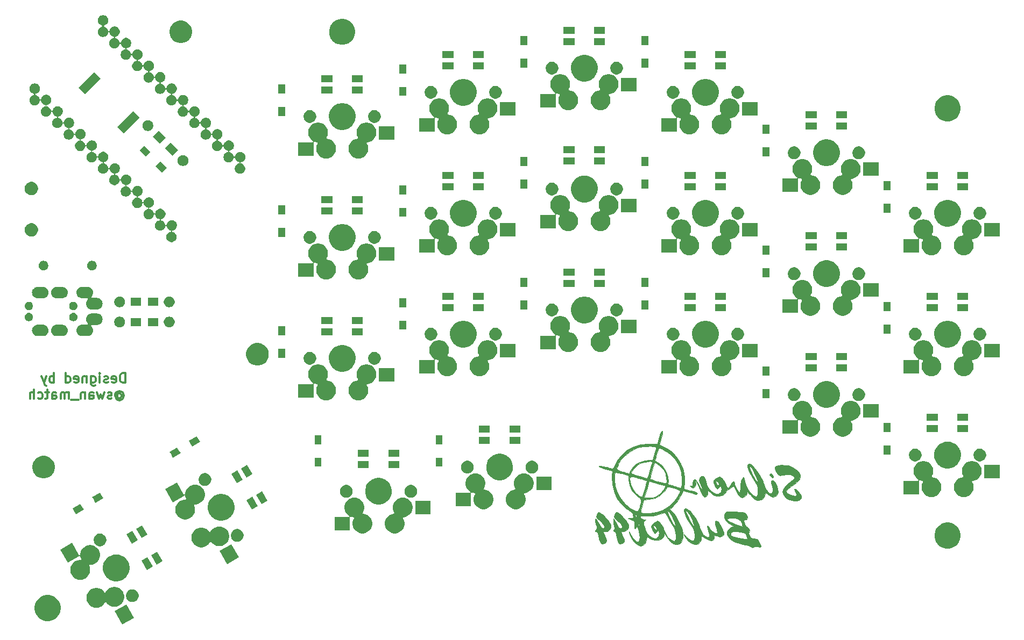
<source format=gbs>
G04 #@! TF.GenerationSoftware,KiCad,Pcbnew,5.0.2-bee76a0~70~ubuntu18.04.1*
G04 #@! TF.CreationDate,2019-07-24T00:03:49+09:00*
G04 #@! TF.ProjectId,silverbullet44,73696c76-6572-4627-956c-6c657434342e,rev?*
G04 #@! TF.SameCoordinates,Original*
G04 #@! TF.FileFunction,Soldermask,Bot*
G04 #@! TF.FilePolarity,Negative*
%FSLAX46Y46*%
G04 Gerber Fmt 4.6, Leading zero omitted, Abs format (unit mm)*
G04 Created by KiCad (PCBNEW 5.0.2-bee76a0~70~ubuntu18.04.1) date 2019年07月24日 00時03分49秒*
%MOMM*%
%LPD*%
G01*
G04 APERTURE LIST*
%ADD10C,0.300000*%
%ADD11C,0.010000*%
%ADD12C,0.100000*%
G04 APERTURE END LIST*
D10*
X72540000Y-80048571D02*
X72540000Y-78548571D01*
X72182857Y-78548571D01*
X71968571Y-78620000D01*
X71825714Y-78762857D01*
X71754285Y-78905714D01*
X71682857Y-79191428D01*
X71682857Y-79405714D01*
X71754285Y-79691428D01*
X71825714Y-79834285D01*
X71968571Y-79977142D01*
X72182857Y-80048571D01*
X72540000Y-80048571D01*
X70468571Y-79977142D02*
X70611428Y-80048571D01*
X70897142Y-80048571D01*
X71040000Y-79977142D01*
X71111428Y-79834285D01*
X71111428Y-79262857D01*
X71040000Y-79120000D01*
X70897142Y-79048571D01*
X70611428Y-79048571D01*
X70468571Y-79120000D01*
X70397142Y-79262857D01*
X70397142Y-79405714D01*
X71111428Y-79548571D01*
X69825714Y-79977142D02*
X69682857Y-80048571D01*
X69397142Y-80048571D01*
X69254285Y-79977142D01*
X69182857Y-79834285D01*
X69182857Y-79762857D01*
X69254285Y-79620000D01*
X69397142Y-79548571D01*
X69611428Y-79548571D01*
X69754285Y-79477142D01*
X69825714Y-79334285D01*
X69825714Y-79262857D01*
X69754285Y-79120000D01*
X69611428Y-79048571D01*
X69397142Y-79048571D01*
X69254285Y-79120000D01*
X68540000Y-80048571D02*
X68540000Y-79048571D01*
X68540000Y-78548571D02*
X68611428Y-78620000D01*
X68540000Y-78691428D01*
X68468571Y-78620000D01*
X68540000Y-78548571D01*
X68540000Y-78691428D01*
X67182857Y-79048571D02*
X67182857Y-80262857D01*
X67254285Y-80405714D01*
X67325714Y-80477142D01*
X67468571Y-80548571D01*
X67682857Y-80548571D01*
X67825714Y-80477142D01*
X67182857Y-79977142D02*
X67325714Y-80048571D01*
X67611428Y-80048571D01*
X67754285Y-79977142D01*
X67825714Y-79905714D01*
X67897142Y-79762857D01*
X67897142Y-79334285D01*
X67825714Y-79191428D01*
X67754285Y-79120000D01*
X67611428Y-79048571D01*
X67325714Y-79048571D01*
X67182857Y-79120000D01*
X66468571Y-79048571D02*
X66468571Y-80048571D01*
X66468571Y-79191428D02*
X66397142Y-79120000D01*
X66254285Y-79048571D01*
X66040000Y-79048571D01*
X65897142Y-79120000D01*
X65825714Y-79262857D01*
X65825714Y-80048571D01*
X64540000Y-79977142D02*
X64682857Y-80048571D01*
X64968571Y-80048571D01*
X65111428Y-79977142D01*
X65182857Y-79834285D01*
X65182857Y-79262857D01*
X65111428Y-79120000D01*
X64968571Y-79048571D01*
X64682857Y-79048571D01*
X64540000Y-79120000D01*
X64468571Y-79262857D01*
X64468571Y-79405714D01*
X65182857Y-79548571D01*
X63182857Y-80048571D02*
X63182857Y-78548571D01*
X63182857Y-79977142D02*
X63325714Y-80048571D01*
X63611428Y-80048571D01*
X63754285Y-79977142D01*
X63825714Y-79905714D01*
X63897142Y-79762857D01*
X63897142Y-79334285D01*
X63825714Y-79191428D01*
X63754285Y-79120000D01*
X63611428Y-79048571D01*
X63325714Y-79048571D01*
X63182857Y-79120000D01*
X61325714Y-80048571D02*
X61325714Y-78548571D01*
X61325714Y-79120000D02*
X61182857Y-79048571D01*
X60897142Y-79048571D01*
X60754285Y-79120000D01*
X60682857Y-79191428D01*
X60611428Y-79334285D01*
X60611428Y-79762857D01*
X60682857Y-79905714D01*
X60754285Y-79977142D01*
X60897142Y-80048571D01*
X61182857Y-80048571D01*
X61325714Y-79977142D01*
X60111428Y-79048571D02*
X59754285Y-80048571D01*
X59397142Y-79048571D02*
X59754285Y-80048571D01*
X59897142Y-80405714D01*
X59968571Y-80477142D01*
X60111428Y-80548571D01*
X71325714Y-81884285D02*
X71397142Y-81812857D01*
X71540000Y-81741428D01*
X71682857Y-81741428D01*
X71825714Y-81812857D01*
X71897142Y-81884285D01*
X71968571Y-82027142D01*
X71968571Y-82170000D01*
X71897142Y-82312857D01*
X71825714Y-82384285D01*
X71682857Y-82455714D01*
X71540000Y-82455714D01*
X71397142Y-82384285D01*
X71325714Y-82312857D01*
X71325714Y-81741428D02*
X71325714Y-82312857D01*
X71254285Y-82384285D01*
X71182857Y-82384285D01*
X71040000Y-82312857D01*
X70968571Y-82170000D01*
X70968571Y-81812857D01*
X71111428Y-81598571D01*
X71325714Y-81455714D01*
X71611428Y-81384285D01*
X71897142Y-81455714D01*
X72111428Y-81598571D01*
X72254285Y-81812857D01*
X72325714Y-82098571D01*
X72254285Y-82384285D01*
X72111428Y-82598571D01*
X71897142Y-82741428D01*
X71611428Y-82812857D01*
X71325714Y-82741428D01*
X71111428Y-82598571D01*
X70397142Y-82527142D02*
X70254285Y-82598571D01*
X69968571Y-82598571D01*
X69825714Y-82527142D01*
X69754285Y-82384285D01*
X69754285Y-82312857D01*
X69825714Y-82170000D01*
X69968571Y-82098571D01*
X70182857Y-82098571D01*
X70325714Y-82027142D01*
X70397142Y-81884285D01*
X70397142Y-81812857D01*
X70325714Y-81670000D01*
X70182857Y-81598571D01*
X69968571Y-81598571D01*
X69825714Y-81670000D01*
X69254285Y-81598571D02*
X68968571Y-82598571D01*
X68682857Y-81884285D01*
X68397142Y-82598571D01*
X68111428Y-81598571D01*
X66897142Y-82598571D02*
X66897142Y-81812857D01*
X66968571Y-81670000D01*
X67111428Y-81598571D01*
X67397142Y-81598571D01*
X67540000Y-81670000D01*
X66897142Y-82527142D02*
X67040000Y-82598571D01*
X67397142Y-82598571D01*
X67540000Y-82527142D01*
X67611428Y-82384285D01*
X67611428Y-82241428D01*
X67540000Y-82098571D01*
X67397142Y-82027142D01*
X67040000Y-82027142D01*
X66897142Y-81955714D01*
X66182857Y-81598571D02*
X66182857Y-82598571D01*
X66182857Y-81741428D02*
X66111428Y-81670000D01*
X65968571Y-81598571D01*
X65754285Y-81598571D01*
X65611428Y-81670000D01*
X65540000Y-81812857D01*
X65540000Y-82598571D01*
X65182857Y-82741428D02*
X64040000Y-82741428D01*
X63682857Y-82598571D02*
X63682857Y-81598571D01*
X63682857Y-81741428D02*
X63611428Y-81670000D01*
X63468571Y-81598571D01*
X63254285Y-81598571D01*
X63111428Y-81670000D01*
X63040000Y-81812857D01*
X63040000Y-82598571D01*
X63040000Y-81812857D02*
X62968571Y-81670000D01*
X62825714Y-81598571D01*
X62611428Y-81598571D01*
X62468571Y-81670000D01*
X62397142Y-81812857D01*
X62397142Y-82598571D01*
X61040000Y-82598571D02*
X61040000Y-81812857D01*
X61111428Y-81670000D01*
X61254285Y-81598571D01*
X61540000Y-81598571D01*
X61682857Y-81670000D01*
X61040000Y-82527142D02*
X61182857Y-82598571D01*
X61540000Y-82598571D01*
X61682857Y-82527142D01*
X61754285Y-82384285D01*
X61754285Y-82241428D01*
X61682857Y-82098571D01*
X61540000Y-82027142D01*
X61182857Y-82027142D01*
X61040000Y-81955714D01*
X60540000Y-81598571D02*
X59968571Y-81598571D01*
X60325714Y-81098571D02*
X60325714Y-82384285D01*
X60254285Y-82527142D01*
X60111428Y-82598571D01*
X59968571Y-82598571D01*
X58825714Y-82527142D02*
X58968571Y-82598571D01*
X59254285Y-82598571D01*
X59397142Y-82527142D01*
X59468571Y-82455714D01*
X59540000Y-82312857D01*
X59540000Y-81884285D01*
X59468571Y-81741428D01*
X59397142Y-81670000D01*
X59254285Y-81598571D01*
X58968571Y-81598571D01*
X58825714Y-81670000D01*
X58182857Y-82598571D02*
X58182857Y-81098571D01*
X57540000Y-82598571D02*
X57540000Y-81812857D01*
X57611428Y-81670000D01*
X57754285Y-81598571D01*
X57968571Y-81598571D01*
X58111428Y-81670000D01*
X58182857Y-81741428D01*
D11*
G04 #@! TO.C,G\002A\002A\002A*
G36*
X167255184Y-100363845D02*
X167080718Y-100424295D01*
X166968435Y-100511708D01*
X166764989Y-100870773D01*
X166778525Y-101284687D01*
X166990715Y-101712666D01*
X167383232Y-102113923D01*
X167810755Y-102386225D01*
X168338500Y-102657365D01*
X167929645Y-102825957D01*
X167583191Y-103056141D01*
X167325900Y-103371426D01*
X167209497Y-103645388D01*
X167213758Y-103874957D01*
X167341952Y-104190640D01*
X167346663Y-104200534D01*
X167714982Y-104681445D01*
X168313224Y-105070593D01*
X169132683Y-105363234D01*
X169707074Y-105487081D01*
X170214317Y-105593666D01*
X170640641Y-105715922D01*
X170910016Y-105831181D01*
X170943317Y-105855691D01*
X171176416Y-106024106D01*
X171325155Y-105997741D01*
X171384531Y-105921186D01*
X171548976Y-105860421D01*
X171876132Y-105858638D01*
X172027026Y-105874949D01*
X172364107Y-105904884D01*
X172566682Y-105891480D01*
X172593000Y-105870378D01*
X172543175Y-105716558D01*
X172416372Y-105417180D01*
X172328199Y-105224890D01*
X172147589Y-104881791D01*
X171970430Y-104708758D01*
X171708569Y-104638948D01*
X171534449Y-104623024D01*
X171407458Y-104603451D01*
X170434000Y-104603451D01*
X170318821Y-104648443D01*
X170008002Y-104642328D01*
X169553619Y-104590146D01*
X169007749Y-104496934D01*
X168723110Y-104437910D01*
X168210201Y-104311730D01*
X167910778Y-104189998D01*
X167786898Y-104041118D01*
X167800616Y-103833489D01*
X167804359Y-103822500D01*
X167640000Y-103822500D01*
X167576500Y-103886000D01*
X167513000Y-103822500D01*
X167576500Y-103759000D01*
X167640000Y-103822500D01*
X167804359Y-103822500D01*
X167844088Y-103705887D01*
X167954761Y-103588909D01*
X168207809Y-103525961D01*
X168655084Y-103505215D01*
X168724820Y-103505000D01*
X169370634Y-103533008D01*
X169813502Y-103629698D01*
X170099571Y-103814066D01*
X170274988Y-104105107D01*
X170291415Y-104149882D01*
X170387543Y-104437352D01*
X170433368Y-104597441D01*
X170434000Y-104603451D01*
X171407458Y-104603451D01*
X171172213Y-104567193D01*
X170954494Y-104421904D01*
X170785641Y-104143959D01*
X170652465Y-103777240D01*
X170690391Y-103578809D01*
X170814103Y-103309265D01*
X170727762Y-103037241D01*
X170501088Y-102871364D01*
X170327450Y-102738395D01*
X169698380Y-102738395D01*
X168954940Y-102482634D01*
X168439891Y-102292042D01*
X167924935Y-102080528D01*
X167665889Y-101962770D01*
X167303108Y-101746474D01*
X167190376Y-101573183D01*
X167326855Y-101447513D01*
X167711703Y-101374080D01*
X167774012Y-101369036D01*
X168479632Y-101370830D01*
X168992270Y-101506603D01*
X169345381Y-101795263D01*
X169572420Y-102255715D01*
X169615951Y-102409969D01*
X169698380Y-102738395D01*
X170327450Y-102738395D01*
X170275724Y-102698785D01*
X170059399Y-102402838D01*
X169900486Y-102072390D01*
X169847357Y-101796310D01*
X169870839Y-101713508D01*
X170042186Y-101618350D01*
X170187496Y-101600000D01*
X170378016Y-101503621D01*
X170434620Y-101263105D01*
X170355294Y-100951384D01*
X170211750Y-100722422D01*
X170082649Y-100599874D01*
X169898770Y-100514212D01*
X169608975Y-100454432D01*
X169162123Y-100409532D01*
X168587685Y-100372989D01*
X167957999Y-100342533D01*
X167530721Y-100338038D01*
X167255184Y-100363845D01*
X167255184Y-100363845D01*
G37*
X167255184Y-100363845D02*
X167080718Y-100424295D01*
X166968435Y-100511708D01*
X166764989Y-100870773D01*
X166778525Y-101284687D01*
X166990715Y-101712666D01*
X167383232Y-102113923D01*
X167810755Y-102386225D01*
X168338500Y-102657365D01*
X167929645Y-102825957D01*
X167583191Y-103056141D01*
X167325900Y-103371426D01*
X167209497Y-103645388D01*
X167213758Y-103874957D01*
X167341952Y-104190640D01*
X167346663Y-104200534D01*
X167714982Y-104681445D01*
X168313224Y-105070593D01*
X169132683Y-105363234D01*
X169707074Y-105487081D01*
X170214317Y-105593666D01*
X170640641Y-105715922D01*
X170910016Y-105831181D01*
X170943317Y-105855691D01*
X171176416Y-106024106D01*
X171325155Y-105997741D01*
X171384531Y-105921186D01*
X171548976Y-105860421D01*
X171876132Y-105858638D01*
X172027026Y-105874949D01*
X172364107Y-105904884D01*
X172566682Y-105891480D01*
X172593000Y-105870378D01*
X172543175Y-105716558D01*
X172416372Y-105417180D01*
X172328199Y-105224890D01*
X172147589Y-104881791D01*
X171970430Y-104708758D01*
X171708569Y-104638948D01*
X171534449Y-104623024D01*
X171407458Y-104603451D01*
X170434000Y-104603451D01*
X170318821Y-104648443D01*
X170008002Y-104642328D01*
X169553619Y-104590146D01*
X169007749Y-104496934D01*
X168723110Y-104437910D01*
X168210201Y-104311730D01*
X167910778Y-104189998D01*
X167786898Y-104041118D01*
X167800616Y-103833489D01*
X167804359Y-103822500D01*
X167640000Y-103822500D01*
X167576500Y-103886000D01*
X167513000Y-103822500D01*
X167576500Y-103759000D01*
X167640000Y-103822500D01*
X167804359Y-103822500D01*
X167844088Y-103705887D01*
X167954761Y-103588909D01*
X168207809Y-103525961D01*
X168655084Y-103505215D01*
X168724820Y-103505000D01*
X169370634Y-103533008D01*
X169813502Y-103629698D01*
X170099571Y-103814066D01*
X170274988Y-104105107D01*
X170291415Y-104149882D01*
X170387543Y-104437352D01*
X170433368Y-104597441D01*
X170434000Y-104603451D01*
X171407458Y-104603451D01*
X171172213Y-104567193D01*
X170954494Y-104421904D01*
X170785641Y-104143959D01*
X170652465Y-103777240D01*
X170690391Y-103578809D01*
X170814103Y-103309265D01*
X170727762Y-103037241D01*
X170501088Y-102871364D01*
X170327450Y-102738395D01*
X169698380Y-102738395D01*
X168954940Y-102482634D01*
X168439891Y-102292042D01*
X167924935Y-102080528D01*
X167665889Y-101962770D01*
X167303108Y-101746474D01*
X167190376Y-101573183D01*
X167326855Y-101447513D01*
X167711703Y-101374080D01*
X167774012Y-101369036D01*
X168479632Y-101370830D01*
X168992270Y-101506603D01*
X169345381Y-101795263D01*
X169572420Y-102255715D01*
X169615951Y-102409969D01*
X169698380Y-102738395D01*
X170327450Y-102738395D01*
X170275724Y-102698785D01*
X170059399Y-102402838D01*
X169900486Y-102072390D01*
X169847357Y-101796310D01*
X169870839Y-101713508D01*
X170042186Y-101618350D01*
X170187496Y-101600000D01*
X170378016Y-101503621D01*
X170434620Y-101263105D01*
X170355294Y-100951384D01*
X170211750Y-100722422D01*
X170082649Y-100599874D01*
X169898770Y-100514212D01*
X169608975Y-100454432D01*
X169162123Y-100409532D01*
X168587685Y-100372989D01*
X167957999Y-100342533D01*
X167530721Y-100338038D01*
X167255184Y-100363845D01*
G36*
X156906264Y-87743830D02*
X156761888Y-88043725D01*
X156657046Y-88360250D01*
X156487048Y-88954044D01*
X156363922Y-89343839D01*
X156267622Y-89570658D01*
X156178103Y-89675530D01*
X156075318Y-89699479D01*
X156005832Y-89693017D01*
X155765047Y-89675937D01*
X155354625Y-89661213D01*
X154858926Y-89651788D01*
X154807007Y-89651241D01*
X153653512Y-89762552D01*
X152560252Y-90104694D01*
X151561023Y-90655877D01*
X150689620Y-91394312D01*
X149979839Y-92298208D01*
X149601921Y-93007144D01*
X149439864Y-93343622D01*
X149311203Y-93558029D01*
X149266085Y-93599000D01*
X149117187Y-93567593D01*
X148786672Y-93484102D01*
X148337599Y-93364618D01*
X148191553Y-93324808D01*
X147719082Y-93207503D01*
X147344320Y-93137180D01*
X147130609Y-93124966D01*
X147107359Y-93134308D01*
X147065989Y-93223896D01*
X147153872Y-93313922D01*
X147404577Y-93420699D01*
X147851675Y-93560538D01*
X148171185Y-93651251D01*
X149161500Y-93927300D01*
X149117144Y-94885604D01*
X149173855Y-96054954D01*
X149440705Y-97173843D01*
X149898646Y-98204232D01*
X150528632Y-99108083D01*
X151311616Y-99847359D01*
X151747903Y-100139500D01*
X152104300Y-100383078D01*
X152338444Y-100609077D01*
X152397480Y-100732362D01*
X152445841Y-101046211D01*
X152477088Y-101145112D01*
X152480099Y-101272714D01*
X152327094Y-101335321D01*
X152000838Y-101354595D01*
X151708142Y-101370949D01*
X151627117Y-101414514D01*
X151768110Y-101495452D01*
X152141470Y-101623929D01*
X152336500Y-101684307D01*
X152566181Y-101785921D01*
X152681727Y-101952634D01*
X152700576Y-102244652D01*
X152640165Y-102722181D01*
X152639075Y-102729000D01*
X152655306Y-102980443D01*
X152739458Y-103085569D01*
X152870189Y-103021702D01*
X152936064Y-102845569D01*
X152977260Y-102692474D01*
X153044795Y-102720538D01*
X153169632Y-102953186D01*
X153220152Y-103060500D01*
X153361861Y-103475965D01*
X153447848Y-103951575D01*
X153476393Y-104420451D01*
X153445781Y-104815712D01*
X153354291Y-105070481D01*
X153273251Y-105127402D01*
X153038759Y-105061271D01*
X152735775Y-104826476D01*
X152417181Y-104477477D01*
X152135860Y-104068733D01*
X152011707Y-103828216D01*
X151864000Y-103541231D01*
X151786499Y-103472378D01*
X151786128Y-103593796D01*
X151869811Y-103877626D01*
X151948999Y-104080529D01*
X152264607Y-104670109D01*
X152665900Y-105178589D01*
X153105063Y-105559611D01*
X153534284Y-105766815D01*
X153713124Y-105791000D01*
X153940051Y-105715766D01*
X154184443Y-105557320D01*
X154434373Y-105205562D01*
X154547763Y-104783198D01*
X154622500Y-104242756D01*
X154976145Y-104521552D01*
X155434036Y-104768028D01*
X155951602Y-104872193D01*
X156461733Y-104840622D01*
X156897322Y-104679889D01*
X157191260Y-104396568D01*
X157237593Y-104300009D01*
X157301294Y-104025918D01*
X157282914Y-103875342D01*
X157254675Y-103764476D01*
X157268766Y-103759000D01*
X157362811Y-103856766D01*
X157545962Y-104109497D01*
X157716791Y-104367181D01*
X158215947Y-105005447D01*
X158734033Y-105396290D01*
X159266864Y-105536612D01*
X159296675Y-105537000D01*
X159734168Y-105442139D01*
X160041720Y-105148229D01*
X160231068Y-104641282D01*
X160277328Y-104368063D01*
X160284886Y-104207094D01*
X159223300Y-104207094D01*
X159148631Y-104679750D01*
X159028893Y-104928376D01*
X158889428Y-105007816D01*
X158660148Y-104927480D01*
X158405833Y-104779483D01*
X157949442Y-104382472D01*
X157551570Y-103817245D01*
X157270317Y-103169585D01*
X157237493Y-103054451D01*
X157200188Y-102967888D01*
X156151530Y-102967888D01*
X156141676Y-103131806D01*
X156025610Y-103197130D01*
X155850745Y-103053856D01*
X155809445Y-103004387D01*
X155666052Y-102759144D01*
X155654593Y-102589961D01*
X155789120Y-102572930D01*
X155986825Y-102717379D01*
X156151530Y-102967888D01*
X157200188Y-102967888D01*
X157050094Y-102619615D01*
X156764290Y-102218936D01*
X156714004Y-102167670D01*
X156324956Y-101794939D01*
X155854728Y-102046719D01*
X155471595Y-102360365D01*
X155326522Y-102745587D01*
X155424620Y-103172719D01*
X155613096Y-103449416D01*
X155919028Y-103805084D01*
X156153933Y-103530734D01*
X156349675Y-103356544D01*
X156476107Y-103395265D01*
X156487975Y-103412442D01*
X156585779Y-103782560D01*
X156460672Y-104171118D01*
X156288555Y-104379856D01*
X156066879Y-104560165D01*
X155873966Y-104591471D01*
X155586659Y-104490336D01*
X155558305Y-104478063D01*
X155014105Y-104161438D01*
X154622616Y-103726967D01*
X154340703Y-103119915D01*
X154249026Y-102816765D01*
X154206498Y-102653941D01*
X153443091Y-102653941D01*
X153435216Y-102802107D01*
X153412011Y-102804034D01*
X153314307Y-102645776D01*
X153223797Y-102354235D01*
X153223186Y-102351462D01*
X153173132Y-102017756D01*
X153202639Y-101914109D01*
X153285355Y-102039716D01*
X153385635Y-102356430D01*
X153443091Y-102653941D01*
X154206498Y-102653941D01*
X154131907Y-102368363D01*
X154083947Y-102098986D01*
X154105685Y-101943107D01*
X154197657Y-101835194D01*
X154257467Y-101788330D01*
X154417645Y-101652535D01*
X154360088Y-101609125D01*
X154218822Y-101604039D01*
X153940059Y-101524012D01*
X153680931Y-101342645D01*
X153546059Y-101136895D01*
X153543008Y-101106990D01*
X153035000Y-101106990D01*
X152984896Y-101277827D01*
X152908000Y-101282500D01*
X152802395Y-101103887D01*
X152781000Y-100950009D01*
X152831105Y-100779172D01*
X152908000Y-100774500D01*
X153013606Y-100953112D01*
X153035000Y-101106990D01*
X153543008Y-101106990D01*
X153543000Y-101106921D01*
X153660913Y-101066770D01*
X153978354Y-101034587D01*
X154440880Y-101014623D01*
X154781250Y-101010236D01*
X155470083Y-100993843D01*
X156010198Y-100934601D01*
X156505889Y-100812097D01*
X157061445Y-100605918D01*
X157249795Y-100527071D01*
X157413254Y-100525186D01*
X157578994Y-100695148D01*
X157743921Y-100986215D01*
X157968870Y-101391068D01*
X158268715Y-101883342D01*
X158521463Y-102270954D01*
X158896835Y-102937098D01*
X159135927Y-103602243D01*
X159223300Y-104207094D01*
X160284886Y-104207094D01*
X160301675Y-103849525D01*
X160213047Y-103356107D01*
X160095300Y-103005555D01*
X159872888Y-102476978D01*
X159110818Y-102476978D01*
X159102131Y-102613232D01*
X158994916Y-102548310D01*
X158798982Y-102288291D01*
X158524138Y-101839256D01*
X158180194Y-101207284D01*
X158171977Y-101191471D01*
X157994061Y-100808274D01*
X157881520Y-100488057D01*
X157861000Y-100368858D01*
X157913035Y-100256983D01*
X158050536Y-100336258D01*
X158245599Y-100570535D01*
X158470320Y-100923669D01*
X158696795Y-101359513D01*
X158793373Y-101576621D01*
X159011169Y-102133467D01*
X159110818Y-102476978D01*
X159872888Y-102476978D01*
X159795940Y-102294107D01*
X159445112Y-101598047D01*
X159080440Y-100984000D01*
X158739544Y-100518591D01*
X158617130Y-100387875D01*
X158250817Y-100036925D01*
X158942280Y-99290063D01*
X159338466Y-98812041D01*
X159712161Y-98277087D01*
X159982190Y-97801539D01*
X160300207Y-97124648D01*
X159823115Y-97124648D01*
X159762679Y-97393646D01*
X159548583Y-97804930D01*
X159436574Y-98000962D01*
X158831480Y-98821307D01*
X158049661Y-99521449D01*
X157141874Y-100074778D01*
X156158879Y-100454687D01*
X155151433Y-100634565D01*
X154432000Y-100624514D01*
X154052668Y-100578779D01*
X153773614Y-100533995D01*
X153714631Y-100519948D01*
X153661287Y-100401312D01*
X153698592Y-100092032D01*
X153829343Y-99571409D01*
X153854919Y-99481678D01*
X154105780Y-98611006D01*
X153698805Y-98611006D01*
X153661071Y-98965901D01*
X153527532Y-99483763D01*
X153479262Y-99651117D01*
X153356245Y-100044818D01*
X153252231Y-100244273D01*
X153121758Y-100300920D01*
X152932714Y-100269510D01*
X152629251Y-100152451D01*
X152230574Y-99946369D01*
X151996972Y-99806008D01*
X151138223Y-99119933D01*
X150437019Y-98278457D01*
X149915463Y-97324789D01*
X149595656Y-96302142D01*
X149499699Y-95253728D01*
X149516420Y-94956284D01*
X149562291Y-94547740D01*
X149611859Y-94253140D01*
X149645297Y-94152370D01*
X149787400Y-94155537D01*
X150112610Y-94217440D01*
X150560163Y-94325799D01*
X150735930Y-94372828D01*
X151765000Y-94654848D01*
X151765000Y-95382422D01*
X151886511Y-96240021D01*
X152237232Y-97013333D01*
X152796447Y-97663378D01*
X153103167Y-97900272D01*
X153433253Y-98140576D01*
X153627333Y-98356693D01*
X153698805Y-98611006D01*
X154105780Y-98611006D01*
X154141077Y-98488500D01*
X154959403Y-98416906D01*
X155879159Y-98226876D01*
X156651350Y-97830317D01*
X157277053Y-97226668D01*
X157302367Y-97193860D01*
X157543496Y-96861246D01*
X157714712Y-96595422D01*
X157760922Y-96502736D01*
X157852289Y-96439379D01*
X158084936Y-96451058D01*
X158495990Y-96542461D01*
X158856087Y-96641045D01*
X159392456Y-96801379D01*
X159707253Y-96944903D01*
X159823115Y-97124648D01*
X160300207Y-97124648D01*
X160330638Y-97059877D01*
X161223069Y-97303362D01*
X161695998Y-97433190D01*
X162093152Y-97543644D01*
X162331801Y-97611706D01*
X162337750Y-97613482D01*
X162525700Y-97597603D01*
X162560000Y-97507398D01*
X162445733Y-97373052D01*
X162147064Y-97233710D01*
X161956750Y-97175510D01*
X161484172Y-97050758D01*
X161026827Y-96929937D01*
X160901559Y-96896820D01*
X160449617Y-96777300D01*
X160503913Y-95641652D01*
X160511245Y-95277743D01*
X160145266Y-95277743D01*
X160130230Y-95746119D01*
X160092763Y-96174160D01*
X160041287Y-96494900D01*
X159984224Y-96641376D01*
X159973438Y-96643978D01*
X159852862Y-96609520D01*
X159546334Y-96520340D01*
X159111616Y-96393260D01*
X158940500Y-96343127D01*
X158805049Y-96303421D01*
X157602220Y-96303421D01*
X157318860Y-96808229D01*
X156995482Y-97229936D01*
X156535539Y-97649678D01*
X156041635Y-97979965D01*
X155829000Y-98078638D01*
X155601006Y-98120619D01*
X155218514Y-98151266D01*
X154923916Y-98160973D01*
X154209332Y-98171000D01*
X154588403Y-96857128D01*
X154960950Y-95565872D01*
X154614218Y-95565872D01*
X154561258Y-95847498D01*
X154468581Y-96145887D01*
X154334353Y-96594146D01*
X154186810Y-97097921D01*
X154179482Y-97123250D01*
X154044457Y-97562985D01*
X153929514Y-97888458D01*
X153856136Y-98039849D01*
X153848816Y-98044000D01*
X153701980Y-97991110D01*
X153441444Y-97864838D01*
X152855372Y-97426827D01*
X152377469Y-96811959D01*
X152053502Y-96089593D01*
X151947905Y-95601438D01*
X151915501Y-95207645D01*
X151959562Y-94963661D01*
X152116703Y-94854215D01*
X152423538Y-94864038D01*
X152916683Y-94977858D01*
X153232691Y-95065622D01*
X153748421Y-95212975D01*
X154178521Y-95337441D01*
X154459165Y-95420477D01*
X154522649Y-95440377D01*
X154614218Y-95565872D01*
X154960950Y-95565872D01*
X154967475Y-95543257D01*
X156284848Y-95923339D01*
X157602220Y-96303421D01*
X158805049Y-96303421D01*
X157924500Y-96045298D01*
X157965923Y-95586422D01*
X157959822Y-95489863D01*
X157727684Y-95489863D01*
X157706849Y-95733413D01*
X157599538Y-95856984D01*
X157368381Y-95872376D01*
X156976006Y-95791388D01*
X156385043Y-95625819D01*
X156226231Y-95579669D01*
X155745912Y-95436013D01*
X155367818Y-95315381D01*
X155151508Y-95237083D01*
X155123927Y-95222260D01*
X155131433Y-95084353D01*
X155196845Y-94767585D01*
X155302815Y-94335690D01*
X155431996Y-93852401D01*
X155567038Y-93381454D01*
X155690593Y-92986581D01*
X155785313Y-92731517D01*
X155817133Y-92675584D01*
X155973673Y-92678267D01*
X156245584Y-92826928D01*
X156578437Y-93078646D01*
X156917800Y-93390501D01*
X157209241Y-93719571D01*
X157298328Y-93843559D01*
X157573363Y-94431089D01*
X157699415Y-95114536D01*
X157727684Y-95489863D01*
X157959822Y-95489863D01*
X157918901Y-94842314D01*
X157672226Y-94084584D01*
X157259250Y-93400723D01*
X157036821Y-93149136D01*
X156683220Y-92835172D01*
X156343895Y-92598412D01*
X156210749Y-92537513D01*
X155448000Y-92537513D01*
X155415414Y-92710042D01*
X155329555Y-93048284D01*
X155208277Y-93490668D01*
X155069432Y-93975623D01*
X154930871Y-94441577D01*
X154810447Y-94826961D01*
X154726013Y-95070202D01*
X154698354Y-95123000D01*
X154560396Y-95092075D01*
X154231757Y-95008648D01*
X153766894Y-94886737D01*
X153394814Y-94787412D01*
X152809540Y-94614662D01*
X152390125Y-94458487D01*
X152170553Y-94332444D01*
X152146000Y-94289285D01*
X152240213Y-94027320D01*
X152485391Y-93680093D01*
X152825345Y-93309319D01*
X153203886Y-92976716D01*
X153543000Y-92754878D01*
X153884072Y-92624880D01*
X154306233Y-92523680D01*
X154741312Y-92459058D01*
X155121137Y-92438792D01*
X155377537Y-92470661D01*
X155448000Y-92537513D01*
X156210749Y-92537513D01*
X156146618Y-92508181D01*
X155922896Y-92400346D01*
X155871323Y-92274891D01*
X155932546Y-92081494D01*
X156036256Y-91722767D01*
X156151782Y-91306310D01*
X156278504Y-90873628D01*
X156392542Y-90540249D01*
X156437365Y-90444779D01*
X156014892Y-90444779D01*
X155950835Y-90786513D01*
X155827316Y-91262916D01*
X155552542Y-92265544D01*
X154998542Y-92221482D01*
X154263456Y-92275398D01*
X153530141Y-92525556D01*
X152862799Y-92934078D01*
X152325630Y-93463087D01*
X152019330Y-93979203D01*
X151907157Y-94238555D01*
X151846468Y-94357174D01*
X151844843Y-94357978D01*
X151724657Y-94323164D01*
X151418622Y-94233024D01*
X150984374Y-94104554D01*
X150812500Y-94053601D01*
X150296891Y-93895385D01*
X149994891Y-93760613D01*
X149877745Y-93596724D01*
X149916701Y-93351158D01*
X150083006Y-92971353D01*
X150146950Y-92837000D01*
X150562847Y-92182302D01*
X151158678Y-91535307D01*
X151866606Y-90959627D01*
X152618795Y-90518874D01*
X152619224Y-90518673D01*
X153110746Y-90307753D01*
X153546819Y-90178553D01*
X154032938Y-90107624D01*
X154622500Y-90073400D01*
X155150927Y-90066587D01*
X155591547Y-90084480D01*
X155876202Y-90123325D01*
X155933795Y-90145614D01*
X156007611Y-90247944D01*
X156014892Y-90444779D01*
X156437365Y-90444779D01*
X156466049Y-90383685D01*
X156637943Y-90364789D01*
X156954992Y-90472564D01*
X157361567Y-90678113D01*
X157802038Y-90952540D01*
X158220775Y-91266947D01*
X158304587Y-91338727D01*
X159087994Y-92183912D01*
X159666849Y-93146461D01*
X160024739Y-94191253D01*
X160145266Y-95277743D01*
X160511245Y-95277743D01*
X160517653Y-94959743D01*
X160475383Y-94412406D01*
X160364854Y-93884014D01*
X160290106Y-93623332D01*
X159882441Y-92656230D01*
X159287929Y-91759434D01*
X158551158Y-90982784D01*
X157716716Y-90376121D01*
X157130750Y-90091730D01*
X156808975Y-89949622D01*
X156615858Y-89831959D01*
X156591000Y-89796973D01*
X156624278Y-89644101D01*
X156713005Y-89309629D01*
X156840523Y-88855505D01*
X156893715Y-88671227D01*
X157038055Y-88141028D01*
X157099800Y-87814759D01*
X157083477Y-87657759D01*
X157029727Y-87630000D01*
X156906264Y-87743830D01*
X156906264Y-87743830D01*
G37*
X156906264Y-87743830D02*
X156761888Y-88043725D01*
X156657046Y-88360250D01*
X156487048Y-88954044D01*
X156363922Y-89343839D01*
X156267622Y-89570658D01*
X156178103Y-89675530D01*
X156075318Y-89699479D01*
X156005832Y-89693017D01*
X155765047Y-89675937D01*
X155354625Y-89661213D01*
X154858926Y-89651788D01*
X154807007Y-89651241D01*
X153653512Y-89762552D01*
X152560252Y-90104694D01*
X151561023Y-90655877D01*
X150689620Y-91394312D01*
X149979839Y-92298208D01*
X149601921Y-93007144D01*
X149439864Y-93343622D01*
X149311203Y-93558029D01*
X149266085Y-93599000D01*
X149117187Y-93567593D01*
X148786672Y-93484102D01*
X148337599Y-93364618D01*
X148191553Y-93324808D01*
X147719082Y-93207503D01*
X147344320Y-93137180D01*
X147130609Y-93124966D01*
X147107359Y-93134308D01*
X147065989Y-93223896D01*
X147153872Y-93313922D01*
X147404577Y-93420699D01*
X147851675Y-93560538D01*
X148171185Y-93651251D01*
X149161500Y-93927300D01*
X149117144Y-94885604D01*
X149173855Y-96054954D01*
X149440705Y-97173843D01*
X149898646Y-98204232D01*
X150528632Y-99108083D01*
X151311616Y-99847359D01*
X151747903Y-100139500D01*
X152104300Y-100383078D01*
X152338444Y-100609077D01*
X152397480Y-100732362D01*
X152445841Y-101046211D01*
X152477088Y-101145112D01*
X152480099Y-101272714D01*
X152327094Y-101335321D01*
X152000838Y-101354595D01*
X151708142Y-101370949D01*
X151627117Y-101414514D01*
X151768110Y-101495452D01*
X152141470Y-101623929D01*
X152336500Y-101684307D01*
X152566181Y-101785921D01*
X152681727Y-101952634D01*
X152700576Y-102244652D01*
X152640165Y-102722181D01*
X152639075Y-102729000D01*
X152655306Y-102980443D01*
X152739458Y-103085569D01*
X152870189Y-103021702D01*
X152936064Y-102845569D01*
X152977260Y-102692474D01*
X153044795Y-102720538D01*
X153169632Y-102953186D01*
X153220152Y-103060500D01*
X153361861Y-103475965D01*
X153447848Y-103951575D01*
X153476393Y-104420451D01*
X153445781Y-104815712D01*
X153354291Y-105070481D01*
X153273251Y-105127402D01*
X153038759Y-105061271D01*
X152735775Y-104826476D01*
X152417181Y-104477477D01*
X152135860Y-104068733D01*
X152011707Y-103828216D01*
X151864000Y-103541231D01*
X151786499Y-103472378D01*
X151786128Y-103593796D01*
X151869811Y-103877626D01*
X151948999Y-104080529D01*
X152264607Y-104670109D01*
X152665900Y-105178589D01*
X153105063Y-105559611D01*
X153534284Y-105766815D01*
X153713124Y-105791000D01*
X153940051Y-105715766D01*
X154184443Y-105557320D01*
X154434373Y-105205562D01*
X154547763Y-104783198D01*
X154622500Y-104242756D01*
X154976145Y-104521552D01*
X155434036Y-104768028D01*
X155951602Y-104872193D01*
X156461733Y-104840622D01*
X156897322Y-104679889D01*
X157191260Y-104396568D01*
X157237593Y-104300009D01*
X157301294Y-104025918D01*
X157282914Y-103875342D01*
X157254675Y-103764476D01*
X157268766Y-103759000D01*
X157362811Y-103856766D01*
X157545962Y-104109497D01*
X157716791Y-104367181D01*
X158215947Y-105005447D01*
X158734033Y-105396290D01*
X159266864Y-105536612D01*
X159296675Y-105537000D01*
X159734168Y-105442139D01*
X160041720Y-105148229D01*
X160231068Y-104641282D01*
X160277328Y-104368063D01*
X160284886Y-104207094D01*
X159223300Y-104207094D01*
X159148631Y-104679750D01*
X159028893Y-104928376D01*
X158889428Y-105007816D01*
X158660148Y-104927480D01*
X158405833Y-104779483D01*
X157949442Y-104382472D01*
X157551570Y-103817245D01*
X157270317Y-103169585D01*
X157237493Y-103054451D01*
X157200188Y-102967888D01*
X156151530Y-102967888D01*
X156141676Y-103131806D01*
X156025610Y-103197130D01*
X155850745Y-103053856D01*
X155809445Y-103004387D01*
X155666052Y-102759144D01*
X155654593Y-102589961D01*
X155789120Y-102572930D01*
X155986825Y-102717379D01*
X156151530Y-102967888D01*
X157200188Y-102967888D01*
X157050094Y-102619615D01*
X156764290Y-102218936D01*
X156714004Y-102167670D01*
X156324956Y-101794939D01*
X155854728Y-102046719D01*
X155471595Y-102360365D01*
X155326522Y-102745587D01*
X155424620Y-103172719D01*
X155613096Y-103449416D01*
X155919028Y-103805084D01*
X156153933Y-103530734D01*
X156349675Y-103356544D01*
X156476107Y-103395265D01*
X156487975Y-103412442D01*
X156585779Y-103782560D01*
X156460672Y-104171118D01*
X156288555Y-104379856D01*
X156066879Y-104560165D01*
X155873966Y-104591471D01*
X155586659Y-104490336D01*
X155558305Y-104478063D01*
X155014105Y-104161438D01*
X154622616Y-103726967D01*
X154340703Y-103119915D01*
X154249026Y-102816765D01*
X154206498Y-102653941D01*
X153443091Y-102653941D01*
X153435216Y-102802107D01*
X153412011Y-102804034D01*
X153314307Y-102645776D01*
X153223797Y-102354235D01*
X153223186Y-102351462D01*
X153173132Y-102017756D01*
X153202639Y-101914109D01*
X153285355Y-102039716D01*
X153385635Y-102356430D01*
X153443091Y-102653941D01*
X154206498Y-102653941D01*
X154131907Y-102368363D01*
X154083947Y-102098986D01*
X154105685Y-101943107D01*
X154197657Y-101835194D01*
X154257467Y-101788330D01*
X154417645Y-101652535D01*
X154360088Y-101609125D01*
X154218822Y-101604039D01*
X153940059Y-101524012D01*
X153680931Y-101342645D01*
X153546059Y-101136895D01*
X153543008Y-101106990D01*
X153035000Y-101106990D01*
X152984896Y-101277827D01*
X152908000Y-101282500D01*
X152802395Y-101103887D01*
X152781000Y-100950009D01*
X152831105Y-100779172D01*
X152908000Y-100774500D01*
X153013606Y-100953112D01*
X153035000Y-101106990D01*
X153543008Y-101106990D01*
X153543000Y-101106921D01*
X153660913Y-101066770D01*
X153978354Y-101034587D01*
X154440880Y-101014623D01*
X154781250Y-101010236D01*
X155470083Y-100993843D01*
X156010198Y-100934601D01*
X156505889Y-100812097D01*
X157061445Y-100605918D01*
X157249795Y-100527071D01*
X157413254Y-100525186D01*
X157578994Y-100695148D01*
X157743921Y-100986215D01*
X157968870Y-101391068D01*
X158268715Y-101883342D01*
X158521463Y-102270954D01*
X158896835Y-102937098D01*
X159135927Y-103602243D01*
X159223300Y-104207094D01*
X160284886Y-104207094D01*
X160301675Y-103849525D01*
X160213047Y-103356107D01*
X160095300Y-103005555D01*
X159872888Y-102476978D01*
X159110818Y-102476978D01*
X159102131Y-102613232D01*
X158994916Y-102548310D01*
X158798982Y-102288291D01*
X158524138Y-101839256D01*
X158180194Y-101207284D01*
X158171977Y-101191471D01*
X157994061Y-100808274D01*
X157881520Y-100488057D01*
X157861000Y-100368858D01*
X157913035Y-100256983D01*
X158050536Y-100336258D01*
X158245599Y-100570535D01*
X158470320Y-100923669D01*
X158696795Y-101359513D01*
X158793373Y-101576621D01*
X159011169Y-102133467D01*
X159110818Y-102476978D01*
X159872888Y-102476978D01*
X159795940Y-102294107D01*
X159445112Y-101598047D01*
X159080440Y-100984000D01*
X158739544Y-100518591D01*
X158617130Y-100387875D01*
X158250817Y-100036925D01*
X158942280Y-99290063D01*
X159338466Y-98812041D01*
X159712161Y-98277087D01*
X159982190Y-97801539D01*
X160300207Y-97124648D01*
X159823115Y-97124648D01*
X159762679Y-97393646D01*
X159548583Y-97804930D01*
X159436574Y-98000962D01*
X158831480Y-98821307D01*
X158049661Y-99521449D01*
X157141874Y-100074778D01*
X156158879Y-100454687D01*
X155151433Y-100634565D01*
X154432000Y-100624514D01*
X154052668Y-100578779D01*
X153773614Y-100533995D01*
X153714631Y-100519948D01*
X153661287Y-100401312D01*
X153698592Y-100092032D01*
X153829343Y-99571409D01*
X153854919Y-99481678D01*
X154105780Y-98611006D01*
X153698805Y-98611006D01*
X153661071Y-98965901D01*
X153527532Y-99483763D01*
X153479262Y-99651117D01*
X153356245Y-100044818D01*
X153252231Y-100244273D01*
X153121758Y-100300920D01*
X152932714Y-100269510D01*
X152629251Y-100152451D01*
X152230574Y-99946369D01*
X151996972Y-99806008D01*
X151138223Y-99119933D01*
X150437019Y-98278457D01*
X149915463Y-97324789D01*
X149595656Y-96302142D01*
X149499699Y-95253728D01*
X149516420Y-94956284D01*
X149562291Y-94547740D01*
X149611859Y-94253140D01*
X149645297Y-94152370D01*
X149787400Y-94155537D01*
X150112610Y-94217440D01*
X150560163Y-94325799D01*
X150735930Y-94372828D01*
X151765000Y-94654848D01*
X151765000Y-95382422D01*
X151886511Y-96240021D01*
X152237232Y-97013333D01*
X152796447Y-97663378D01*
X153103167Y-97900272D01*
X153433253Y-98140576D01*
X153627333Y-98356693D01*
X153698805Y-98611006D01*
X154105780Y-98611006D01*
X154141077Y-98488500D01*
X154959403Y-98416906D01*
X155879159Y-98226876D01*
X156651350Y-97830317D01*
X157277053Y-97226668D01*
X157302367Y-97193860D01*
X157543496Y-96861246D01*
X157714712Y-96595422D01*
X157760922Y-96502736D01*
X157852289Y-96439379D01*
X158084936Y-96451058D01*
X158495990Y-96542461D01*
X158856087Y-96641045D01*
X159392456Y-96801379D01*
X159707253Y-96944903D01*
X159823115Y-97124648D01*
X160300207Y-97124648D01*
X160330638Y-97059877D01*
X161223069Y-97303362D01*
X161695998Y-97433190D01*
X162093152Y-97543644D01*
X162331801Y-97611706D01*
X162337750Y-97613482D01*
X162525700Y-97597603D01*
X162560000Y-97507398D01*
X162445733Y-97373052D01*
X162147064Y-97233710D01*
X161956750Y-97175510D01*
X161484172Y-97050758D01*
X161026827Y-96929937D01*
X160901559Y-96896820D01*
X160449617Y-96777300D01*
X160503913Y-95641652D01*
X160511245Y-95277743D01*
X160145266Y-95277743D01*
X160130230Y-95746119D01*
X160092763Y-96174160D01*
X160041287Y-96494900D01*
X159984224Y-96641376D01*
X159973438Y-96643978D01*
X159852862Y-96609520D01*
X159546334Y-96520340D01*
X159111616Y-96393260D01*
X158940500Y-96343127D01*
X158805049Y-96303421D01*
X157602220Y-96303421D01*
X157318860Y-96808229D01*
X156995482Y-97229936D01*
X156535539Y-97649678D01*
X156041635Y-97979965D01*
X155829000Y-98078638D01*
X155601006Y-98120619D01*
X155218514Y-98151266D01*
X154923916Y-98160973D01*
X154209332Y-98171000D01*
X154588403Y-96857128D01*
X154960950Y-95565872D01*
X154614218Y-95565872D01*
X154561258Y-95847498D01*
X154468581Y-96145887D01*
X154334353Y-96594146D01*
X154186810Y-97097921D01*
X154179482Y-97123250D01*
X154044457Y-97562985D01*
X153929514Y-97888458D01*
X153856136Y-98039849D01*
X153848816Y-98044000D01*
X153701980Y-97991110D01*
X153441444Y-97864838D01*
X152855372Y-97426827D01*
X152377469Y-96811959D01*
X152053502Y-96089593D01*
X151947905Y-95601438D01*
X151915501Y-95207645D01*
X151959562Y-94963661D01*
X152116703Y-94854215D01*
X152423538Y-94864038D01*
X152916683Y-94977858D01*
X153232691Y-95065622D01*
X153748421Y-95212975D01*
X154178521Y-95337441D01*
X154459165Y-95420477D01*
X154522649Y-95440377D01*
X154614218Y-95565872D01*
X154960950Y-95565872D01*
X154967475Y-95543257D01*
X156284848Y-95923339D01*
X157602220Y-96303421D01*
X158805049Y-96303421D01*
X157924500Y-96045298D01*
X157965923Y-95586422D01*
X157959822Y-95489863D01*
X157727684Y-95489863D01*
X157706849Y-95733413D01*
X157599538Y-95856984D01*
X157368381Y-95872376D01*
X156976006Y-95791388D01*
X156385043Y-95625819D01*
X156226231Y-95579669D01*
X155745912Y-95436013D01*
X155367818Y-95315381D01*
X155151508Y-95237083D01*
X155123927Y-95222260D01*
X155131433Y-95084353D01*
X155196845Y-94767585D01*
X155302815Y-94335690D01*
X155431996Y-93852401D01*
X155567038Y-93381454D01*
X155690593Y-92986581D01*
X155785313Y-92731517D01*
X155817133Y-92675584D01*
X155973673Y-92678267D01*
X156245584Y-92826928D01*
X156578437Y-93078646D01*
X156917800Y-93390501D01*
X157209241Y-93719571D01*
X157298328Y-93843559D01*
X157573363Y-94431089D01*
X157699415Y-95114536D01*
X157727684Y-95489863D01*
X157959822Y-95489863D01*
X157918901Y-94842314D01*
X157672226Y-94084584D01*
X157259250Y-93400723D01*
X157036821Y-93149136D01*
X156683220Y-92835172D01*
X156343895Y-92598412D01*
X156210749Y-92537513D01*
X155448000Y-92537513D01*
X155415414Y-92710042D01*
X155329555Y-93048284D01*
X155208277Y-93490668D01*
X155069432Y-93975623D01*
X154930871Y-94441577D01*
X154810447Y-94826961D01*
X154726013Y-95070202D01*
X154698354Y-95123000D01*
X154560396Y-95092075D01*
X154231757Y-95008648D01*
X153766894Y-94886737D01*
X153394814Y-94787412D01*
X152809540Y-94614662D01*
X152390125Y-94458487D01*
X152170553Y-94332444D01*
X152146000Y-94289285D01*
X152240213Y-94027320D01*
X152485391Y-93680093D01*
X152825345Y-93309319D01*
X153203886Y-92976716D01*
X153543000Y-92754878D01*
X153884072Y-92624880D01*
X154306233Y-92523680D01*
X154741312Y-92459058D01*
X155121137Y-92438792D01*
X155377537Y-92470661D01*
X155448000Y-92537513D01*
X156210749Y-92537513D01*
X156146618Y-92508181D01*
X155922896Y-92400346D01*
X155871323Y-92274891D01*
X155932546Y-92081494D01*
X156036256Y-91722767D01*
X156151782Y-91306310D01*
X156278504Y-90873628D01*
X156392542Y-90540249D01*
X156437365Y-90444779D01*
X156014892Y-90444779D01*
X155950835Y-90786513D01*
X155827316Y-91262916D01*
X155552542Y-92265544D01*
X154998542Y-92221482D01*
X154263456Y-92275398D01*
X153530141Y-92525556D01*
X152862799Y-92934078D01*
X152325630Y-93463087D01*
X152019330Y-93979203D01*
X151907157Y-94238555D01*
X151846468Y-94357174D01*
X151844843Y-94357978D01*
X151724657Y-94323164D01*
X151418622Y-94233024D01*
X150984374Y-94104554D01*
X150812500Y-94053601D01*
X150296891Y-93895385D01*
X149994891Y-93760613D01*
X149877745Y-93596724D01*
X149916701Y-93351158D01*
X150083006Y-92971353D01*
X150146950Y-92837000D01*
X150562847Y-92182302D01*
X151158678Y-91535307D01*
X151866606Y-90959627D01*
X152618795Y-90518874D01*
X152619224Y-90518673D01*
X153110746Y-90307753D01*
X153546819Y-90178553D01*
X154032938Y-90107624D01*
X154622500Y-90073400D01*
X155150927Y-90066587D01*
X155591547Y-90084480D01*
X155876202Y-90123325D01*
X155933795Y-90145614D01*
X156007611Y-90247944D01*
X156014892Y-90444779D01*
X156437365Y-90444779D01*
X156466049Y-90383685D01*
X156637943Y-90364789D01*
X156954992Y-90472564D01*
X157361567Y-90678113D01*
X157802038Y-90952540D01*
X158220775Y-91266947D01*
X158304587Y-91338727D01*
X159087994Y-92183912D01*
X159666849Y-93146461D01*
X160024739Y-94191253D01*
X160145266Y-95277743D01*
X160511245Y-95277743D01*
X160517653Y-94959743D01*
X160475383Y-94412406D01*
X160364854Y-93884014D01*
X160290106Y-93623332D01*
X159882441Y-92656230D01*
X159287929Y-91759434D01*
X158551158Y-90982784D01*
X157716716Y-90376121D01*
X157130750Y-90091730D01*
X156808975Y-89949622D01*
X156615858Y-89831959D01*
X156591000Y-89796973D01*
X156624278Y-89644101D01*
X156713005Y-89309629D01*
X156840523Y-88855505D01*
X156893715Y-88671227D01*
X157038055Y-88141028D01*
X157099800Y-87814759D01*
X157083477Y-87657759D01*
X157029727Y-87630000D01*
X156906264Y-87743830D01*
G36*
X160475377Y-99989526D02*
X160436837Y-100306031D01*
X160583975Y-100790729D01*
X160916208Y-101441685D01*
X161423656Y-102243258D01*
X161703600Y-102708522D01*
X161937757Y-103189149D01*
X162051120Y-103501730D01*
X162126546Y-103964090D01*
X162121787Y-104419468D01*
X162044353Y-104785195D01*
X161917765Y-104969971D01*
X161727173Y-104958403D01*
X161429913Y-104816597D01*
X161100474Y-104592354D01*
X160813346Y-104333477D01*
X160694812Y-104185170D01*
X160534112Y-103985084D01*
X160433443Y-103938224D01*
X160456743Y-104077069D01*
X160612183Y-104338347D01*
X160855533Y-104661701D01*
X161142567Y-104986778D01*
X161345292Y-105182588D01*
X161806803Y-105465805D01*
X162278207Y-105541597D01*
X162702004Y-105409245D01*
X162931783Y-105202372D01*
X163119767Y-104853345D01*
X163195000Y-104503076D01*
X163195000Y-104138406D01*
X163722055Y-104520203D01*
X164216486Y-104798926D01*
X164649483Y-104895362D01*
X164984648Y-104814792D01*
X165185586Y-104562497D01*
X165227000Y-104301838D01*
X165241956Y-104109827D01*
X165333415Y-104076792D01*
X165571263Y-104184539D01*
X165606905Y-104202933D01*
X166032722Y-104332147D01*
X166401725Y-104282295D01*
X166649911Y-104068703D01*
X166700993Y-103940954D01*
X166680579Y-103661774D01*
X166549142Y-103252259D01*
X166343392Y-102788697D01*
X166100035Y-102347373D01*
X165855779Y-102004574D01*
X165700656Y-101862024D01*
X165459774Y-101768473D01*
X165343844Y-101873068D01*
X165351047Y-102184200D01*
X165479564Y-102710257D01*
X165501177Y-102782089D01*
X165621386Y-103216267D01*
X165690566Y-103549131D01*
X165694971Y-103713379D01*
X165692171Y-103717162D01*
X165483783Y-103765078D01*
X165188927Y-103648278D01*
X164874450Y-103404558D01*
X164638865Y-103121640D01*
X164358214Y-102742609D01*
X164178044Y-102594726D01*
X164105677Y-102672838D01*
X164148436Y-102971794D01*
X164274500Y-103378000D01*
X164428374Y-103893440D01*
X164451161Y-104215887D01*
X164341319Y-104370829D01*
X164213004Y-104394000D01*
X163864150Y-104279541D01*
X163514515Y-103975225D01*
X163216147Y-103539636D01*
X163028331Y-103060500D01*
X162834901Y-102495949D01*
X162822270Y-102469494D01*
X162028209Y-102469494D01*
X162022374Y-102611103D01*
X161924082Y-102562169D01*
X161745364Y-102332201D01*
X161498255Y-101930704D01*
X161194788Y-101367187D01*
X161029519Y-101035533D01*
X160852021Y-100643700D01*
X160743044Y-100348779D01*
X160725898Y-100216768D01*
X160858807Y-100238667D01*
X161063172Y-100444925D01*
X161305027Y-100788815D01*
X161550405Y-101223608D01*
X161714373Y-101576621D01*
X161929553Y-102127835D01*
X162028209Y-102469494D01*
X162822270Y-102469494D01*
X162548593Y-101896300D01*
X162199837Y-101303608D01*
X161819068Y-100759929D01*
X161436716Y-100307318D01*
X161083215Y-99987830D01*
X160788997Y-99843521D01*
X160700179Y-99843149D01*
X160475377Y-99989526D01*
X160475377Y-99989526D01*
G37*
X160475377Y-99989526D02*
X160436837Y-100306031D01*
X160583975Y-100790729D01*
X160916208Y-101441685D01*
X161423656Y-102243258D01*
X161703600Y-102708522D01*
X161937757Y-103189149D01*
X162051120Y-103501730D01*
X162126546Y-103964090D01*
X162121787Y-104419468D01*
X162044353Y-104785195D01*
X161917765Y-104969971D01*
X161727173Y-104958403D01*
X161429913Y-104816597D01*
X161100474Y-104592354D01*
X160813346Y-104333477D01*
X160694812Y-104185170D01*
X160534112Y-103985084D01*
X160433443Y-103938224D01*
X160456743Y-104077069D01*
X160612183Y-104338347D01*
X160855533Y-104661701D01*
X161142567Y-104986778D01*
X161345292Y-105182588D01*
X161806803Y-105465805D01*
X162278207Y-105541597D01*
X162702004Y-105409245D01*
X162931783Y-105202372D01*
X163119767Y-104853345D01*
X163195000Y-104503076D01*
X163195000Y-104138406D01*
X163722055Y-104520203D01*
X164216486Y-104798926D01*
X164649483Y-104895362D01*
X164984648Y-104814792D01*
X165185586Y-104562497D01*
X165227000Y-104301838D01*
X165241956Y-104109827D01*
X165333415Y-104076792D01*
X165571263Y-104184539D01*
X165606905Y-104202933D01*
X166032722Y-104332147D01*
X166401725Y-104282295D01*
X166649911Y-104068703D01*
X166700993Y-103940954D01*
X166680579Y-103661774D01*
X166549142Y-103252259D01*
X166343392Y-102788697D01*
X166100035Y-102347373D01*
X165855779Y-102004574D01*
X165700656Y-101862024D01*
X165459774Y-101768473D01*
X165343844Y-101873068D01*
X165351047Y-102184200D01*
X165479564Y-102710257D01*
X165501177Y-102782089D01*
X165621386Y-103216267D01*
X165690566Y-103549131D01*
X165694971Y-103713379D01*
X165692171Y-103717162D01*
X165483783Y-103765078D01*
X165188927Y-103648278D01*
X164874450Y-103404558D01*
X164638865Y-103121640D01*
X164358214Y-102742609D01*
X164178044Y-102594726D01*
X164105677Y-102672838D01*
X164148436Y-102971794D01*
X164274500Y-103378000D01*
X164428374Y-103893440D01*
X164451161Y-104215887D01*
X164341319Y-104370829D01*
X164213004Y-104394000D01*
X163864150Y-104279541D01*
X163514515Y-103975225D01*
X163216147Y-103539636D01*
X163028331Y-103060500D01*
X162834901Y-102495949D01*
X162822270Y-102469494D01*
X162028209Y-102469494D01*
X162022374Y-102611103D01*
X161924082Y-102562169D01*
X161745364Y-102332201D01*
X161498255Y-101930704D01*
X161194788Y-101367187D01*
X161029519Y-101035533D01*
X160852021Y-100643700D01*
X160743044Y-100348779D01*
X160725898Y-100216768D01*
X160858807Y-100238667D01*
X161063172Y-100444925D01*
X161305027Y-100788815D01*
X161550405Y-101223608D01*
X161714373Y-101576621D01*
X161929553Y-102127835D01*
X162028209Y-102469494D01*
X162822270Y-102469494D01*
X162548593Y-101896300D01*
X162199837Y-101303608D01*
X161819068Y-100759929D01*
X161436716Y-100307318D01*
X161083215Y-99987830D01*
X160788997Y-99843521D01*
X160700179Y-99843149D01*
X160475377Y-99989526D01*
G36*
X149711639Y-100559562D02*
X149610469Y-100702650D01*
X149483479Y-101110738D01*
X149593549Y-101447597D01*
X149910360Y-101718878D01*
X150288350Y-102011051D01*
X150554934Y-102328659D01*
X150692671Y-102626674D01*
X150684123Y-102860068D01*
X150511849Y-102983811D01*
X150403736Y-102992801D01*
X150202649Y-102868011D01*
X149964349Y-102498012D01*
X149835297Y-102230801D01*
X149644368Y-101843943D01*
X149478595Y-101570859D01*
X149378014Y-101473000D01*
X149335104Y-101583487D01*
X149339688Y-101861700D01*
X149382594Y-102227768D01*
X149454650Y-102601818D01*
X149540598Y-102888903D01*
X149546379Y-103106993D01*
X149487659Y-103182149D01*
X149358872Y-103344675D01*
X149420342Y-103480086D01*
X149528367Y-103505000D01*
X149669651Y-103620819D01*
X149779097Y-103923653D01*
X149790523Y-103981250D01*
X149929069Y-104645517D01*
X150069967Y-105085035D01*
X150226040Y-105328835D01*
X150410114Y-105405952D01*
X150419853Y-105405960D01*
X150739125Y-105326405D01*
X150917182Y-105226313D01*
X151035860Y-105118209D01*
X151074068Y-104988442D01*
X151026261Y-104771677D01*
X150886895Y-104402582D01*
X150836695Y-104277852D01*
X150524526Y-103505000D01*
X150859013Y-103503055D01*
X151246227Y-103442904D01*
X151504831Y-103225736D01*
X151618988Y-103037099D01*
X151733067Y-102742536D01*
X151729542Y-102459232D01*
X151589630Y-102138103D01*
X151294550Y-101730065D01*
X150975165Y-101354563D01*
X150513911Y-100862655D01*
X150165355Y-100573725D01*
X149905822Y-100476464D01*
X149711639Y-100559562D01*
X149711639Y-100559562D01*
G37*
X149711639Y-100559562D02*
X149610469Y-100702650D01*
X149483479Y-101110738D01*
X149593549Y-101447597D01*
X149910360Y-101718878D01*
X150288350Y-102011051D01*
X150554934Y-102328659D01*
X150692671Y-102626674D01*
X150684123Y-102860068D01*
X150511849Y-102983811D01*
X150403736Y-102992801D01*
X150202649Y-102868011D01*
X149964349Y-102498012D01*
X149835297Y-102230801D01*
X149644368Y-101843943D01*
X149478595Y-101570859D01*
X149378014Y-101473000D01*
X149335104Y-101583487D01*
X149339688Y-101861700D01*
X149382594Y-102227768D01*
X149454650Y-102601818D01*
X149540598Y-102888903D01*
X149546379Y-103106993D01*
X149487659Y-103182149D01*
X149358872Y-103344675D01*
X149420342Y-103480086D01*
X149528367Y-103505000D01*
X149669651Y-103620819D01*
X149779097Y-103923653D01*
X149790523Y-103981250D01*
X149929069Y-104645517D01*
X150069967Y-105085035D01*
X150226040Y-105328835D01*
X150410114Y-105405952D01*
X150419853Y-105405960D01*
X150739125Y-105326405D01*
X150917182Y-105226313D01*
X151035860Y-105118209D01*
X151074068Y-104988442D01*
X151026261Y-104771677D01*
X150886895Y-104402582D01*
X150836695Y-104277852D01*
X150524526Y-103505000D01*
X150859013Y-103503055D01*
X151246227Y-103442904D01*
X151504831Y-103225736D01*
X151618988Y-103037099D01*
X151733067Y-102742536D01*
X151729542Y-102459232D01*
X151589630Y-102138103D01*
X151294550Y-101730065D01*
X150975165Y-101354563D01*
X150513911Y-100862655D01*
X150165355Y-100573725D01*
X149905822Y-100476464D01*
X149711639Y-100559562D01*
G36*
X146920375Y-100557048D02*
X146816469Y-100702650D01*
X146692559Y-101105484D01*
X146803374Y-101447882D01*
X147117444Y-101736574D01*
X147457656Y-102024701D01*
X147729625Y-102353026D01*
X147888979Y-102656545D01*
X147891344Y-102870253D01*
X147891339Y-102870260D01*
X147704101Y-103011749D01*
X147477843Y-102915063D01*
X147226253Y-102590501D01*
X147041297Y-102230801D01*
X146847986Y-101843664D01*
X146676298Y-101570538D01*
X146568222Y-101473000D01*
X146498762Y-101584003D01*
X146510345Y-101883366D01*
X146597554Y-102320615D01*
X146696584Y-102668721D01*
X146746301Y-102997198D01*
X146624177Y-103247302D01*
X146602521Y-103271971D01*
X146465411Y-103444379D01*
X146519222Y-103500352D01*
X146649085Y-103505000D01*
X146837055Y-103567886D01*
X146947491Y-103796258D01*
X146985155Y-103981250D01*
X147113125Y-104642043D01*
X147247560Y-105079389D01*
X147401856Y-105323742D01*
X147589408Y-105405561D01*
X147611720Y-105405960D01*
X147936762Y-105332681D01*
X148095767Y-105246359D01*
X148217458Y-105108462D01*
X148230085Y-104907445D01*
X148149689Y-104583649D01*
X148013927Y-104182517D01*
X147870882Y-103840236D01*
X147845704Y-103790750D01*
X147760226Y-103586477D01*
X147848464Y-103512747D01*
X148045782Y-103503055D01*
X148439145Y-103447259D01*
X148697668Y-103243702D01*
X148824988Y-103037099D01*
X148939594Y-102739895D01*
X148934872Y-102454029D01*
X148792004Y-102130620D01*
X148492171Y-101720785D01*
X148177250Y-101354538D01*
X147715578Y-100866031D01*
X147368606Y-100578136D01*
X147111737Y-100479069D01*
X146920375Y-100557048D01*
X146920375Y-100557048D01*
G37*
X146920375Y-100557048D02*
X146816469Y-100702650D01*
X146692559Y-101105484D01*
X146803374Y-101447882D01*
X147117444Y-101736574D01*
X147457656Y-102024701D01*
X147729625Y-102353026D01*
X147888979Y-102656545D01*
X147891344Y-102870253D01*
X147891339Y-102870260D01*
X147704101Y-103011749D01*
X147477843Y-102915063D01*
X147226253Y-102590501D01*
X147041297Y-102230801D01*
X146847986Y-101843664D01*
X146676298Y-101570538D01*
X146568222Y-101473000D01*
X146498762Y-101584003D01*
X146510345Y-101883366D01*
X146597554Y-102320615D01*
X146696584Y-102668721D01*
X146746301Y-102997198D01*
X146624177Y-103247302D01*
X146602521Y-103271971D01*
X146465411Y-103444379D01*
X146519222Y-103500352D01*
X146649085Y-103505000D01*
X146837055Y-103567886D01*
X146947491Y-103796258D01*
X146985155Y-103981250D01*
X147113125Y-104642043D01*
X147247560Y-105079389D01*
X147401856Y-105323742D01*
X147589408Y-105405561D01*
X147611720Y-105405960D01*
X147936762Y-105332681D01*
X148095767Y-105246359D01*
X148217458Y-105108462D01*
X148230085Y-104907445D01*
X148149689Y-104583649D01*
X148013927Y-104182517D01*
X147870882Y-103840236D01*
X147845704Y-103790750D01*
X147760226Y-103586477D01*
X147848464Y-103512747D01*
X148045782Y-103503055D01*
X148439145Y-103447259D01*
X148697668Y-103243702D01*
X148824988Y-103037099D01*
X148939594Y-102739895D01*
X148934872Y-102454029D01*
X148792004Y-102130620D01*
X148492171Y-101720785D01*
X148177250Y-101354538D01*
X147715578Y-100866031D01*
X147368606Y-100578136D01*
X147111737Y-100479069D01*
X146920375Y-100557048D01*
G36*
X175360028Y-93059856D02*
X174995586Y-93129046D01*
X174807729Y-93230598D01*
X174806966Y-93231809D01*
X174786063Y-93456781D01*
X174865329Y-93799685D01*
X175010070Y-94163212D01*
X175185594Y-94450053D01*
X175270446Y-94531822D01*
X175522452Y-94640365D01*
X175859113Y-94630149D01*
X176060553Y-94589816D01*
X176596892Y-94520955D01*
X177127398Y-94541953D01*
X177560644Y-94644415D01*
X177738813Y-94743918D01*
X177849269Y-94923500D01*
X177772233Y-95145419D01*
X177493045Y-95430688D01*
X177006196Y-95794026D01*
X176413858Y-96284966D01*
X176073188Y-96771171D01*
X175982056Y-97258060D01*
X176138335Y-97751052D01*
X176198394Y-97849794D01*
X176544003Y-98238751D01*
X177003878Y-98483360D01*
X177640315Y-98616109D01*
X177675523Y-98620131D01*
X178152654Y-98647304D01*
X178472164Y-98591508D01*
X178657250Y-98490474D01*
X178870208Y-98262000D01*
X178943001Y-98061817D01*
X178868031Y-97820502D01*
X178680274Y-97496762D01*
X178435461Y-97165086D01*
X178189321Y-96899964D01*
X177997583Y-96775886D01*
X177979514Y-96774000D01*
X177822255Y-96829757D01*
X177860649Y-97011046D01*
X177994540Y-97211023D01*
X178185575Y-97556882D01*
X178167425Y-97786369D01*
X177961894Y-97888745D01*
X177590791Y-97853273D01*
X177075919Y-97669214D01*
X177069750Y-97666420D01*
X176716021Y-97464670D01*
X176556123Y-97252668D01*
X176598390Y-97010400D01*
X176851155Y-96717853D01*
X177322752Y-96355013D01*
X177727544Y-96086709D01*
X178214631Y-95719702D01*
X178556668Y-95348857D01*
X178641177Y-95207261D01*
X178765470Y-94898874D01*
X178761502Y-94666474D01*
X178634746Y-94378879D01*
X178275344Y-93913282D01*
X177740285Y-93501530D01*
X177107910Y-93197180D01*
X176761105Y-93097954D01*
X176317963Y-93039160D01*
X175825878Y-93028178D01*
X175360028Y-93059856D01*
X175360028Y-93059856D01*
G37*
X175360028Y-93059856D02*
X174995586Y-93129046D01*
X174807729Y-93230598D01*
X174806966Y-93231809D01*
X174786063Y-93456781D01*
X174865329Y-93799685D01*
X175010070Y-94163212D01*
X175185594Y-94450053D01*
X175270446Y-94531822D01*
X175522452Y-94640365D01*
X175859113Y-94630149D01*
X176060553Y-94589816D01*
X176596892Y-94520955D01*
X177127398Y-94541953D01*
X177560644Y-94644415D01*
X177738813Y-94743918D01*
X177849269Y-94923500D01*
X177772233Y-95145419D01*
X177493045Y-95430688D01*
X177006196Y-95794026D01*
X176413858Y-96284966D01*
X176073188Y-96771171D01*
X175982056Y-97258060D01*
X176138335Y-97751052D01*
X176198394Y-97849794D01*
X176544003Y-98238751D01*
X177003878Y-98483360D01*
X177640315Y-98616109D01*
X177675523Y-98620131D01*
X178152654Y-98647304D01*
X178472164Y-98591508D01*
X178657250Y-98490474D01*
X178870208Y-98262000D01*
X178943001Y-98061817D01*
X178868031Y-97820502D01*
X178680274Y-97496762D01*
X178435461Y-97165086D01*
X178189321Y-96899964D01*
X177997583Y-96775886D01*
X177979514Y-96774000D01*
X177822255Y-96829757D01*
X177860649Y-97011046D01*
X177994540Y-97211023D01*
X178185575Y-97556882D01*
X178167425Y-97786369D01*
X177961894Y-97888745D01*
X177590791Y-97853273D01*
X177075919Y-97669214D01*
X177069750Y-97666420D01*
X176716021Y-97464670D01*
X176556123Y-97252668D01*
X176598390Y-97010400D01*
X176851155Y-96717853D01*
X177322752Y-96355013D01*
X177727544Y-96086709D01*
X178214631Y-95719702D01*
X178556668Y-95348857D01*
X178641177Y-95207261D01*
X178765470Y-94898874D01*
X178761502Y-94666474D01*
X178634746Y-94378879D01*
X178275344Y-93913282D01*
X177740285Y-93501530D01*
X177107910Y-93197180D01*
X176761105Y-93097954D01*
X176317963Y-93039160D01*
X175825878Y-93028178D01*
X175360028Y-93059856D01*
G36*
X170627340Y-92789983D02*
X170443001Y-92975277D01*
X170437983Y-93323627D01*
X170613323Y-93838770D01*
X170970057Y-94524441D01*
X171224334Y-94944445D01*
X171568886Y-95502872D01*
X171798574Y-95914205D01*
X171939025Y-96242956D01*
X172015868Y-96553637D01*
X172054732Y-96910762D01*
X172064082Y-97058268D01*
X172066702Y-97608088D01*
X171986995Y-97925565D01*
X171809709Y-98023341D01*
X171519590Y-97914056D01*
X171253206Y-97730309D01*
X170656757Y-97130684D01*
X170245698Y-96375004D01*
X170043625Y-95652974D01*
X169956883Y-95224260D01*
X169888686Y-95005791D01*
X169811503Y-94958024D01*
X169697801Y-95041419D01*
X169650378Y-95088178D01*
X169513778Y-95294384D01*
X169425762Y-95620838D01*
X169372664Y-96125637D01*
X169361770Y-96315174D01*
X169329874Y-96791313D01*
X169290352Y-97161476D01*
X169250709Y-97358965D01*
X169242826Y-97372508D01*
X169140462Y-97324085D01*
X168971353Y-97109394D01*
X168772975Y-96793800D01*
X168582803Y-96442670D01*
X168438311Y-96121368D01*
X168376974Y-95895260D01*
X168378376Y-95864692D01*
X168360611Y-95653381D01*
X168237206Y-95617800D01*
X168059151Y-95733724D01*
X167877437Y-95976927D01*
X167801019Y-96139000D01*
X167598646Y-96516942D01*
X167396762Y-96642689D01*
X167209018Y-96516810D01*
X167049065Y-96139875D01*
X167047000Y-96132356D01*
X165929606Y-96132356D01*
X165786595Y-96202134D01*
X165622603Y-96094650D01*
X165503523Y-95871321D01*
X165481000Y-95714227D01*
X165481000Y-95447555D01*
X165750413Y-95716967D01*
X165914470Y-95950785D01*
X165929606Y-96132356D01*
X167047000Y-96132356D01*
X167040103Y-96107250D01*
X166850963Y-95664467D01*
X166568229Y-95259144D01*
X166505929Y-95194648D01*
X166251275Y-94965654D01*
X166068777Y-94891834D01*
X165847629Y-94952174D01*
X165667753Y-95035710D01*
X165358688Y-95220732D01*
X165163747Y-95406739D01*
X165145890Y-95440595D01*
X165124974Y-95800219D01*
X165268281Y-96227522D01*
X165461013Y-96526854D01*
X165698248Y-96819827D01*
X165933043Y-96545606D01*
X166128728Y-96371496D01*
X166255138Y-96410305D01*
X166266975Y-96427442D01*
X166365443Y-96794901D01*
X166273027Y-97190103D01*
X166122890Y-97402110D01*
X165896232Y-97565160D01*
X165630185Y-97572178D01*
X165463373Y-97530944D01*
X165130501Y-97372271D01*
X164761317Y-97104365D01*
X164420662Y-96787215D01*
X164173377Y-96480810D01*
X164084000Y-96254809D01*
X164046375Y-96016600D01*
X163950144Y-95641268D01*
X163874208Y-95391583D01*
X163683025Y-94947401D01*
X163470151Y-94751413D01*
X163224187Y-94798025D01*
X163024184Y-94974250D01*
X162876047Y-95172577D01*
X162830022Y-95377334D01*
X162889792Y-95659427D01*
X163059038Y-96089765D01*
X163085302Y-96151071D01*
X163252042Y-96582719D01*
X163297076Y-96800527D01*
X163233346Y-96806031D01*
X163073793Y-96600764D01*
X162831358Y-96186263D01*
X162794134Y-96116533D01*
X162519175Y-95646064D01*
X162298113Y-95388131D01*
X162115500Y-95313500D01*
X161949577Y-95359057D01*
X161861853Y-95537992D01*
X161821931Y-95863836D01*
X161780556Y-96204748D01*
X161703826Y-96343452D01*
X161567931Y-96333224D01*
X161424926Y-96291363D01*
X161472953Y-96371350D01*
X161553203Y-96454303D01*
X161806787Y-96587892D01*
X162042314Y-96515705D01*
X162219947Y-96285032D01*
X162299849Y-95943163D01*
X162263885Y-95610667D01*
X162235170Y-95430554D01*
X162286767Y-95450524D01*
X162396998Y-95638040D01*
X162544182Y-95960560D01*
X162615894Y-96139000D01*
X162957555Y-96968961D01*
X163248137Y-97558188D01*
X163491765Y-97913874D01*
X163692562Y-98043213D01*
X163707755Y-98044000D01*
X163966868Y-97929660D01*
X164149546Y-97633498D01*
X164211001Y-97266588D01*
X164211000Y-96980478D01*
X164560250Y-97306221D01*
X165060910Y-97696847D01*
X165532087Y-97886231D01*
X165845384Y-97917000D01*
X166431286Y-97832853D01*
X166838780Y-97586158D01*
X167023777Y-97282728D01*
X167173723Y-97017295D01*
X167353015Y-96901203D01*
X167359725Y-96901000D01*
X167583216Y-96818158D01*
X167859389Y-96615861D01*
X167889915Y-96587413D01*
X168217229Y-96273827D01*
X168724940Y-97190663D01*
X169030999Y-97702162D01*
X169274817Y-98008031D01*
X169483257Y-98140499D01*
X169523852Y-98149134D01*
X169831108Y-98083629D01*
X170128781Y-97858262D01*
X170341425Y-97552816D01*
X170393592Y-97247070D01*
X170390509Y-97232681D01*
X170352866Y-97047238D01*
X170402319Y-97091742D01*
X170475542Y-97210162D01*
X170642178Y-97440061D01*
X170911660Y-97769001D01*
X171116925Y-98003912D01*
X171426695Y-98322750D01*
X171677044Y-98487297D01*
X171960849Y-98546543D01*
X172156027Y-98552000D01*
X172540203Y-98520699D01*
X172787901Y-98392330D01*
X172965353Y-98183144D01*
X173145823Y-97852856D01*
X173227577Y-97551483D01*
X173228000Y-97534988D01*
X173241146Y-97378304D01*
X173313511Y-97359731D01*
X173494492Y-97491906D01*
X173676920Y-97649843D01*
X174131495Y-97956987D01*
X174544497Y-98026977D01*
X174950377Y-97865016D01*
X174977742Y-97846298D01*
X175200680Y-97574981D01*
X175260000Y-97203092D01*
X175208142Y-96811378D01*
X175074539Y-96360059D01*
X174892152Y-95928336D01*
X174693941Y-95595409D01*
X174528533Y-95445422D01*
X174280062Y-95433343D01*
X174166341Y-95617990D01*
X174201549Y-95972529D01*
X174218519Y-96032057D01*
X174381855Y-96674534D01*
X174432372Y-97144097D01*
X174378527Y-97396821D01*
X174192817Y-97509641D01*
X173935331Y-97434854D01*
X173648010Y-97211977D01*
X173372797Y-96880522D01*
X173151634Y-96480005D01*
X173042079Y-96137730D01*
X172915300Y-95733263D01*
X172082184Y-95733263D01*
X172082177Y-95733515D01*
X172023993Y-95738965D01*
X171874081Y-95559296D01*
X171658687Y-95234330D01*
X171404055Y-94803891D01*
X171136430Y-94307800D01*
X171115012Y-94266013D01*
X170885052Y-93772050D01*
X170767596Y-93425398D01*
X170761985Y-93245526D01*
X170867562Y-93251906D01*
X171083668Y-93464010D01*
X171139824Y-93532493D01*
X171300050Y-93789787D01*
X171500936Y-94188809D01*
X171711038Y-94656113D01*
X171898910Y-95118254D01*
X172033107Y-95501786D01*
X172082184Y-95733263D01*
X172915300Y-95733263D01*
X172889676Y-95651516D01*
X172636283Y-95102462D01*
X172311458Y-94531546D01*
X171944758Y-93979746D01*
X171565739Y-93488040D01*
X171203961Y-93097405D01*
X170888979Y-92848818D01*
X170650352Y-92783259D01*
X170627340Y-92789983D01*
X170627340Y-92789983D01*
G37*
X170627340Y-92789983D02*
X170443001Y-92975277D01*
X170437983Y-93323627D01*
X170613323Y-93838770D01*
X170970057Y-94524441D01*
X171224334Y-94944445D01*
X171568886Y-95502872D01*
X171798574Y-95914205D01*
X171939025Y-96242956D01*
X172015868Y-96553637D01*
X172054732Y-96910762D01*
X172064082Y-97058268D01*
X172066702Y-97608088D01*
X171986995Y-97925565D01*
X171809709Y-98023341D01*
X171519590Y-97914056D01*
X171253206Y-97730309D01*
X170656757Y-97130684D01*
X170245698Y-96375004D01*
X170043625Y-95652974D01*
X169956883Y-95224260D01*
X169888686Y-95005791D01*
X169811503Y-94958024D01*
X169697801Y-95041419D01*
X169650378Y-95088178D01*
X169513778Y-95294384D01*
X169425762Y-95620838D01*
X169372664Y-96125637D01*
X169361770Y-96315174D01*
X169329874Y-96791313D01*
X169290352Y-97161476D01*
X169250709Y-97358965D01*
X169242826Y-97372508D01*
X169140462Y-97324085D01*
X168971353Y-97109394D01*
X168772975Y-96793800D01*
X168582803Y-96442670D01*
X168438311Y-96121368D01*
X168376974Y-95895260D01*
X168378376Y-95864692D01*
X168360611Y-95653381D01*
X168237206Y-95617800D01*
X168059151Y-95733724D01*
X167877437Y-95976927D01*
X167801019Y-96139000D01*
X167598646Y-96516942D01*
X167396762Y-96642689D01*
X167209018Y-96516810D01*
X167049065Y-96139875D01*
X167047000Y-96132356D01*
X165929606Y-96132356D01*
X165786595Y-96202134D01*
X165622603Y-96094650D01*
X165503523Y-95871321D01*
X165481000Y-95714227D01*
X165481000Y-95447555D01*
X165750413Y-95716967D01*
X165914470Y-95950785D01*
X165929606Y-96132356D01*
X167047000Y-96132356D01*
X167040103Y-96107250D01*
X166850963Y-95664467D01*
X166568229Y-95259144D01*
X166505929Y-95194648D01*
X166251275Y-94965654D01*
X166068777Y-94891834D01*
X165847629Y-94952174D01*
X165667753Y-95035710D01*
X165358688Y-95220732D01*
X165163747Y-95406739D01*
X165145890Y-95440595D01*
X165124974Y-95800219D01*
X165268281Y-96227522D01*
X165461013Y-96526854D01*
X165698248Y-96819827D01*
X165933043Y-96545606D01*
X166128728Y-96371496D01*
X166255138Y-96410305D01*
X166266975Y-96427442D01*
X166365443Y-96794901D01*
X166273027Y-97190103D01*
X166122890Y-97402110D01*
X165896232Y-97565160D01*
X165630185Y-97572178D01*
X165463373Y-97530944D01*
X165130501Y-97372271D01*
X164761317Y-97104365D01*
X164420662Y-96787215D01*
X164173377Y-96480810D01*
X164084000Y-96254809D01*
X164046375Y-96016600D01*
X163950144Y-95641268D01*
X163874208Y-95391583D01*
X163683025Y-94947401D01*
X163470151Y-94751413D01*
X163224187Y-94798025D01*
X163024184Y-94974250D01*
X162876047Y-95172577D01*
X162830022Y-95377334D01*
X162889792Y-95659427D01*
X163059038Y-96089765D01*
X163085302Y-96151071D01*
X163252042Y-96582719D01*
X163297076Y-96800527D01*
X163233346Y-96806031D01*
X163073793Y-96600764D01*
X162831358Y-96186263D01*
X162794134Y-96116533D01*
X162519175Y-95646064D01*
X162298113Y-95388131D01*
X162115500Y-95313500D01*
X161949577Y-95359057D01*
X161861853Y-95537992D01*
X161821931Y-95863836D01*
X161780556Y-96204748D01*
X161703826Y-96343452D01*
X161567931Y-96333224D01*
X161424926Y-96291363D01*
X161472953Y-96371350D01*
X161553203Y-96454303D01*
X161806787Y-96587892D01*
X162042314Y-96515705D01*
X162219947Y-96285032D01*
X162299849Y-95943163D01*
X162263885Y-95610667D01*
X162235170Y-95430554D01*
X162286767Y-95450524D01*
X162396998Y-95638040D01*
X162544182Y-95960560D01*
X162615894Y-96139000D01*
X162957555Y-96968961D01*
X163248137Y-97558188D01*
X163491765Y-97913874D01*
X163692562Y-98043213D01*
X163707755Y-98044000D01*
X163966868Y-97929660D01*
X164149546Y-97633498D01*
X164211001Y-97266588D01*
X164211000Y-96980478D01*
X164560250Y-97306221D01*
X165060910Y-97696847D01*
X165532087Y-97886231D01*
X165845384Y-97917000D01*
X166431286Y-97832853D01*
X166838780Y-97586158D01*
X167023777Y-97282728D01*
X167173723Y-97017295D01*
X167353015Y-96901203D01*
X167359725Y-96901000D01*
X167583216Y-96818158D01*
X167859389Y-96615861D01*
X167889915Y-96587413D01*
X168217229Y-96273827D01*
X168724940Y-97190663D01*
X169030999Y-97702162D01*
X169274817Y-98008031D01*
X169483257Y-98140499D01*
X169523852Y-98149134D01*
X169831108Y-98083629D01*
X170128781Y-97858262D01*
X170341425Y-97552816D01*
X170393592Y-97247070D01*
X170390509Y-97232681D01*
X170352866Y-97047238D01*
X170402319Y-97091742D01*
X170475542Y-97210162D01*
X170642178Y-97440061D01*
X170911660Y-97769001D01*
X171116925Y-98003912D01*
X171426695Y-98322750D01*
X171677044Y-98487297D01*
X171960849Y-98546543D01*
X172156027Y-98552000D01*
X172540203Y-98520699D01*
X172787901Y-98392330D01*
X172965353Y-98183144D01*
X173145823Y-97852856D01*
X173227577Y-97551483D01*
X173228000Y-97534988D01*
X173241146Y-97378304D01*
X173313511Y-97359731D01*
X173494492Y-97491906D01*
X173676920Y-97649843D01*
X174131495Y-97956987D01*
X174544497Y-98026977D01*
X174950377Y-97865016D01*
X174977742Y-97846298D01*
X175200680Y-97574981D01*
X175260000Y-97203092D01*
X175208142Y-96811378D01*
X175074539Y-96360059D01*
X174892152Y-95928336D01*
X174693941Y-95595409D01*
X174528533Y-95445422D01*
X174280062Y-95433343D01*
X174166341Y-95617990D01*
X174201549Y-95972529D01*
X174218519Y-96032057D01*
X174381855Y-96674534D01*
X174432372Y-97144097D01*
X174378527Y-97396821D01*
X174192817Y-97509641D01*
X173935331Y-97434854D01*
X173648010Y-97211977D01*
X173372797Y-96880522D01*
X173151634Y-96480005D01*
X173042079Y-96137730D01*
X172915300Y-95733263D01*
X172082184Y-95733263D01*
X172082177Y-95733515D01*
X172023993Y-95738965D01*
X171874081Y-95559296D01*
X171658687Y-95234330D01*
X171404055Y-94803891D01*
X171136430Y-94307800D01*
X171115012Y-94266013D01*
X170885052Y-93772050D01*
X170767596Y-93425398D01*
X170761985Y-93245526D01*
X170867562Y-93251906D01*
X171083668Y-93464010D01*
X171139824Y-93532493D01*
X171300050Y-93789787D01*
X171500936Y-94188809D01*
X171711038Y-94656113D01*
X171898910Y-95118254D01*
X172033107Y-95501786D01*
X172082184Y-95733263D01*
X172915300Y-95733263D01*
X172889676Y-95651516D01*
X172636283Y-95102462D01*
X172311458Y-94531546D01*
X171944758Y-93979746D01*
X171565739Y-93488040D01*
X171203961Y-93097405D01*
X170888979Y-92848818D01*
X170650352Y-92783259D01*
X170627340Y-92789983D01*
G36*
X173990386Y-94439014D02*
X173926452Y-94604285D01*
X174054408Y-94788264D01*
X174287752Y-94961432D01*
X174455271Y-94982074D01*
X174498000Y-94893273D01*
X174429730Y-94720713D01*
X174316050Y-94544023D01*
X174139032Y-94383122D01*
X173990386Y-94439014D01*
X173990386Y-94439014D01*
G37*
X173990386Y-94439014D02*
X173926452Y-94604285D01*
X174054408Y-94788264D01*
X174287752Y-94961432D01*
X174455271Y-94982074D01*
X174498000Y-94893273D01*
X174429730Y-94720713D01*
X174316050Y-94544023D01*
X174139032Y-94383122D01*
X173990386Y-94439014D01*
D12*
G36*
X73896347Y-117086775D02*
X72075961Y-118137775D01*
X70874961Y-116057581D01*
X72695347Y-115006581D01*
X73896347Y-117086775D01*
X73896347Y-117086775D01*
G37*
G36*
X60923252Y-113597818D02*
X60923254Y-113597819D01*
X60923255Y-113597819D01*
X61296513Y-113752427D01*
X61534417Y-113911390D01*
X61632439Y-113976886D01*
X61918114Y-114262561D01*
X61918116Y-114262564D01*
X62142573Y-114598487D01*
X62287515Y-114948410D01*
X62297182Y-114971748D01*
X62376000Y-115367993D01*
X62376000Y-115772007D01*
X62319196Y-116057581D01*
X62297181Y-116168255D01*
X62142573Y-116541513D01*
X62142572Y-116541514D01*
X61918114Y-116877439D01*
X61632439Y-117163114D01*
X61632436Y-117163116D01*
X61296513Y-117387573D01*
X60923255Y-117542181D01*
X60923254Y-117542181D01*
X60923252Y-117542182D01*
X60527007Y-117621000D01*
X60122993Y-117621000D01*
X59726748Y-117542182D01*
X59726746Y-117542181D01*
X59726745Y-117542181D01*
X59353487Y-117387573D01*
X59017564Y-117163116D01*
X59017561Y-117163114D01*
X58731886Y-116877439D01*
X58507428Y-116541514D01*
X58507427Y-116541513D01*
X58352819Y-116168255D01*
X58330805Y-116057581D01*
X58274000Y-115772007D01*
X58274000Y-115367993D01*
X58352818Y-114971748D01*
X58362485Y-114948410D01*
X58507427Y-114598487D01*
X58731884Y-114262564D01*
X58731886Y-114262561D01*
X59017561Y-113976886D01*
X59115583Y-113911390D01*
X59353487Y-113752427D01*
X59726745Y-113597819D01*
X59726746Y-113597819D01*
X59726748Y-113597818D01*
X60122993Y-113519000D01*
X60527007Y-113519000D01*
X60923252Y-113597818D01*
X60923252Y-113597818D01*
G37*
G36*
X71177822Y-112278293D02*
X71277705Y-112298161D01*
X71559969Y-112415078D01*
X71814000Y-112584816D01*
X72030036Y-112800852D01*
X72199774Y-113054883D01*
X72270251Y-113225031D01*
X72316691Y-113337148D01*
X72376295Y-113636795D01*
X72376295Y-113942319D01*
X72369419Y-113976886D01*
X72316691Y-114241967D01*
X72199774Y-114524231D01*
X72030036Y-114778262D01*
X71814000Y-114994298D01*
X71559969Y-115164036D01*
X71277705Y-115280953D01*
X71177822Y-115300821D01*
X70978057Y-115340557D01*
X70672533Y-115340557D01*
X70472768Y-115300821D01*
X70372885Y-115280953D01*
X70090621Y-115164036D01*
X69836590Y-114994298D01*
X69620554Y-114778262D01*
X69568712Y-114700674D01*
X69553177Y-114681745D01*
X69534235Y-114666200D01*
X69512624Y-114654648D01*
X69489175Y-114647535D01*
X69464788Y-114645133D01*
X69440402Y-114647535D01*
X69416953Y-114654648D01*
X69395342Y-114666199D01*
X69376400Y-114681744D01*
X69360860Y-114700680D01*
X69195332Y-114948410D01*
X68979296Y-115164446D01*
X68725265Y-115334184D01*
X68443001Y-115451101D01*
X68343118Y-115470969D01*
X68143353Y-115510705D01*
X67837829Y-115510705D01*
X67638064Y-115470969D01*
X67538181Y-115451101D01*
X67255917Y-115334184D01*
X67001886Y-115164446D01*
X66785850Y-114948410D01*
X66616112Y-114694379D01*
X66499195Y-114412115D01*
X66479327Y-114312232D01*
X66439591Y-114112467D01*
X66439591Y-113806943D01*
X66499195Y-113507296D01*
X66499195Y-113507295D01*
X66616112Y-113225031D01*
X66785850Y-112971000D01*
X67001886Y-112754964D01*
X67255917Y-112585226D01*
X67538181Y-112468309D01*
X67638064Y-112448441D01*
X67837829Y-112408705D01*
X68143353Y-112408705D01*
X68343118Y-112448441D01*
X68443001Y-112468309D01*
X68725265Y-112585226D01*
X68979296Y-112754964D01*
X69195332Y-112971000D01*
X69247174Y-113048588D01*
X69262709Y-113067517D01*
X69281651Y-113083062D01*
X69303262Y-113094614D01*
X69326711Y-113101727D01*
X69351098Y-113104129D01*
X69375484Y-113101727D01*
X69398933Y-113094614D01*
X69420544Y-113083063D01*
X69439486Y-113067518D01*
X69455026Y-113048582D01*
X69620554Y-112800852D01*
X69836590Y-112584816D01*
X70090621Y-112415078D01*
X70372885Y-112298161D01*
X70472768Y-112278293D01*
X70672533Y-112238557D01*
X70978057Y-112238557D01*
X71177822Y-112278293D01*
X71177822Y-112278293D01*
G37*
G36*
X73951981Y-112656877D02*
X74134150Y-112732334D01*
X74298103Y-112841884D01*
X74437525Y-112981306D01*
X74547075Y-113145259D01*
X74622532Y-113327428D01*
X74661000Y-113520819D01*
X74661000Y-113717999D01*
X74622532Y-113911390D01*
X74547075Y-114093559D01*
X74437525Y-114257512D01*
X74298103Y-114396934D01*
X74134150Y-114506484D01*
X73951981Y-114581941D01*
X73758590Y-114620409D01*
X73561410Y-114620409D01*
X73368019Y-114581941D01*
X73185850Y-114506484D01*
X73021897Y-114396934D01*
X72882475Y-114257512D01*
X72772925Y-114093559D01*
X72697468Y-113911390D01*
X72659000Y-113717999D01*
X72659000Y-113520819D01*
X72697468Y-113327428D01*
X72772925Y-113145259D01*
X72882475Y-112981306D01*
X73021897Y-112841884D01*
X73185850Y-112732334D01*
X73368019Y-112656877D01*
X73561410Y-112618409D01*
X73758590Y-112618409D01*
X73951981Y-112656877D01*
X73951981Y-112656877D01*
G37*
G36*
X71523123Y-107158025D02*
X71732839Y-107199740D01*
X71891216Y-107265342D01*
X72115196Y-107358117D01*
X72459313Y-107588049D01*
X72751951Y-107880687D01*
X72981883Y-108224804D01*
X73036041Y-108355554D01*
X73140260Y-108607161D01*
X73158418Y-108698449D01*
X73221000Y-109013068D01*
X73221000Y-109426932D01*
X73140260Y-109832838D01*
X72981883Y-110215196D01*
X72751951Y-110559313D01*
X72459313Y-110851951D01*
X72115196Y-111081883D01*
X71891216Y-111174658D01*
X71732839Y-111240260D01*
X71597536Y-111267173D01*
X71326932Y-111321000D01*
X70913068Y-111321000D01*
X70642464Y-111267173D01*
X70507161Y-111240260D01*
X70348784Y-111174658D01*
X70124804Y-111081883D01*
X69780687Y-110851951D01*
X69488049Y-110559313D01*
X69258117Y-110215196D01*
X69099740Y-109832838D01*
X69019000Y-109426932D01*
X69019000Y-109013068D01*
X69081582Y-108698449D01*
X69099740Y-108607161D01*
X69203959Y-108355554D01*
X69258117Y-108224804D01*
X69488049Y-107880687D01*
X69780687Y-107588049D01*
X70124804Y-107358117D01*
X70348784Y-107265342D01*
X70507161Y-107199740D01*
X70716877Y-107158025D01*
X70913068Y-107119000D01*
X71326932Y-107119000D01*
X71523123Y-107158025D01*
X71523123Y-107158025D01*
G37*
G36*
X65231042Y-107158025D02*
X65245315Y-107177943D01*
X65263200Y-107194694D01*
X65284009Y-107207634D01*
X65306943Y-107216266D01*
X65331120Y-107220257D01*
X65355611Y-107219456D01*
X65379475Y-107213891D01*
X65401795Y-107203778D01*
X65421713Y-107189505D01*
X65438464Y-107171620D01*
X65451404Y-107150811D01*
X65460036Y-107127877D01*
X65464295Y-107095525D01*
X65464295Y-107037682D01*
X65523899Y-106738035D01*
X65550641Y-106673473D01*
X65640816Y-106455770D01*
X65810554Y-106201739D01*
X66026590Y-105985703D01*
X66280621Y-105815965D01*
X66562885Y-105699048D01*
X66662768Y-105679180D01*
X66862533Y-105639444D01*
X67168057Y-105639444D01*
X67367822Y-105679180D01*
X67467705Y-105699048D01*
X67749969Y-105815965D01*
X68004000Y-105985703D01*
X68220036Y-106201739D01*
X68389774Y-106455770D01*
X68479949Y-106673473D01*
X68506691Y-106738035D01*
X68566295Y-107037682D01*
X68566295Y-107343206D01*
X68558381Y-107382991D01*
X68506691Y-107642854D01*
X68389774Y-107925118D01*
X68220036Y-108179149D01*
X68004000Y-108395185D01*
X67749969Y-108564923D01*
X67467705Y-108681840D01*
X67384206Y-108698449D01*
X67168057Y-108741444D01*
X66977278Y-108741444D01*
X66952892Y-108743846D01*
X66929443Y-108750959D01*
X66907832Y-108762510D01*
X66888890Y-108778056D01*
X66873344Y-108796998D01*
X66861793Y-108818609D01*
X66854680Y-108842058D01*
X66852278Y-108866444D01*
X66854680Y-108890830D01*
X66861793Y-108914278D01*
X66941987Y-109107885D01*
X67001591Y-109407535D01*
X67001591Y-109713055D01*
X66941987Y-110012705D01*
X66825070Y-110294969D01*
X66655332Y-110549000D01*
X66439296Y-110765036D01*
X66185265Y-110934774D01*
X65903001Y-111051691D01*
X65803118Y-111071559D01*
X65603353Y-111111295D01*
X65297829Y-111111295D01*
X65098064Y-111071559D01*
X64998181Y-111051691D01*
X64715917Y-110934774D01*
X64461886Y-110765036D01*
X64245850Y-110549000D01*
X64076112Y-110294969D01*
X63959195Y-110012705D01*
X63899591Y-109713055D01*
X63899591Y-109407535D01*
X63959195Y-109107885D01*
X64076112Y-108825621D01*
X64245850Y-108571590D01*
X64461886Y-108355554D01*
X64715917Y-108185816D01*
X64998181Y-108068899D01*
X65098064Y-108049031D01*
X65297829Y-108009295D01*
X65488608Y-108009295D01*
X65512994Y-108006893D01*
X65536443Y-107999780D01*
X65558054Y-107988229D01*
X65576996Y-107972683D01*
X65592542Y-107953741D01*
X65604093Y-107932130D01*
X65611206Y-107908681D01*
X65613608Y-107884295D01*
X65611206Y-107859909D01*
X65604093Y-107836460D01*
X65523899Y-107642854D01*
X65488891Y-107466857D01*
X65481778Y-107443408D01*
X65470227Y-107421798D01*
X65454681Y-107402855D01*
X65435739Y-107387310D01*
X65414128Y-107375759D01*
X65390679Y-107368646D01*
X65366293Y-107366244D01*
X65341906Y-107368646D01*
X65318457Y-107375759D01*
X65303798Y-107382988D01*
X63526257Y-108409252D01*
X62325257Y-106329058D01*
X64145643Y-105278058D01*
X65231042Y-107158025D01*
X65231042Y-107158025D01*
G37*
G36*
X76909908Y-109022449D02*
X75955548Y-109573449D01*
X75104548Y-108099473D01*
X76058908Y-107548473D01*
X76909908Y-109022449D01*
X76909908Y-109022449D01*
G37*
G36*
X78425452Y-108147449D02*
X77471092Y-108698449D01*
X76620092Y-107224473D01*
X77574452Y-106673473D01*
X78425452Y-108147449D01*
X78425452Y-108147449D01*
G37*
G36*
X90406347Y-107561775D02*
X88585961Y-108612775D01*
X87384961Y-106532581D01*
X89205347Y-105481581D01*
X90406347Y-107561775D01*
X90406347Y-107561775D01*
G37*
G36*
X202528252Y-102167818D02*
X202528254Y-102167819D01*
X202528255Y-102167819D01*
X202901513Y-102322427D01*
X203232905Y-102543857D01*
X203237439Y-102546886D01*
X203523114Y-102832561D01*
X203523116Y-102832564D01*
X203747573Y-103168487D01*
X203897268Y-103529885D01*
X203902182Y-103541748D01*
X203981000Y-103937993D01*
X203981000Y-104342007D01*
X203903324Y-104732512D01*
X203902181Y-104738255D01*
X203747573Y-105111513D01*
X203717350Y-105156745D01*
X203523114Y-105447439D01*
X203237439Y-105733114D01*
X203237436Y-105733116D01*
X202901513Y-105957573D01*
X202528255Y-106112181D01*
X202528254Y-106112181D01*
X202528252Y-106112182D01*
X202132007Y-106191000D01*
X201727993Y-106191000D01*
X201331748Y-106112182D01*
X201331746Y-106112181D01*
X201331745Y-106112181D01*
X200958487Y-105957573D01*
X200622564Y-105733116D01*
X200622561Y-105733114D01*
X200336886Y-105447439D01*
X200142650Y-105156745D01*
X200112427Y-105111513D01*
X199957819Y-104738255D01*
X199956677Y-104732512D01*
X199879000Y-104342007D01*
X199879000Y-103937993D01*
X199957818Y-103541748D01*
X199962732Y-103529885D01*
X200112427Y-103168487D01*
X200336884Y-102832564D01*
X200336886Y-102832561D01*
X200622561Y-102546886D01*
X200627095Y-102543857D01*
X200958487Y-102322427D01*
X201331745Y-102167819D01*
X201331746Y-102167819D01*
X201331748Y-102167818D01*
X201727993Y-102089000D01*
X202132007Y-102089000D01*
X202528252Y-102167818D01*
X202528252Y-102167818D01*
G37*
G36*
X87687822Y-102753293D02*
X87787705Y-102773161D01*
X88069969Y-102890078D01*
X88324000Y-103059816D01*
X88540036Y-103275852D01*
X88709774Y-103529883D01*
X88822665Y-103802428D01*
X88826691Y-103812148D01*
X88886295Y-104111795D01*
X88886295Y-104417319D01*
X88861588Y-104541527D01*
X88826691Y-104716967D01*
X88709774Y-104999231D01*
X88540036Y-105253262D01*
X88324000Y-105469298D01*
X88069969Y-105639036D01*
X87787705Y-105755953D01*
X87687822Y-105775821D01*
X87488057Y-105815557D01*
X87182533Y-105815557D01*
X86982768Y-105775821D01*
X86882885Y-105755953D01*
X86600621Y-105639036D01*
X86346590Y-105469298D01*
X86130554Y-105253262D01*
X86078712Y-105175674D01*
X86063177Y-105156745D01*
X86044235Y-105141200D01*
X86022624Y-105129648D01*
X85999175Y-105122535D01*
X85974788Y-105120133D01*
X85950402Y-105122535D01*
X85926953Y-105129648D01*
X85905342Y-105141199D01*
X85886400Y-105156744D01*
X85870860Y-105175680D01*
X85705332Y-105423410D01*
X85489296Y-105639446D01*
X85235265Y-105809184D01*
X84953001Y-105926101D01*
X84853118Y-105945969D01*
X84653353Y-105985705D01*
X84347829Y-105985705D01*
X84148064Y-105945969D01*
X84048181Y-105926101D01*
X83765917Y-105809184D01*
X83511886Y-105639446D01*
X83295850Y-105423410D01*
X83126112Y-105169379D01*
X83009195Y-104887115D01*
X82979584Y-104738252D01*
X82949591Y-104587467D01*
X82949591Y-104281943D01*
X83009195Y-103982296D01*
X83009195Y-103982295D01*
X83126112Y-103700031D01*
X83295850Y-103446000D01*
X83511886Y-103229964D01*
X83765917Y-103060226D01*
X84048181Y-102943309D01*
X84148064Y-102923441D01*
X84347829Y-102883705D01*
X84653353Y-102883705D01*
X84853118Y-102923441D01*
X84953001Y-102943309D01*
X85235265Y-103060226D01*
X85489296Y-103229964D01*
X85705332Y-103446000D01*
X85757174Y-103523588D01*
X85772709Y-103542517D01*
X85791651Y-103558062D01*
X85813262Y-103569614D01*
X85836711Y-103576727D01*
X85861098Y-103579129D01*
X85885484Y-103576727D01*
X85908933Y-103569614D01*
X85930544Y-103558063D01*
X85949486Y-103542518D01*
X85965026Y-103523582D01*
X86130554Y-103275852D01*
X86346590Y-103059816D01*
X86600621Y-102890078D01*
X86882885Y-102773161D01*
X86982768Y-102753293D01*
X87182533Y-102713557D01*
X87488057Y-102713557D01*
X87687822Y-102753293D01*
X87687822Y-102753293D01*
G37*
G36*
X68871981Y-103858059D02*
X69054150Y-103933516D01*
X69218103Y-104043066D01*
X69357525Y-104182488D01*
X69467075Y-104346441D01*
X69542532Y-104528610D01*
X69581000Y-104722001D01*
X69581000Y-104919181D01*
X69542532Y-105112572D01*
X69467075Y-105294741D01*
X69357525Y-105458694D01*
X69218103Y-105598116D01*
X69054150Y-105707666D01*
X68937575Y-105755953D01*
X68871981Y-105783123D01*
X68678590Y-105821591D01*
X68481410Y-105821591D01*
X68288019Y-105783123D01*
X68222425Y-105755953D01*
X68105850Y-105707666D01*
X67941897Y-105598116D01*
X67802475Y-105458694D01*
X67692925Y-105294741D01*
X67617468Y-105112572D01*
X67579000Y-104919181D01*
X67579000Y-104722001D01*
X67617468Y-104528610D01*
X67692925Y-104346441D01*
X67802475Y-104182488D01*
X67941897Y-104043066D01*
X68105850Y-103933516D01*
X68288019Y-103858059D01*
X68481410Y-103819591D01*
X68678590Y-103819591D01*
X68871981Y-103858059D01*
X68871981Y-103858059D01*
G37*
G36*
X74509908Y-104865527D02*
X73555548Y-105416527D01*
X72704548Y-103942551D01*
X73658908Y-103391551D01*
X74509908Y-104865527D01*
X74509908Y-104865527D01*
G37*
G36*
X90461981Y-103131877D02*
X90644150Y-103207334D01*
X90808103Y-103316884D01*
X90947525Y-103456306D01*
X91057075Y-103620259D01*
X91132532Y-103802428D01*
X91171000Y-103995819D01*
X91171000Y-104192999D01*
X91132532Y-104386390D01*
X91057075Y-104568559D01*
X90947525Y-104732512D01*
X90808103Y-104871934D01*
X90644150Y-104981484D01*
X90461981Y-105056941D01*
X90268590Y-105095409D01*
X90071410Y-105095409D01*
X89878019Y-105056941D01*
X89695850Y-104981484D01*
X89531897Y-104871934D01*
X89392475Y-104732512D01*
X89282925Y-104568559D01*
X89207468Y-104386390D01*
X89169000Y-104192999D01*
X89169000Y-103995819D01*
X89207468Y-103802428D01*
X89282925Y-103620259D01*
X89392475Y-103456306D01*
X89531897Y-103316884D01*
X89695850Y-103207334D01*
X89878019Y-103131877D01*
X90071410Y-103093409D01*
X90268590Y-103093409D01*
X90461981Y-103131877D01*
X90461981Y-103131877D01*
G37*
G36*
X76025452Y-103990527D02*
X75071092Y-104541527D01*
X74220092Y-103067551D01*
X75174452Y-102516551D01*
X76025452Y-103990527D01*
X76025452Y-103990527D01*
G37*
G36*
X108937527Y-98183737D02*
X109037410Y-98203605D01*
X109319674Y-98320522D01*
X109573705Y-98490260D01*
X109789741Y-98706296D01*
X109959479Y-98960327D01*
X110076396Y-99242591D01*
X110079063Y-99256000D01*
X110136000Y-99542239D01*
X110136000Y-99847763D01*
X110129083Y-99882535D01*
X110076396Y-100147411D01*
X109959479Y-100429675D01*
X109919072Y-100490148D01*
X109907526Y-100511749D01*
X109900413Y-100535199D01*
X109898011Y-100559585D01*
X109900413Y-100583971D01*
X109907526Y-100607420D01*
X109919077Y-100629031D01*
X109934623Y-100647973D01*
X109953565Y-100663519D01*
X109975175Y-100675070D01*
X109998625Y-100682183D01*
X110007760Y-100684000D01*
X110307410Y-100743604D01*
X110589674Y-100860521D01*
X110843705Y-101030259D01*
X111059741Y-101246295D01*
X111229479Y-101500326D01*
X111346396Y-101782590D01*
X111406000Y-102082240D01*
X111406000Y-102387760D01*
X111346396Y-102687410D01*
X111229479Y-102969674D01*
X111059741Y-103223705D01*
X110843705Y-103439741D01*
X110589674Y-103609479D01*
X110307410Y-103726396D01*
X110207527Y-103746264D01*
X110007762Y-103786000D01*
X109702238Y-103786000D01*
X109502473Y-103746264D01*
X109402590Y-103726396D01*
X109120326Y-103609479D01*
X108866295Y-103439741D01*
X108650259Y-103223705D01*
X108480521Y-102969674D01*
X108363604Y-102687410D01*
X108304000Y-102387760D01*
X108304000Y-102082240D01*
X108363604Y-101782590D01*
X108480521Y-101500326D01*
X108520928Y-101439853D01*
X108532474Y-101418252D01*
X108539587Y-101394802D01*
X108541989Y-101370416D01*
X108539587Y-101346030D01*
X108532474Y-101322581D01*
X108520923Y-101300970D01*
X108505377Y-101282028D01*
X108486435Y-101266482D01*
X108464825Y-101254931D01*
X108441375Y-101247818D01*
X108321634Y-101224000D01*
X108132590Y-101186397D01*
X108068835Y-101159989D01*
X108045386Y-101152876D01*
X108020999Y-101150474D01*
X107996613Y-101152876D01*
X107973164Y-101159989D01*
X107951553Y-101171541D01*
X107932611Y-101187086D01*
X107917066Y-101206028D01*
X107905515Y-101227639D01*
X107898402Y-101251088D01*
X107896000Y-101275474D01*
X107896000Y-103326000D01*
X105494000Y-103326000D01*
X105494000Y-101224000D01*
X107669513Y-101224000D01*
X107693899Y-101221598D01*
X107717348Y-101214485D01*
X107738959Y-101202934D01*
X107757901Y-101187388D01*
X107773447Y-101168446D01*
X107784998Y-101146835D01*
X107792111Y-101123386D01*
X107794513Y-101099000D01*
X107792111Y-101074614D01*
X107784998Y-101051165D01*
X107773447Y-101029554D01*
X107757901Y-101010612D01*
X107738971Y-100995075D01*
X107596295Y-100899742D01*
X107380259Y-100683706D01*
X107210521Y-100429675D01*
X107093604Y-100147411D01*
X107040917Y-99882535D01*
X107034000Y-99847763D01*
X107034000Y-99542239D01*
X107090937Y-99256000D01*
X107093604Y-99242591D01*
X107210521Y-98960327D01*
X107380259Y-98706296D01*
X107596295Y-98490260D01*
X107850326Y-98320522D01*
X108132590Y-98203605D01*
X108232473Y-98183737D01*
X108432238Y-98144001D01*
X108737762Y-98144001D01*
X108937527Y-98183737D01*
X108937527Y-98183737D01*
G37*
G36*
X116557527Y-98183736D02*
X116657410Y-98203604D01*
X116939674Y-98320521D01*
X117193705Y-98490259D01*
X117409741Y-98706295D01*
X117579479Y-98960326D01*
X117696396Y-99242590D01*
X117706544Y-99293609D01*
X117756000Y-99542238D01*
X117756000Y-99847762D01*
X117730492Y-99976000D01*
X117696396Y-100147410D01*
X117579479Y-100429674D01*
X117409741Y-100683705D01*
X117193705Y-100899741D01*
X116939674Y-101069479D01*
X116657410Y-101186396D01*
X116357760Y-101246000D01*
X116348625Y-101247817D01*
X116325176Y-101254930D01*
X116303565Y-101266481D01*
X116284623Y-101282027D01*
X116269077Y-101300969D01*
X116257526Y-101322580D01*
X116250413Y-101346029D01*
X116248011Y-101370415D01*
X116250413Y-101394801D01*
X116257526Y-101418250D01*
X116269075Y-101439857D01*
X116309479Y-101500326D01*
X116426396Y-101782590D01*
X116486000Y-102082240D01*
X116486000Y-102387760D01*
X116426396Y-102687410D01*
X116309479Y-102969674D01*
X116139741Y-103223705D01*
X115923705Y-103439741D01*
X115669674Y-103609479D01*
X115387410Y-103726396D01*
X115287527Y-103746264D01*
X115087762Y-103786000D01*
X114782238Y-103786000D01*
X114582473Y-103746264D01*
X114482590Y-103726396D01*
X114200326Y-103609479D01*
X113946295Y-103439741D01*
X113730259Y-103223705D01*
X113560521Y-102969674D01*
X113443604Y-102687410D01*
X113384000Y-102387760D01*
X113384000Y-102082240D01*
X113443604Y-101782590D01*
X113560521Y-101500326D01*
X113730259Y-101246295D01*
X113946295Y-101030259D01*
X114200326Y-100860521D01*
X114482590Y-100743604D01*
X114782240Y-100684000D01*
X114791375Y-100682183D01*
X114814824Y-100675070D01*
X114836435Y-100663519D01*
X114855377Y-100647973D01*
X114870923Y-100629031D01*
X114882474Y-100607420D01*
X114889587Y-100583971D01*
X114891989Y-100559585D01*
X114889587Y-100535199D01*
X114882474Y-100511750D01*
X114870925Y-100490143D01*
X114830521Y-100429674D01*
X114713604Y-100147410D01*
X114679508Y-99976000D01*
X114654000Y-99847762D01*
X114654000Y-99542238D01*
X114703456Y-99293609D01*
X114713604Y-99242590D01*
X114830521Y-98960326D01*
X115000259Y-98706295D01*
X115216295Y-98490259D01*
X115470326Y-98320521D01*
X115752590Y-98203604D01*
X115852473Y-98183736D01*
X116052238Y-98144000D01*
X116357762Y-98144000D01*
X116557527Y-98183736D01*
X116557527Y-98183736D01*
G37*
G36*
X88033123Y-97633025D02*
X88242839Y-97674740D01*
X88363545Y-97724738D01*
X88625196Y-97833117D01*
X88969313Y-98063049D01*
X89261951Y-98355687D01*
X89491883Y-98699804D01*
X89527980Y-98786951D01*
X89650260Y-99082161D01*
X89665678Y-99159672D01*
X89731000Y-99488068D01*
X89731000Y-99901932D01*
X89650260Y-100307838D01*
X89491883Y-100690196D01*
X89261951Y-101034313D01*
X88969313Y-101326951D01*
X88625196Y-101556883D01*
X88401216Y-101649658D01*
X88242839Y-101715260D01*
X88107536Y-101742173D01*
X87836932Y-101796000D01*
X87423068Y-101796000D01*
X87152464Y-101742173D01*
X87017161Y-101715260D01*
X86858784Y-101649658D01*
X86634804Y-101556883D01*
X86290687Y-101326951D01*
X85998049Y-101034313D01*
X85768117Y-100690196D01*
X85609740Y-100307838D01*
X85529000Y-99901932D01*
X85529000Y-99488068D01*
X85594322Y-99159672D01*
X85609740Y-99082161D01*
X85732020Y-98786951D01*
X85768117Y-98699804D01*
X85998049Y-98355687D01*
X86290687Y-98063049D01*
X86634804Y-97833117D01*
X86896455Y-97724738D01*
X87017161Y-97674740D01*
X87226877Y-97633025D01*
X87423068Y-97594000D01*
X87836932Y-97594000D01*
X88033123Y-97633025D01*
X88033123Y-97633025D01*
G37*
G36*
X81741042Y-97633025D02*
X81755315Y-97652943D01*
X81773200Y-97669694D01*
X81794009Y-97682634D01*
X81816943Y-97691266D01*
X81841120Y-97695257D01*
X81865611Y-97694456D01*
X81889475Y-97688891D01*
X81911795Y-97678778D01*
X81931713Y-97664505D01*
X81948464Y-97646620D01*
X81961404Y-97625811D01*
X81970036Y-97602877D01*
X81974295Y-97570525D01*
X81974295Y-97512682D01*
X82025832Y-97253590D01*
X82033899Y-97213034D01*
X82150816Y-96930770D01*
X82320554Y-96676739D01*
X82536590Y-96460703D01*
X82790621Y-96290965D01*
X83072885Y-96174048D01*
X83173673Y-96154000D01*
X83372533Y-96114444D01*
X83678057Y-96114444D01*
X83876917Y-96154000D01*
X83977705Y-96174048D01*
X84259969Y-96290965D01*
X84514000Y-96460703D01*
X84730036Y-96676739D01*
X84899774Y-96930770D01*
X85016691Y-97213034D01*
X85024758Y-97253590D01*
X85076295Y-97512682D01*
X85076295Y-97818206D01*
X85068381Y-97857991D01*
X85016691Y-98117854D01*
X84899774Y-98400118D01*
X84730036Y-98654149D01*
X84514000Y-98870185D01*
X84259969Y-99039923D01*
X83977705Y-99156840D01*
X83963457Y-99159674D01*
X83678057Y-99216444D01*
X83487278Y-99216444D01*
X83462892Y-99218846D01*
X83439443Y-99225959D01*
X83417832Y-99237510D01*
X83398890Y-99253056D01*
X83383344Y-99271998D01*
X83371793Y-99293609D01*
X83364680Y-99317058D01*
X83362278Y-99341444D01*
X83364680Y-99365830D01*
X83371793Y-99389278D01*
X83435152Y-99542241D01*
X83451987Y-99582886D01*
X83504675Y-99847763D01*
X83511591Y-99882535D01*
X83511591Y-100188055D01*
X83451987Y-100487705D01*
X83335070Y-100769969D01*
X83165332Y-101024000D01*
X82949296Y-101240036D01*
X82695265Y-101409774D01*
X82413001Y-101526691D01*
X82313118Y-101546559D01*
X82113353Y-101586295D01*
X81807829Y-101586295D01*
X81608064Y-101546559D01*
X81508181Y-101526691D01*
X81225917Y-101409774D01*
X80971886Y-101240036D01*
X80755850Y-101024000D01*
X80586112Y-100769969D01*
X80469195Y-100487705D01*
X80409591Y-100188055D01*
X80409591Y-99882535D01*
X80416508Y-99847763D01*
X80469195Y-99582886D01*
X80469195Y-99582885D01*
X80586112Y-99300621D01*
X80755850Y-99046590D01*
X80971886Y-98830554D01*
X81225917Y-98660816D01*
X81508181Y-98543899D01*
X81608064Y-98524031D01*
X81807829Y-98484295D01*
X81998608Y-98484295D01*
X82022994Y-98481893D01*
X82046443Y-98474780D01*
X82068054Y-98463229D01*
X82086996Y-98447683D01*
X82102542Y-98428741D01*
X82114093Y-98407130D01*
X82121206Y-98383681D01*
X82123608Y-98359295D01*
X82121206Y-98334909D01*
X82114093Y-98311460D01*
X82097848Y-98272240D01*
X82033899Y-98117854D01*
X81998891Y-97941857D01*
X81991778Y-97918408D01*
X81980227Y-97896798D01*
X81964681Y-97877855D01*
X81945739Y-97862310D01*
X81924128Y-97850759D01*
X81900679Y-97843646D01*
X81876293Y-97841244D01*
X81851906Y-97843646D01*
X81828457Y-97850759D01*
X81813798Y-97857988D01*
X80036257Y-98884252D01*
X78835257Y-96804058D01*
X80655643Y-95753058D01*
X81741042Y-97633025D01*
X81741042Y-97633025D01*
G37*
G36*
X120596000Y-100786000D02*
X118194000Y-100786000D01*
X118194000Y-98684000D01*
X120596000Y-98684000D01*
X120596000Y-100786000D01*
X120596000Y-100786000D01*
G37*
G36*
X65639065Y-99413707D02*
X66007889Y-100052529D01*
X66007889Y-100052530D01*
X64793721Y-100753530D01*
X64467244Y-100188055D01*
X64267721Y-99842471D01*
X64267721Y-99842470D01*
X65481889Y-99141470D01*
X65639065Y-99413707D01*
X65639065Y-99413707D01*
G37*
G36*
X93419908Y-99497449D02*
X92465548Y-100048449D01*
X91614548Y-98574473D01*
X92568908Y-98023473D01*
X93419908Y-99497449D01*
X93419908Y-99497449D01*
G37*
G36*
X135607527Y-94373736D02*
X135707410Y-94393604D01*
X135989674Y-94510521D01*
X136243705Y-94680259D01*
X136459741Y-94896295D01*
X136629479Y-95150326D01*
X136746396Y-95432590D01*
X136751160Y-95456541D01*
X136806000Y-95732238D01*
X136806000Y-96037762D01*
X136775227Y-96192468D01*
X136746396Y-96337410D01*
X136629479Y-96619674D01*
X136459741Y-96873705D01*
X136243705Y-97089741D01*
X135989674Y-97259479D01*
X135707410Y-97376396D01*
X135407760Y-97436000D01*
X135398625Y-97437817D01*
X135375176Y-97444930D01*
X135353565Y-97456481D01*
X135334623Y-97472027D01*
X135319077Y-97490969D01*
X135307526Y-97512580D01*
X135300413Y-97536029D01*
X135298011Y-97560415D01*
X135300413Y-97584801D01*
X135307526Y-97608250D01*
X135319075Y-97629857D01*
X135359479Y-97690326D01*
X135459801Y-97932527D01*
X135476396Y-97972591D01*
X135536000Y-98272238D01*
X135536000Y-98577762D01*
X135520805Y-98654151D01*
X135476396Y-98877410D01*
X135359479Y-99159674D01*
X135189741Y-99413705D01*
X134973705Y-99629741D01*
X134719674Y-99799479D01*
X134437410Y-99916396D01*
X134337527Y-99936264D01*
X134137762Y-99976000D01*
X133832238Y-99976000D01*
X133632473Y-99936264D01*
X133532590Y-99916396D01*
X133250326Y-99799479D01*
X132996295Y-99629741D01*
X132780259Y-99413705D01*
X132610521Y-99159674D01*
X132493604Y-98877410D01*
X132449195Y-98654151D01*
X132434000Y-98577762D01*
X132434000Y-98272238D01*
X132493604Y-97972591D01*
X132510199Y-97932527D01*
X132610521Y-97690326D01*
X132780259Y-97436295D01*
X132996295Y-97220259D01*
X133250326Y-97050521D01*
X133532590Y-96933604D01*
X133832240Y-96874000D01*
X133841375Y-96872183D01*
X133864824Y-96865070D01*
X133886435Y-96853519D01*
X133905377Y-96837973D01*
X133920923Y-96819031D01*
X133932474Y-96797420D01*
X133939587Y-96773971D01*
X133941989Y-96749585D01*
X133939587Y-96725199D01*
X133932474Y-96701750D01*
X133920925Y-96680143D01*
X133880521Y-96619674D01*
X133763604Y-96337410D01*
X133734773Y-96192468D01*
X133704000Y-96037762D01*
X133704000Y-95732238D01*
X133758840Y-95456541D01*
X133763604Y-95432590D01*
X133880521Y-95150326D01*
X134050259Y-94896295D01*
X134266295Y-94680259D01*
X134520326Y-94510521D01*
X134802590Y-94393604D01*
X134902473Y-94373736D01*
X135102238Y-94334000D01*
X135407762Y-94334000D01*
X135607527Y-94373736D01*
X135607527Y-94373736D01*
G37*
G36*
X127987527Y-94373737D02*
X128087410Y-94393605D01*
X128369674Y-94510522D01*
X128623705Y-94680260D01*
X128839741Y-94896296D01*
X129009479Y-95150327D01*
X129126396Y-95432591D01*
X129144389Y-95523047D01*
X129186000Y-95732239D01*
X129186000Y-96037763D01*
X129161724Y-96159804D01*
X129126396Y-96337411D01*
X129009479Y-96619675D01*
X128969072Y-96680148D01*
X128957526Y-96701749D01*
X128950413Y-96725199D01*
X128948011Y-96749585D01*
X128950413Y-96773971D01*
X128957526Y-96797420D01*
X128969077Y-96819031D01*
X128984623Y-96837973D01*
X129003565Y-96853519D01*
X129025175Y-96865070D01*
X129048625Y-96872183D01*
X129057760Y-96874000D01*
X129357410Y-96933604D01*
X129639674Y-97050521D01*
X129893705Y-97220259D01*
X130109741Y-97436295D01*
X130279479Y-97690326D01*
X130379801Y-97932527D01*
X130396396Y-97972591D01*
X130456000Y-98272238D01*
X130456000Y-98577762D01*
X130440805Y-98654151D01*
X130396396Y-98877410D01*
X130279479Y-99159674D01*
X130109741Y-99413705D01*
X129893705Y-99629741D01*
X129639674Y-99799479D01*
X129357410Y-99916396D01*
X129257527Y-99936264D01*
X129057762Y-99976000D01*
X128752238Y-99976000D01*
X128552473Y-99936264D01*
X128452590Y-99916396D01*
X128170326Y-99799479D01*
X127916295Y-99629741D01*
X127700259Y-99413705D01*
X127530521Y-99159674D01*
X127413604Y-98877410D01*
X127369195Y-98654151D01*
X127354000Y-98577762D01*
X127354000Y-98272238D01*
X127413604Y-97972591D01*
X127430199Y-97932527D01*
X127530521Y-97690326D01*
X127570928Y-97629853D01*
X127582474Y-97608252D01*
X127589587Y-97584802D01*
X127591989Y-97560416D01*
X127589587Y-97536030D01*
X127582474Y-97512581D01*
X127570923Y-97490970D01*
X127555377Y-97472028D01*
X127536435Y-97456482D01*
X127514825Y-97444931D01*
X127491375Y-97437818D01*
X127371634Y-97414000D01*
X127182590Y-97376397D01*
X127118835Y-97349989D01*
X127095386Y-97342876D01*
X127070999Y-97340474D01*
X127046613Y-97342876D01*
X127023164Y-97349989D01*
X127001553Y-97361541D01*
X126982611Y-97377086D01*
X126967066Y-97396028D01*
X126955515Y-97417639D01*
X126948402Y-97441088D01*
X126946000Y-97465474D01*
X126946000Y-99516000D01*
X124544000Y-99516000D01*
X124544000Y-97414000D01*
X126719513Y-97414000D01*
X126743899Y-97411598D01*
X126767348Y-97404485D01*
X126788959Y-97392934D01*
X126807901Y-97377388D01*
X126823447Y-97358446D01*
X126834998Y-97336835D01*
X126842111Y-97313386D01*
X126844513Y-97289000D01*
X126842111Y-97264614D01*
X126834998Y-97241165D01*
X126823447Y-97219554D01*
X126807901Y-97200612D01*
X126788971Y-97185075D01*
X126646295Y-97089742D01*
X126430259Y-96873706D01*
X126260521Y-96619675D01*
X126143604Y-96337411D01*
X126108276Y-96159804D01*
X126084000Y-96037763D01*
X126084000Y-95732239D01*
X126125611Y-95523047D01*
X126143604Y-95432591D01*
X126260521Y-95150327D01*
X126430259Y-94896296D01*
X126646295Y-94680260D01*
X126900326Y-94510522D01*
X127182590Y-94393605D01*
X127282473Y-94373737D01*
X127482238Y-94334001D01*
X127787762Y-94334001D01*
X127987527Y-94373737D01*
X127987527Y-94373737D01*
G37*
G36*
X112872536Y-95107827D02*
X113007839Y-95134740D01*
X113128545Y-95184738D01*
X113390196Y-95293117D01*
X113734313Y-95523049D01*
X114026951Y-95815687D01*
X114256883Y-96159804D01*
X114342805Y-96367240D01*
X114404797Y-96516900D01*
X114415260Y-96542162D01*
X114496000Y-96948068D01*
X114496000Y-97361932D01*
X114456519Y-97560415D01*
X114415260Y-97767839D01*
X114380913Y-97850759D01*
X114256883Y-98150196D01*
X114026951Y-98494313D01*
X113734313Y-98786951D01*
X113390196Y-99016883D01*
X113166216Y-99109658D01*
X113007839Y-99175260D01*
X112872536Y-99202173D01*
X112601932Y-99256000D01*
X112188068Y-99256000D01*
X111917464Y-99202173D01*
X111782161Y-99175260D01*
X111623784Y-99109658D01*
X111399804Y-99016883D01*
X111055687Y-98786951D01*
X110763049Y-98494313D01*
X110533117Y-98150196D01*
X110409087Y-97850759D01*
X110374740Y-97767839D01*
X110333481Y-97560415D01*
X110294000Y-97361932D01*
X110294000Y-96948068D01*
X110374740Y-96542162D01*
X110385204Y-96516900D01*
X110447195Y-96367240D01*
X110533117Y-96159804D01*
X110763049Y-95815687D01*
X111055687Y-95523049D01*
X111399804Y-95293117D01*
X111661455Y-95184738D01*
X111782161Y-95134740D01*
X111917464Y-95107827D01*
X112188068Y-95054000D01*
X112601932Y-95054000D01*
X112872536Y-95107827D01*
X112872536Y-95107827D01*
G37*
G36*
X94935452Y-98622449D02*
X93981092Y-99173449D01*
X93130092Y-97699473D01*
X94084452Y-97148473D01*
X94935452Y-98622449D01*
X94935452Y-98622449D01*
G37*
G36*
X68788009Y-97767838D02*
X69082279Y-98277529D01*
X69082279Y-98277530D01*
X67868111Y-98978530D01*
X67561627Y-98447683D01*
X67342111Y-98067471D01*
X67342111Y-98067470D01*
X68556279Y-97366470D01*
X68788009Y-97767838D01*
X68788009Y-97767838D01*
G37*
G36*
X117766981Y-96192468D02*
X117949150Y-96267925D01*
X118113103Y-96377475D01*
X118252525Y-96516897D01*
X118362075Y-96680850D01*
X118437532Y-96863019D01*
X118476000Y-97056410D01*
X118476000Y-97253590D01*
X118437532Y-97446981D01*
X118362075Y-97629150D01*
X118252525Y-97793103D01*
X118113103Y-97932525D01*
X117949150Y-98042075D01*
X117766981Y-98117532D01*
X117573590Y-98156000D01*
X117376410Y-98156000D01*
X117183019Y-98117532D01*
X117000850Y-98042075D01*
X116836897Y-97932525D01*
X116697475Y-97793103D01*
X116587925Y-97629150D01*
X116512468Y-97446981D01*
X116474000Y-97253590D01*
X116474000Y-97056410D01*
X116512468Y-96863019D01*
X116587925Y-96680850D01*
X116697475Y-96516897D01*
X116836897Y-96377475D01*
X117000850Y-96267925D01*
X117183019Y-96192468D01*
X117376410Y-96154000D01*
X117573590Y-96154000D01*
X117766981Y-96192468D01*
X117766981Y-96192468D01*
G37*
G36*
X107606981Y-96192468D02*
X107789150Y-96267925D01*
X107953103Y-96377475D01*
X108092525Y-96516897D01*
X108202075Y-96680850D01*
X108277532Y-96863019D01*
X108316000Y-97056410D01*
X108316000Y-97253590D01*
X108277532Y-97446981D01*
X108202075Y-97629150D01*
X108092525Y-97793103D01*
X107953103Y-97932525D01*
X107789150Y-98042075D01*
X107606981Y-98117532D01*
X107413590Y-98156000D01*
X107216410Y-98156000D01*
X107023019Y-98117532D01*
X106840850Y-98042075D01*
X106676897Y-97932525D01*
X106537475Y-97793103D01*
X106427925Y-97629150D01*
X106352468Y-97446981D01*
X106314000Y-97253590D01*
X106314000Y-97056410D01*
X106352468Y-96863019D01*
X106427925Y-96680850D01*
X106537475Y-96516897D01*
X106676897Y-96377475D01*
X106840850Y-96267925D01*
X107023019Y-96192468D01*
X107216410Y-96154000D01*
X107413590Y-96154000D01*
X107606981Y-96192468D01*
X107606981Y-96192468D01*
G37*
G36*
X206092527Y-92468736D02*
X206192410Y-92488604D01*
X206474674Y-92605521D01*
X206728705Y-92775259D01*
X206944741Y-92991295D01*
X207114479Y-93245326D01*
X207231396Y-93527590D01*
X207236238Y-93551932D01*
X207291000Y-93827238D01*
X207291000Y-94132762D01*
X207279418Y-94190987D01*
X207231396Y-94432410D01*
X207114479Y-94714674D01*
X206944741Y-94968705D01*
X206728705Y-95184741D01*
X206474674Y-95354479D01*
X206192410Y-95471396D01*
X205892760Y-95531000D01*
X205883625Y-95532817D01*
X205860176Y-95539930D01*
X205838565Y-95551481D01*
X205819623Y-95567027D01*
X205804077Y-95585969D01*
X205792526Y-95607580D01*
X205785413Y-95631029D01*
X205783011Y-95655415D01*
X205785413Y-95679801D01*
X205792526Y-95703250D01*
X205804075Y-95724857D01*
X205844479Y-95785326D01*
X205961396Y-96067590D01*
X205970716Y-96114444D01*
X206021000Y-96367238D01*
X206021000Y-96672762D01*
X206005719Y-96749585D01*
X205961396Y-96972410D01*
X205844479Y-97254674D01*
X205674741Y-97508705D01*
X205458705Y-97724741D01*
X205204674Y-97894479D01*
X204922410Y-98011396D01*
X204822527Y-98031264D01*
X204622762Y-98071000D01*
X204317238Y-98071000D01*
X204117473Y-98031264D01*
X204017590Y-98011396D01*
X203735326Y-97894479D01*
X203481295Y-97724741D01*
X203265259Y-97508705D01*
X203095521Y-97254674D01*
X202978604Y-96972410D01*
X202934281Y-96749585D01*
X202919000Y-96672762D01*
X202919000Y-96367238D01*
X202969284Y-96114444D01*
X202978604Y-96067590D01*
X203095521Y-95785326D01*
X203265259Y-95531295D01*
X203481295Y-95315259D01*
X203735326Y-95145521D01*
X204017590Y-95028604D01*
X204317240Y-94969000D01*
X204326375Y-94967183D01*
X204349824Y-94960070D01*
X204371435Y-94948519D01*
X204390377Y-94932973D01*
X204405923Y-94914031D01*
X204417474Y-94892420D01*
X204424587Y-94868971D01*
X204426989Y-94844585D01*
X204424587Y-94820199D01*
X204417474Y-94796750D01*
X204405925Y-94775143D01*
X204365521Y-94714674D01*
X204248604Y-94432410D01*
X204200582Y-94190987D01*
X204189000Y-94132762D01*
X204189000Y-93827238D01*
X204243762Y-93551932D01*
X204248604Y-93527590D01*
X204365521Y-93245326D01*
X204535259Y-92991295D01*
X204751295Y-92775259D01*
X205005326Y-92605521D01*
X205287590Y-92488604D01*
X205387473Y-92468736D01*
X205587238Y-92429000D01*
X205892762Y-92429000D01*
X206092527Y-92468736D01*
X206092527Y-92468736D01*
G37*
G36*
X198472527Y-92468737D02*
X198572410Y-92488605D01*
X198854674Y-92605522D01*
X199108705Y-92775260D01*
X199324741Y-92991296D01*
X199494479Y-93245327D01*
X199611396Y-93527591D01*
X199611396Y-93527592D01*
X199671000Y-93827239D01*
X199671000Y-94132763D01*
X199651245Y-94232075D01*
X199611396Y-94432411D01*
X199494479Y-94714675D01*
X199454072Y-94775148D01*
X199442526Y-94796749D01*
X199435413Y-94820199D01*
X199433011Y-94844585D01*
X199435413Y-94868971D01*
X199442526Y-94892420D01*
X199454077Y-94914031D01*
X199469623Y-94932973D01*
X199488565Y-94948519D01*
X199510175Y-94960070D01*
X199533625Y-94967183D01*
X199542760Y-94969000D01*
X199842410Y-95028604D01*
X200124674Y-95145521D01*
X200378705Y-95315259D01*
X200594741Y-95531295D01*
X200764479Y-95785326D01*
X200881396Y-96067590D01*
X200890716Y-96114444D01*
X200941000Y-96367238D01*
X200941000Y-96672762D01*
X200925719Y-96749585D01*
X200881396Y-96972410D01*
X200764479Y-97254674D01*
X200594741Y-97508705D01*
X200378705Y-97724741D01*
X200124674Y-97894479D01*
X199842410Y-98011396D01*
X199742527Y-98031264D01*
X199542762Y-98071000D01*
X199237238Y-98071000D01*
X199037473Y-98031264D01*
X198937590Y-98011396D01*
X198655326Y-97894479D01*
X198401295Y-97724741D01*
X198185259Y-97508705D01*
X198015521Y-97254674D01*
X197898604Y-96972410D01*
X197854281Y-96749585D01*
X197839000Y-96672762D01*
X197839000Y-96367238D01*
X197889284Y-96114444D01*
X197898604Y-96067590D01*
X198015521Y-95785326D01*
X198055928Y-95724853D01*
X198067474Y-95703252D01*
X198074587Y-95679802D01*
X198076989Y-95655416D01*
X198074587Y-95631030D01*
X198067474Y-95607581D01*
X198055923Y-95585970D01*
X198040377Y-95567028D01*
X198021435Y-95551482D01*
X197999825Y-95539931D01*
X197976375Y-95532818D01*
X197927253Y-95523047D01*
X197667590Y-95471397D01*
X197603835Y-95444989D01*
X197580386Y-95437876D01*
X197555999Y-95435474D01*
X197531613Y-95437876D01*
X197508164Y-95444989D01*
X197486553Y-95456541D01*
X197467611Y-95472086D01*
X197452066Y-95491028D01*
X197440515Y-95512639D01*
X197433402Y-95536088D01*
X197431000Y-95560474D01*
X197431000Y-97611000D01*
X195029000Y-97611000D01*
X195029000Y-95509000D01*
X197204513Y-95509000D01*
X197228899Y-95506598D01*
X197252348Y-95499485D01*
X197273959Y-95487934D01*
X197292901Y-95472388D01*
X197308447Y-95453446D01*
X197319998Y-95431835D01*
X197327111Y-95408386D01*
X197329513Y-95384000D01*
X197327111Y-95359614D01*
X197319998Y-95336165D01*
X197308447Y-95314554D01*
X197292901Y-95295612D01*
X197273971Y-95280075D01*
X197131295Y-95184742D01*
X196915259Y-94968706D01*
X196745521Y-94714675D01*
X196628604Y-94432411D01*
X196588755Y-94232075D01*
X196569000Y-94132763D01*
X196569000Y-93827239D01*
X196628604Y-93527592D01*
X196628604Y-93527591D01*
X196745521Y-93245327D01*
X196915259Y-92991296D01*
X197131295Y-92775260D01*
X197385326Y-92605522D01*
X197667590Y-92488605D01*
X197767473Y-92468737D01*
X197967238Y-92429001D01*
X198272762Y-92429001D01*
X198472527Y-92468737D01*
X198472527Y-92468737D01*
G37*
G36*
X139646000Y-96976000D02*
X137244000Y-96976000D01*
X137244000Y-94874000D01*
X139646000Y-94874000D01*
X139646000Y-96976000D01*
X139646000Y-96976000D01*
G37*
G36*
X85381981Y-94333059D02*
X85564150Y-94408516D01*
X85728103Y-94518066D01*
X85867525Y-94657488D01*
X85977075Y-94821441D01*
X86052532Y-95003610D01*
X86091000Y-95197001D01*
X86091000Y-95394181D01*
X86052532Y-95587572D01*
X85977075Y-95769741D01*
X85867525Y-95933694D01*
X85728103Y-96073116D01*
X85564150Y-96182666D01*
X85381981Y-96258123D01*
X85188590Y-96296591D01*
X84991410Y-96296591D01*
X84798019Y-96258123D01*
X84615850Y-96182666D01*
X84451897Y-96073116D01*
X84312475Y-95933694D01*
X84202925Y-95769741D01*
X84127468Y-95587572D01*
X84089000Y-95394181D01*
X84089000Y-95197001D01*
X84127468Y-95003610D01*
X84202925Y-94821441D01*
X84312475Y-94657488D01*
X84451897Y-94518066D01*
X84615850Y-94408516D01*
X84798019Y-94333059D01*
X84991410Y-94294591D01*
X85188590Y-94294591D01*
X85381981Y-94333059D01*
X85381981Y-94333059D01*
G37*
G36*
X91019908Y-95340527D02*
X90065548Y-95891527D01*
X89214548Y-94417551D01*
X90168908Y-93866551D01*
X91019908Y-95340527D01*
X91019908Y-95340527D01*
G37*
G36*
X131922536Y-91297827D02*
X132057839Y-91324740D01*
X132181591Y-91376000D01*
X132440196Y-91483117D01*
X132784313Y-91713049D01*
X133076951Y-92005687D01*
X133306883Y-92349804D01*
X133368687Y-92499013D01*
X133454797Y-92706900D01*
X133465260Y-92732162D01*
X133546000Y-93138068D01*
X133546000Y-93551932D01*
X133492847Y-93819150D01*
X133465260Y-93957839D01*
X133454795Y-93983103D01*
X133306883Y-94340196D01*
X133076951Y-94684313D01*
X132784313Y-94976951D01*
X132440196Y-95206883D01*
X132232005Y-95293118D01*
X132057839Y-95365260D01*
X131963626Y-95384000D01*
X131651932Y-95446000D01*
X131238068Y-95446000D01*
X130926374Y-95384000D01*
X130832161Y-95365260D01*
X130657995Y-95293118D01*
X130449804Y-95206883D01*
X130105687Y-94976951D01*
X129813049Y-94684313D01*
X129583117Y-94340196D01*
X129435205Y-93983103D01*
X129424740Y-93957839D01*
X129397153Y-93819150D01*
X129344000Y-93551932D01*
X129344000Y-93138068D01*
X129424740Y-92732162D01*
X129435204Y-92706900D01*
X129521313Y-92499013D01*
X129583117Y-92349804D01*
X129813049Y-92005687D01*
X130105687Y-91713049D01*
X130449804Y-91483117D01*
X130708409Y-91376000D01*
X130832161Y-91324740D01*
X130967464Y-91297827D01*
X131238068Y-91244000D01*
X131651932Y-91244000D01*
X131922536Y-91297827D01*
X131922536Y-91297827D01*
G37*
G36*
X60210957Y-91627634D02*
X60535987Y-91762266D01*
X60828512Y-91957725D01*
X61077275Y-92206488D01*
X61272734Y-92499013D01*
X61407366Y-92824043D01*
X61476000Y-93169093D01*
X61476000Y-93520907D01*
X61407366Y-93865957D01*
X61272734Y-94190987D01*
X61077275Y-94483512D01*
X60828512Y-94732275D01*
X60535987Y-94927734D01*
X60210957Y-95062366D01*
X59865907Y-95131000D01*
X59514093Y-95131000D01*
X59169043Y-95062366D01*
X58844013Y-94927734D01*
X58551488Y-94732275D01*
X58302725Y-94483512D01*
X58107266Y-94190987D01*
X57972634Y-93865957D01*
X57904000Y-93520907D01*
X57904000Y-93169093D01*
X57972634Y-92824043D01*
X58107266Y-92499013D01*
X58302725Y-92206488D01*
X58551488Y-91957725D01*
X58844013Y-91762266D01*
X59169043Y-91627634D01*
X59514093Y-91559000D01*
X59865907Y-91559000D01*
X60210957Y-91627634D01*
X60210957Y-91627634D01*
G37*
G36*
X210131000Y-95071000D02*
X207729000Y-95071000D01*
X207729000Y-92969000D01*
X210131000Y-92969000D01*
X210131000Y-95071000D01*
X210131000Y-95071000D01*
G37*
G36*
X92535452Y-94465527D02*
X91581092Y-95016527D01*
X90730092Y-93542551D01*
X91684452Y-92991551D01*
X92535452Y-94465527D01*
X92535452Y-94465527D01*
G37*
G36*
X136816981Y-92382468D02*
X136999150Y-92457925D01*
X137163103Y-92567475D01*
X137302525Y-92706897D01*
X137412075Y-92870850D01*
X137487532Y-93053019D01*
X137526000Y-93246410D01*
X137526000Y-93443590D01*
X137487532Y-93636981D01*
X137412075Y-93819150D01*
X137302525Y-93983103D01*
X137163103Y-94122525D01*
X136999150Y-94232075D01*
X136816981Y-94307532D01*
X136623590Y-94346000D01*
X136426410Y-94346000D01*
X136233019Y-94307532D01*
X136050850Y-94232075D01*
X135886897Y-94122525D01*
X135747475Y-93983103D01*
X135637925Y-93819150D01*
X135562468Y-93636981D01*
X135524000Y-93443590D01*
X135524000Y-93246410D01*
X135562468Y-93053019D01*
X135637925Y-92870850D01*
X135747475Y-92706897D01*
X135886897Y-92567475D01*
X136050850Y-92457925D01*
X136233019Y-92382468D01*
X136426410Y-92344000D01*
X136623590Y-92344000D01*
X136816981Y-92382468D01*
X136816981Y-92382468D01*
G37*
G36*
X126656981Y-92382468D02*
X126839150Y-92457925D01*
X127003103Y-92567475D01*
X127142525Y-92706897D01*
X127252075Y-92870850D01*
X127327532Y-93053019D01*
X127366000Y-93246410D01*
X127366000Y-93443590D01*
X127327532Y-93636981D01*
X127252075Y-93819150D01*
X127142525Y-93983103D01*
X127003103Y-94122525D01*
X126839150Y-94232075D01*
X126688223Y-94294591D01*
X126656981Y-94307532D01*
X126463590Y-94346000D01*
X126266410Y-94346000D01*
X126073019Y-94307532D01*
X126041777Y-94294591D01*
X125890850Y-94232075D01*
X125726897Y-94122525D01*
X125587475Y-93983103D01*
X125477925Y-93819150D01*
X125402468Y-93636981D01*
X125364000Y-93443590D01*
X125364000Y-93246410D01*
X125402468Y-93053019D01*
X125477925Y-92870850D01*
X125587475Y-92706897D01*
X125726897Y-92567475D01*
X125890850Y-92457925D01*
X126073019Y-92382468D01*
X126266410Y-92344000D01*
X126463590Y-92344000D01*
X126656981Y-92382468D01*
X126656981Y-92382468D01*
G37*
G36*
X202380903Y-89387529D02*
X202542839Y-89419740D01*
X202701216Y-89485342D01*
X202925196Y-89578117D01*
X203269313Y-89808049D01*
X203561951Y-90100687D01*
X203791883Y-90444804D01*
X203836668Y-90552925D01*
X203939797Y-90801900D01*
X203950260Y-90827162D01*
X204031000Y-91233068D01*
X204031000Y-91646932D01*
X204008058Y-91762267D01*
X203950260Y-92052839D01*
X203939795Y-92078103D01*
X203791883Y-92435196D01*
X203561951Y-92779313D01*
X203269313Y-93071951D01*
X202925196Y-93301883D01*
X202701216Y-93394658D01*
X202542839Y-93460260D01*
X202407536Y-93487173D01*
X202136932Y-93541000D01*
X201723068Y-93541000D01*
X201452464Y-93487173D01*
X201317161Y-93460260D01*
X201158784Y-93394658D01*
X200934804Y-93301883D01*
X200590687Y-93071951D01*
X200298049Y-92779313D01*
X200068117Y-92435196D01*
X199920205Y-92078103D01*
X199909740Y-92052839D01*
X199851942Y-91762267D01*
X199829000Y-91646932D01*
X199829000Y-91233068D01*
X199909740Y-90827162D01*
X199920204Y-90801900D01*
X200023332Y-90552925D01*
X200068117Y-90444804D01*
X200298049Y-90100687D01*
X200590687Y-89808049D01*
X200934804Y-89578117D01*
X201158784Y-89485342D01*
X201317161Y-89419740D01*
X201479097Y-89387529D01*
X201723068Y-89339000D01*
X202136932Y-89339000D01*
X202380903Y-89387529D01*
X202380903Y-89387529D01*
G37*
G36*
X115646000Y-93501000D02*
X113944000Y-93501000D01*
X113944000Y-92399000D01*
X115646000Y-92399000D01*
X115646000Y-93501000D01*
X115646000Y-93501000D01*
G37*
G36*
X110846000Y-93501000D02*
X109144000Y-93501000D01*
X109144000Y-92399000D01*
X110846000Y-92399000D01*
X110846000Y-93501000D01*
X110846000Y-93501000D01*
G37*
G36*
X122446000Y-93281000D02*
X121394000Y-93281000D01*
X121394000Y-91879000D01*
X122446000Y-91879000D01*
X122446000Y-93281000D01*
X122446000Y-93281000D01*
G37*
G36*
X103396000Y-93281000D02*
X102344000Y-93281000D01*
X102344000Y-91879000D01*
X103396000Y-91879000D01*
X103396000Y-93281000D01*
X103396000Y-93281000D01*
G37*
G36*
X207301981Y-90477468D02*
X207484150Y-90552925D01*
X207648103Y-90662475D01*
X207787525Y-90801897D01*
X207897075Y-90965850D01*
X207972532Y-91148019D01*
X208011000Y-91341410D01*
X208011000Y-91538590D01*
X207972532Y-91731981D01*
X207897075Y-91914150D01*
X207787525Y-92078103D01*
X207648103Y-92217525D01*
X207484150Y-92327075D01*
X207310508Y-92399000D01*
X207301981Y-92402532D01*
X207108590Y-92441000D01*
X206911410Y-92441000D01*
X206718019Y-92402532D01*
X206709492Y-92399000D01*
X206535850Y-92327075D01*
X206371897Y-92217525D01*
X206232475Y-92078103D01*
X206122925Y-91914150D01*
X206047468Y-91731981D01*
X206009000Y-91538590D01*
X206009000Y-91341410D01*
X206047468Y-91148019D01*
X206122925Y-90965850D01*
X206232475Y-90801897D01*
X206371897Y-90662475D01*
X206535850Y-90552925D01*
X206718019Y-90477468D01*
X206911410Y-90439000D01*
X207108590Y-90439000D01*
X207301981Y-90477468D01*
X207301981Y-90477468D01*
G37*
G36*
X197141981Y-90477468D02*
X197324150Y-90552925D01*
X197488103Y-90662475D01*
X197627525Y-90801897D01*
X197737075Y-90965850D01*
X197812532Y-91148019D01*
X197851000Y-91341410D01*
X197851000Y-91538590D01*
X197812532Y-91731981D01*
X197737075Y-91914150D01*
X197627525Y-92078103D01*
X197488103Y-92217525D01*
X197324150Y-92327075D01*
X197150508Y-92399000D01*
X197141981Y-92402532D01*
X196948590Y-92441000D01*
X196751410Y-92441000D01*
X196558019Y-92402532D01*
X196549492Y-92399000D01*
X196375850Y-92327075D01*
X196211897Y-92217525D01*
X196072475Y-92078103D01*
X195962925Y-91914150D01*
X195887468Y-91731981D01*
X195849000Y-91538590D01*
X195849000Y-91341410D01*
X195887468Y-91148019D01*
X195962925Y-90965850D01*
X196072475Y-90801897D01*
X196211897Y-90662475D01*
X196375850Y-90552925D01*
X196558019Y-90477468D01*
X196751410Y-90439000D01*
X196948590Y-90439000D01*
X197141981Y-90477468D01*
X197141981Y-90477468D01*
G37*
G36*
X80984889Y-90707000D02*
X81247889Y-91162529D01*
X81247889Y-91162530D01*
X80033721Y-91863530D01*
X79722651Y-91324740D01*
X79507721Y-90952471D01*
X79507721Y-90952470D01*
X80721889Y-90251470D01*
X80984889Y-90707000D01*
X80984889Y-90707000D01*
G37*
G36*
X115646000Y-91751000D02*
X113944000Y-91751000D01*
X113944000Y-90649000D01*
X115646000Y-90649000D01*
X115646000Y-91751000D01*
X115646000Y-91751000D01*
G37*
G36*
X110846000Y-91751000D02*
X109144000Y-91751000D01*
X109144000Y-90649000D01*
X110846000Y-90649000D01*
X110846000Y-91751000D01*
X110846000Y-91751000D01*
G37*
G36*
X192931000Y-91376000D02*
X191879000Y-91376000D01*
X191879000Y-89974000D01*
X192931000Y-89974000D01*
X192931000Y-91376000D01*
X192931000Y-91376000D01*
G37*
G36*
X83836422Y-88546000D02*
X84322279Y-89387529D01*
X84322279Y-89387530D01*
X83108111Y-90088530D01*
X82675370Y-89339000D01*
X82582111Y-89177471D01*
X82582111Y-89177470D01*
X83796279Y-88476470D01*
X83836422Y-88546000D01*
X83836422Y-88546000D01*
G37*
G36*
X103396000Y-89731000D02*
X102344000Y-89731000D01*
X102344000Y-88329000D01*
X103396000Y-88329000D01*
X103396000Y-89731000D01*
X103396000Y-89731000D01*
G37*
G36*
X122446000Y-89731000D02*
X121394000Y-89731000D01*
X121394000Y-88329000D01*
X122446000Y-88329000D01*
X122446000Y-89731000D01*
X122446000Y-89731000D01*
G37*
G36*
X129896000Y-89691000D02*
X128194000Y-89691000D01*
X128194000Y-88589000D01*
X129896000Y-88589000D01*
X129896000Y-89691000D01*
X129896000Y-89691000D01*
G37*
G36*
X134696000Y-89691000D02*
X132994000Y-89691000D01*
X132994000Y-88589000D01*
X134696000Y-88589000D01*
X134696000Y-89691000D01*
X134696000Y-89691000D01*
G37*
G36*
X179422527Y-82943737D02*
X179522410Y-82963605D01*
X179804674Y-83080522D01*
X180058705Y-83250260D01*
X180274741Y-83466296D01*
X180444479Y-83720327D01*
X180561396Y-84002591D01*
X180561396Y-84002592D01*
X180621000Y-84302238D01*
X180621000Y-84607761D01*
X180561396Y-84907411D01*
X180444479Y-85189675D01*
X180404072Y-85250148D01*
X180392526Y-85271749D01*
X180385413Y-85295199D01*
X180383011Y-85319585D01*
X180385413Y-85343971D01*
X180392526Y-85367420D01*
X180404077Y-85389031D01*
X180419623Y-85407973D01*
X180438565Y-85423519D01*
X180460175Y-85435070D01*
X180483625Y-85442183D01*
X180492760Y-85444000D01*
X180792410Y-85503604D01*
X181074674Y-85620521D01*
X181328705Y-85790259D01*
X181544741Y-86006295D01*
X181714479Y-86260326D01*
X181831396Y-86542590D01*
X181891000Y-86842240D01*
X181891000Y-87147760D01*
X181831396Y-87447410D01*
X181714479Y-87729674D01*
X181544741Y-87983705D01*
X181328705Y-88199741D01*
X181074674Y-88369479D01*
X180792410Y-88486396D01*
X180692527Y-88506264D01*
X180492762Y-88546000D01*
X180187238Y-88546000D01*
X179987473Y-88506264D01*
X179887590Y-88486396D01*
X179605326Y-88369479D01*
X179351295Y-88199741D01*
X179135259Y-87983705D01*
X178965521Y-87729674D01*
X178848604Y-87447410D01*
X178789000Y-87147760D01*
X178789000Y-86842240D01*
X178848604Y-86542590D01*
X178965521Y-86260326D01*
X179005928Y-86199853D01*
X179017474Y-86178252D01*
X179024587Y-86154802D01*
X179026989Y-86130416D01*
X179024587Y-86106030D01*
X179017474Y-86082581D01*
X179005923Y-86060970D01*
X178990377Y-86042028D01*
X178971435Y-86026482D01*
X178949825Y-86014931D01*
X178926375Y-86007818D01*
X178806634Y-85984000D01*
X178617590Y-85946397D01*
X178553835Y-85919989D01*
X178530386Y-85912876D01*
X178505999Y-85910474D01*
X178481613Y-85912876D01*
X178458164Y-85919989D01*
X178436553Y-85931541D01*
X178417611Y-85947086D01*
X178402066Y-85966028D01*
X178390515Y-85987639D01*
X178383402Y-86011088D01*
X178381000Y-86035474D01*
X178381000Y-88086000D01*
X175979000Y-88086000D01*
X175979000Y-85984000D01*
X178154513Y-85984000D01*
X178178899Y-85981598D01*
X178202348Y-85974485D01*
X178223959Y-85962934D01*
X178242901Y-85947388D01*
X178258447Y-85928446D01*
X178269998Y-85906835D01*
X178277111Y-85883386D01*
X178279513Y-85859000D01*
X178277111Y-85834614D01*
X178269998Y-85811165D01*
X178258447Y-85789554D01*
X178242901Y-85770612D01*
X178223971Y-85755075D01*
X178081295Y-85659742D01*
X177865259Y-85443706D01*
X177695521Y-85189675D01*
X177578604Y-84907411D01*
X177519000Y-84607761D01*
X177519000Y-84302241D01*
X177519001Y-84302238D01*
X177578604Y-84002592D01*
X177578604Y-84002591D01*
X177695521Y-83720327D01*
X177865259Y-83466296D01*
X178081295Y-83250260D01*
X178335326Y-83080522D01*
X178617590Y-82963605D01*
X178717473Y-82943737D01*
X178917238Y-82904001D01*
X179222762Y-82904001D01*
X179422527Y-82943737D01*
X179422527Y-82943737D01*
G37*
G36*
X187042527Y-82943736D02*
X187142410Y-82963604D01*
X187424674Y-83080521D01*
X187678705Y-83250259D01*
X187894741Y-83466295D01*
X188064479Y-83720326D01*
X188153507Y-83935260D01*
X188181396Y-84002591D01*
X188241000Y-84302238D01*
X188241000Y-84607762D01*
X188201264Y-84807527D01*
X188181396Y-84907410D01*
X188064479Y-85189674D01*
X187894741Y-85443705D01*
X187678705Y-85659741D01*
X187424674Y-85829479D01*
X187142410Y-85946396D01*
X186842760Y-86006000D01*
X186833625Y-86007817D01*
X186810176Y-86014930D01*
X186788565Y-86026481D01*
X186769623Y-86042027D01*
X186754077Y-86060969D01*
X186742526Y-86082580D01*
X186735413Y-86106029D01*
X186733011Y-86130415D01*
X186735413Y-86154801D01*
X186742526Y-86178250D01*
X186754075Y-86199857D01*
X186794479Y-86260326D01*
X186911396Y-86542590D01*
X186971000Y-86842240D01*
X186971000Y-87147760D01*
X186911396Y-87447410D01*
X186794479Y-87729674D01*
X186624741Y-87983705D01*
X186408705Y-88199741D01*
X186154674Y-88369479D01*
X185872410Y-88486396D01*
X185772527Y-88506264D01*
X185572762Y-88546000D01*
X185267238Y-88546000D01*
X185067473Y-88506264D01*
X184967590Y-88486396D01*
X184685326Y-88369479D01*
X184431295Y-88199741D01*
X184215259Y-87983705D01*
X184045521Y-87729674D01*
X183928604Y-87447410D01*
X183869000Y-87147760D01*
X183869000Y-86842240D01*
X183928604Y-86542590D01*
X184045521Y-86260326D01*
X184215259Y-86006295D01*
X184431295Y-85790259D01*
X184685326Y-85620521D01*
X184967590Y-85503604D01*
X185267240Y-85444000D01*
X185276375Y-85442183D01*
X185299824Y-85435070D01*
X185321435Y-85423519D01*
X185340377Y-85407973D01*
X185355923Y-85389031D01*
X185367474Y-85367420D01*
X185374587Y-85343971D01*
X185376989Y-85319585D01*
X185374587Y-85295199D01*
X185367474Y-85271750D01*
X185355925Y-85250143D01*
X185315521Y-85189674D01*
X185198604Y-84907410D01*
X185178736Y-84807527D01*
X185139000Y-84607762D01*
X185139000Y-84302238D01*
X185198604Y-84002591D01*
X185226493Y-83935260D01*
X185315521Y-83720326D01*
X185485259Y-83466295D01*
X185701295Y-83250259D01*
X185955326Y-83080521D01*
X186237590Y-82963604D01*
X186337473Y-82943736D01*
X186537238Y-82904000D01*
X186842762Y-82904000D01*
X187042527Y-82943736D01*
X187042527Y-82943736D01*
G37*
G36*
X134696000Y-87941000D02*
X132994000Y-87941000D01*
X132994000Y-86839000D01*
X134696000Y-86839000D01*
X134696000Y-87941000D01*
X134696000Y-87941000D01*
G37*
G36*
X129896000Y-87941000D02*
X128194000Y-87941000D01*
X128194000Y-86839000D01*
X129896000Y-86839000D01*
X129896000Y-87941000D01*
X129896000Y-87941000D01*
G37*
G36*
X192931000Y-87826000D02*
X191879000Y-87826000D01*
X191879000Y-86424000D01*
X192931000Y-86424000D01*
X192931000Y-87826000D01*
X192931000Y-87826000D01*
G37*
G36*
X200381000Y-87786000D02*
X198679000Y-87786000D01*
X198679000Y-86684000D01*
X200381000Y-86684000D01*
X200381000Y-87786000D01*
X200381000Y-87786000D01*
G37*
G36*
X205181000Y-87786000D02*
X203479000Y-87786000D01*
X203479000Y-86684000D01*
X205181000Y-86684000D01*
X205181000Y-87786000D01*
X205181000Y-87786000D01*
G37*
G36*
X200381000Y-86036000D02*
X198679000Y-86036000D01*
X198679000Y-84934000D01*
X200381000Y-84934000D01*
X200381000Y-86036000D01*
X200381000Y-86036000D01*
G37*
G36*
X205181000Y-86036000D02*
X203479000Y-86036000D01*
X203479000Y-84934000D01*
X205181000Y-84934000D01*
X205181000Y-86036000D01*
X205181000Y-86036000D01*
G37*
G36*
X191081000Y-85546000D02*
X188679000Y-85546000D01*
X188679000Y-83444000D01*
X191081000Y-83444000D01*
X191081000Y-85546000D01*
X191081000Y-85546000D01*
G37*
G36*
X183357536Y-79867827D02*
X183492839Y-79894740D01*
X183613545Y-79944738D01*
X183875196Y-80053117D01*
X184219313Y-80283049D01*
X184511951Y-80575687D01*
X184741883Y-80919804D01*
X184827805Y-81127240D01*
X184889797Y-81276900D01*
X184900260Y-81302162D01*
X184981000Y-81708068D01*
X184981000Y-82121932D01*
X184931457Y-82371000D01*
X184900260Y-82527839D01*
X184889795Y-82553103D01*
X184741883Y-82910196D01*
X184511951Y-83254313D01*
X184219313Y-83546951D01*
X183875196Y-83776883D01*
X183651216Y-83869658D01*
X183492839Y-83935260D01*
X183357536Y-83962173D01*
X183086932Y-84016000D01*
X182673068Y-84016000D01*
X182402464Y-83962173D01*
X182267161Y-83935260D01*
X182108784Y-83869658D01*
X181884804Y-83776883D01*
X181540687Y-83546951D01*
X181248049Y-83254313D01*
X181018117Y-82910196D01*
X180870205Y-82553103D01*
X180859740Y-82527839D01*
X180828543Y-82371000D01*
X180779000Y-82121932D01*
X180779000Y-81708068D01*
X180859740Y-81302162D01*
X180870204Y-81276900D01*
X180932195Y-81127240D01*
X181018117Y-80919804D01*
X181248049Y-80575687D01*
X181540687Y-80283049D01*
X181884804Y-80053117D01*
X182146455Y-79944738D01*
X182267161Y-79894740D01*
X182402464Y-79867827D01*
X182673068Y-79814000D01*
X183086932Y-79814000D01*
X183357536Y-79867827D01*
X183357536Y-79867827D01*
G37*
G36*
X188251981Y-80952468D02*
X188434150Y-81027925D01*
X188598103Y-81137475D01*
X188737525Y-81276897D01*
X188847075Y-81440850D01*
X188922532Y-81623019D01*
X188961000Y-81816410D01*
X188961000Y-82013590D01*
X188922532Y-82206981D01*
X188847075Y-82389150D01*
X188737525Y-82553103D01*
X188598103Y-82692525D01*
X188434150Y-82802075D01*
X188251981Y-82877532D01*
X188058590Y-82916000D01*
X187861410Y-82916000D01*
X187668019Y-82877532D01*
X187485850Y-82802075D01*
X187321897Y-82692525D01*
X187182475Y-82553103D01*
X187072925Y-82389150D01*
X186997468Y-82206981D01*
X186959000Y-82013590D01*
X186959000Y-81816410D01*
X186997468Y-81623019D01*
X187072925Y-81440850D01*
X187182475Y-81276897D01*
X187321897Y-81137475D01*
X187485850Y-81027925D01*
X187668019Y-80952468D01*
X187861410Y-80914000D01*
X188058590Y-80914000D01*
X188251981Y-80952468D01*
X188251981Y-80952468D01*
G37*
G36*
X178091981Y-80952468D02*
X178274150Y-81027925D01*
X178438103Y-81137475D01*
X178577525Y-81276897D01*
X178687075Y-81440850D01*
X178762532Y-81623019D01*
X178801000Y-81816410D01*
X178801000Y-82013590D01*
X178762532Y-82206981D01*
X178687075Y-82389150D01*
X178577525Y-82553103D01*
X178438103Y-82692525D01*
X178274150Y-82802075D01*
X178091981Y-82877532D01*
X177898590Y-82916000D01*
X177701410Y-82916000D01*
X177508019Y-82877532D01*
X177325850Y-82802075D01*
X177161897Y-82692525D01*
X177022475Y-82553103D01*
X176912925Y-82389150D01*
X176837468Y-82206981D01*
X176799000Y-82013590D01*
X176799000Y-81816410D01*
X176837468Y-81623019D01*
X176912925Y-81440850D01*
X177022475Y-81276897D01*
X177161897Y-81137475D01*
X177325850Y-81027925D01*
X177508019Y-80952468D01*
X177701410Y-80914000D01*
X177898590Y-80914000D01*
X178091981Y-80952468D01*
X178091981Y-80952468D01*
G37*
G36*
X110842527Y-77228736D02*
X110942410Y-77248604D01*
X111224674Y-77365521D01*
X111478705Y-77535259D01*
X111694741Y-77751295D01*
X111864479Y-78005326D01*
X111947050Y-78204672D01*
X111981396Y-78287591D01*
X112041000Y-78587238D01*
X112041000Y-78892762D01*
X112015492Y-79021000D01*
X111981396Y-79192410D01*
X111864479Y-79474674D01*
X111694741Y-79728705D01*
X111478705Y-79944741D01*
X111224674Y-80114479D01*
X110942410Y-80231396D01*
X110642760Y-80291000D01*
X110633625Y-80292817D01*
X110610176Y-80299930D01*
X110588565Y-80311481D01*
X110569623Y-80327027D01*
X110554077Y-80345969D01*
X110542526Y-80367580D01*
X110535413Y-80391029D01*
X110533011Y-80415415D01*
X110535413Y-80439801D01*
X110542526Y-80463250D01*
X110554075Y-80484857D01*
X110594479Y-80545326D01*
X110711396Y-80827590D01*
X110771000Y-81127240D01*
X110771000Y-81432760D01*
X110711396Y-81732410D01*
X110594479Y-82014674D01*
X110424741Y-82268705D01*
X110208705Y-82484741D01*
X109954674Y-82654479D01*
X109672410Y-82771396D01*
X109572527Y-82791264D01*
X109372762Y-82831000D01*
X109067238Y-82831000D01*
X108867473Y-82791264D01*
X108767590Y-82771396D01*
X108485326Y-82654479D01*
X108231295Y-82484741D01*
X108015259Y-82268705D01*
X107845521Y-82014674D01*
X107728604Y-81732410D01*
X107669000Y-81432760D01*
X107669000Y-81127240D01*
X107728604Y-80827590D01*
X107845521Y-80545326D01*
X108015259Y-80291295D01*
X108231295Y-80075259D01*
X108485326Y-79905521D01*
X108767590Y-79788604D01*
X109067240Y-79729000D01*
X109076375Y-79727183D01*
X109099824Y-79720070D01*
X109121435Y-79708519D01*
X109140377Y-79692973D01*
X109155923Y-79674031D01*
X109167474Y-79652420D01*
X109174587Y-79628971D01*
X109176989Y-79604585D01*
X109174587Y-79580199D01*
X109167474Y-79556750D01*
X109155925Y-79535143D01*
X109115521Y-79474674D01*
X108998604Y-79192410D01*
X108964508Y-79021000D01*
X108939000Y-78892762D01*
X108939000Y-78587238D01*
X108998604Y-78287591D01*
X109032950Y-78204672D01*
X109115521Y-78005326D01*
X109285259Y-77751295D01*
X109501295Y-77535259D01*
X109755326Y-77365521D01*
X110037590Y-77248604D01*
X110137473Y-77228736D01*
X110337238Y-77189000D01*
X110642762Y-77189000D01*
X110842527Y-77228736D01*
X110842527Y-77228736D01*
G37*
G36*
X103222527Y-77228737D02*
X103322410Y-77248605D01*
X103604674Y-77365522D01*
X103858705Y-77535260D01*
X104074741Y-77751296D01*
X104244479Y-78005327D01*
X104361396Y-78287591D01*
X104361396Y-78287592D01*
X104421000Y-78587239D01*
X104421000Y-78892763D01*
X104407348Y-78961396D01*
X104361396Y-79192411D01*
X104244479Y-79474675D01*
X104204072Y-79535148D01*
X104192526Y-79556749D01*
X104185413Y-79580199D01*
X104183011Y-79604585D01*
X104185413Y-79628971D01*
X104192526Y-79652420D01*
X104204077Y-79674031D01*
X104219623Y-79692973D01*
X104238565Y-79708519D01*
X104260175Y-79720070D01*
X104283625Y-79727183D01*
X104292760Y-79729000D01*
X104592410Y-79788604D01*
X104874674Y-79905521D01*
X105128705Y-80075259D01*
X105344741Y-80291295D01*
X105514479Y-80545326D01*
X105631396Y-80827590D01*
X105691000Y-81127240D01*
X105691000Y-81432760D01*
X105631396Y-81732410D01*
X105514479Y-82014674D01*
X105344741Y-82268705D01*
X105128705Y-82484741D01*
X104874674Y-82654479D01*
X104592410Y-82771396D01*
X104492527Y-82791264D01*
X104292762Y-82831000D01*
X103987238Y-82831000D01*
X103787473Y-82791264D01*
X103687590Y-82771396D01*
X103405326Y-82654479D01*
X103151295Y-82484741D01*
X102935259Y-82268705D01*
X102765521Y-82014674D01*
X102648604Y-81732410D01*
X102589000Y-81432760D01*
X102589000Y-81127240D01*
X102648604Y-80827590D01*
X102765521Y-80545326D01*
X102805928Y-80484853D01*
X102817474Y-80463252D01*
X102824587Y-80439802D01*
X102826989Y-80415416D01*
X102824587Y-80391030D01*
X102817474Y-80367581D01*
X102805923Y-80345970D01*
X102790377Y-80327028D01*
X102771435Y-80311482D01*
X102749825Y-80299931D01*
X102726375Y-80292818D01*
X102677253Y-80283047D01*
X102417590Y-80231397D01*
X102353835Y-80204989D01*
X102330386Y-80197876D01*
X102305999Y-80195474D01*
X102281613Y-80197876D01*
X102258164Y-80204989D01*
X102236553Y-80216541D01*
X102217611Y-80232086D01*
X102202066Y-80251028D01*
X102190515Y-80272639D01*
X102183402Y-80296088D01*
X102181000Y-80320474D01*
X102181000Y-82371000D01*
X99779000Y-82371000D01*
X99779000Y-80269000D01*
X101954513Y-80269000D01*
X101978899Y-80266598D01*
X102002348Y-80259485D01*
X102023959Y-80247934D01*
X102042901Y-80232388D01*
X102058447Y-80213446D01*
X102069998Y-80191835D01*
X102077111Y-80168386D01*
X102079513Y-80144000D01*
X102077111Y-80119614D01*
X102069998Y-80096165D01*
X102058447Y-80074554D01*
X102042901Y-80055612D01*
X102023971Y-80040075D01*
X101881295Y-79944742D01*
X101665259Y-79728706D01*
X101495521Y-79474675D01*
X101378604Y-79192411D01*
X101332652Y-78961396D01*
X101319000Y-78892763D01*
X101319000Y-78587239D01*
X101378604Y-78287592D01*
X101378604Y-78287591D01*
X101495521Y-78005327D01*
X101665259Y-77751296D01*
X101881295Y-77535260D01*
X102135326Y-77365522D01*
X102417590Y-77248605D01*
X102517473Y-77228737D01*
X102717238Y-77189001D01*
X103022762Y-77189001D01*
X103222527Y-77228737D01*
X103222527Y-77228737D01*
G37*
G36*
X173881000Y-82486000D02*
X172829000Y-82486000D01*
X172829000Y-81084000D01*
X173881000Y-81084000D01*
X173881000Y-82486000D01*
X173881000Y-82486000D01*
G37*
G36*
X114881000Y-79831000D02*
X112479000Y-79831000D01*
X112479000Y-77729000D01*
X114881000Y-77729000D01*
X114881000Y-79831000D01*
X114881000Y-79831000D01*
G37*
G36*
X198472527Y-73418737D02*
X198572410Y-73438605D01*
X198854674Y-73555522D01*
X199108705Y-73725260D01*
X199324741Y-73941296D01*
X199494479Y-74195327D01*
X199611396Y-74477591D01*
X199611396Y-74477592D01*
X199671000Y-74777239D01*
X199671000Y-75082763D01*
X199646724Y-75204804D01*
X199611396Y-75382411D01*
X199494479Y-75664675D01*
X199454072Y-75725148D01*
X199442526Y-75746749D01*
X199435413Y-75770199D01*
X199433011Y-75794585D01*
X199435413Y-75818971D01*
X199442526Y-75842420D01*
X199454077Y-75864031D01*
X199469623Y-75882973D01*
X199488565Y-75898519D01*
X199510175Y-75910070D01*
X199533625Y-75917183D01*
X199542760Y-75919000D01*
X199842410Y-75978604D01*
X200124674Y-76095521D01*
X200378705Y-76265259D01*
X200594741Y-76481295D01*
X200764479Y-76735326D01*
X200864801Y-76977527D01*
X200881396Y-77017591D01*
X200927348Y-77248604D01*
X200941000Y-77317240D01*
X200941000Y-77622760D01*
X200881396Y-77922410D01*
X200764479Y-78204674D01*
X200594741Y-78458705D01*
X200378705Y-78674741D01*
X200124674Y-78844479D01*
X199842410Y-78961396D01*
X199742527Y-78981264D01*
X199542762Y-79021000D01*
X199237238Y-79021000D01*
X199037473Y-78981264D01*
X198937590Y-78961396D01*
X198655326Y-78844479D01*
X198401295Y-78674741D01*
X198185259Y-78458705D01*
X198015521Y-78204674D01*
X197898604Y-77922410D01*
X197839000Y-77622760D01*
X197839000Y-77317240D01*
X197852653Y-77248604D01*
X197898604Y-77017591D01*
X197915199Y-76977527D01*
X198015521Y-76735326D01*
X198055928Y-76674853D01*
X198067474Y-76653252D01*
X198074587Y-76629802D01*
X198076989Y-76605416D01*
X198074587Y-76581030D01*
X198067474Y-76557581D01*
X198055923Y-76535970D01*
X198040377Y-76517028D01*
X198021435Y-76501482D01*
X197999825Y-76489931D01*
X197976375Y-76482818D01*
X197856634Y-76459000D01*
X197667590Y-76421397D01*
X197603835Y-76394989D01*
X197580386Y-76387876D01*
X197555999Y-76385474D01*
X197531613Y-76387876D01*
X197508164Y-76394989D01*
X197486553Y-76406541D01*
X197467611Y-76422086D01*
X197452066Y-76441028D01*
X197440515Y-76462639D01*
X197433402Y-76486088D01*
X197431000Y-76510474D01*
X197431000Y-78561000D01*
X195029000Y-78561000D01*
X195029000Y-76459000D01*
X197204513Y-76459000D01*
X197228899Y-76456598D01*
X197252348Y-76449485D01*
X197273959Y-76437934D01*
X197292901Y-76422388D01*
X197308447Y-76403446D01*
X197319998Y-76381835D01*
X197327111Y-76358386D01*
X197329513Y-76334000D01*
X197327111Y-76309614D01*
X197319998Y-76286165D01*
X197308447Y-76264554D01*
X197292901Y-76245612D01*
X197273971Y-76230075D01*
X197131295Y-76134742D01*
X196915259Y-75918706D01*
X196745521Y-75664675D01*
X196628604Y-75382411D01*
X196593276Y-75204804D01*
X196569000Y-75082763D01*
X196569000Y-74777239D01*
X196628604Y-74477592D01*
X196628604Y-74477591D01*
X196745521Y-74195327D01*
X196915259Y-73941296D01*
X197131295Y-73725260D01*
X197385326Y-73555522D01*
X197667590Y-73438605D01*
X197767473Y-73418737D01*
X197967238Y-73379001D01*
X198272762Y-73379001D01*
X198472527Y-73418737D01*
X198472527Y-73418737D01*
G37*
G36*
X167992527Y-73418736D02*
X168092410Y-73438604D01*
X168374674Y-73555521D01*
X168628705Y-73725259D01*
X168844741Y-73941295D01*
X169014479Y-74195326D01*
X169110230Y-74426491D01*
X169131396Y-74477591D01*
X169191000Y-74777238D01*
X169191000Y-75082762D01*
X169166724Y-75204803D01*
X169131396Y-75382410D01*
X169014479Y-75664674D01*
X168844741Y-75918705D01*
X168628705Y-76134741D01*
X168374674Y-76304479D01*
X168092410Y-76421396D01*
X167792760Y-76481000D01*
X167783625Y-76482817D01*
X167760176Y-76489930D01*
X167738565Y-76501481D01*
X167719623Y-76517027D01*
X167704077Y-76535969D01*
X167692526Y-76557580D01*
X167685413Y-76581029D01*
X167683011Y-76605415D01*
X167685413Y-76629801D01*
X167692526Y-76653250D01*
X167704075Y-76674857D01*
X167744479Y-76735326D01*
X167844801Y-76977527D01*
X167861396Y-77017591D01*
X167907348Y-77248604D01*
X167921000Y-77317240D01*
X167921000Y-77622760D01*
X167861396Y-77922410D01*
X167744479Y-78204674D01*
X167574741Y-78458705D01*
X167358705Y-78674741D01*
X167104674Y-78844479D01*
X166822410Y-78961396D01*
X166722527Y-78981264D01*
X166522762Y-79021000D01*
X166217238Y-79021000D01*
X166017473Y-78981264D01*
X165917590Y-78961396D01*
X165635326Y-78844479D01*
X165381295Y-78674741D01*
X165165259Y-78458705D01*
X164995521Y-78204674D01*
X164878604Y-77922410D01*
X164819000Y-77622760D01*
X164819000Y-77317240D01*
X164832653Y-77248604D01*
X164878604Y-77017591D01*
X164895199Y-76977527D01*
X164995521Y-76735326D01*
X165165259Y-76481295D01*
X165381295Y-76265259D01*
X165635326Y-76095521D01*
X165917590Y-75978604D01*
X166217240Y-75919000D01*
X166226375Y-75917183D01*
X166249824Y-75910070D01*
X166271435Y-75898519D01*
X166290377Y-75882973D01*
X166305923Y-75864031D01*
X166317474Y-75842420D01*
X166324587Y-75818971D01*
X166326989Y-75794585D01*
X166324587Y-75770199D01*
X166317474Y-75746750D01*
X166305925Y-75725143D01*
X166265521Y-75664674D01*
X166148604Y-75382410D01*
X166113276Y-75204803D01*
X166089000Y-75082762D01*
X166089000Y-74777238D01*
X166148604Y-74477591D01*
X166169770Y-74426491D01*
X166265521Y-74195326D01*
X166435259Y-73941295D01*
X166651295Y-73725259D01*
X166905326Y-73555521D01*
X167187590Y-73438604D01*
X167287473Y-73418736D01*
X167487238Y-73379000D01*
X167792762Y-73379000D01*
X167992527Y-73418736D01*
X167992527Y-73418736D01*
G37*
G36*
X160372527Y-73418737D02*
X160472410Y-73438605D01*
X160754674Y-73555522D01*
X161008705Y-73725260D01*
X161224741Y-73941296D01*
X161394479Y-74195327D01*
X161511396Y-74477591D01*
X161511396Y-74477592D01*
X161571000Y-74777239D01*
X161571000Y-75082763D01*
X161546724Y-75204804D01*
X161511396Y-75382411D01*
X161394479Y-75664675D01*
X161354072Y-75725148D01*
X161342526Y-75746749D01*
X161335413Y-75770199D01*
X161333011Y-75794585D01*
X161335413Y-75818971D01*
X161342526Y-75842420D01*
X161354077Y-75864031D01*
X161369623Y-75882973D01*
X161388565Y-75898519D01*
X161410175Y-75910070D01*
X161433625Y-75917183D01*
X161442760Y-75919000D01*
X161742410Y-75978604D01*
X162024674Y-76095521D01*
X162278705Y-76265259D01*
X162494741Y-76481295D01*
X162664479Y-76735326D01*
X162764801Y-76977527D01*
X162781396Y-77017591D01*
X162827348Y-77248604D01*
X162841000Y-77317240D01*
X162841000Y-77622760D01*
X162781396Y-77922410D01*
X162664479Y-78204674D01*
X162494741Y-78458705D01*
X162278705Y-78674741D01*
X162024674Y-78844479D01*
X161742410Y-78961396D01*
X161642527Y-78981264D01*
X161442762Y-79021000D01*
X161137238Y-79021000D01*
X160937473Y-78981264D01*
X160837590Y-78961396D01*
X160555326Y-78844479D01*
X160301295Y-78674741D01*
X160085259Y-78458705D01*
X159915521Y-78204674D01*
X159798604Y-77922410D01*
X159739000Y-77622760D01*
X159739000Y-77317240D01*
X159752653Y-77248604D01*
X159798604Y-77017591D01*
X159815199Y-76977527D01*
X159915521Y-76735326D01*
X159955928Y-76674853D01*
X159967474Y-76653252D01*
X159974587Y-76629802D01*
X159976989Y-76605416D01*
X159974587Y-76581030D01*
X159967474Y-76557581D01*
X159955923Y-76535970D01*
X159940377Y-76517028D01*
X159921435Y-76501482D01*
X159899825Y-76489931D01*
X159876375Y-76482818D01*
X159756634Y-76459000D01*
X159567590Y-76421397D01*
X159503835Y-76394989D01*
X159480386Y-76387876D01*
X159455999Y-76385474D01*
X159431613Y-76387876D01*
X159408164Y-76394989D01*
X159386553Y-76406541D01*
X159367611Y-76422086D01*
X159352066Y-76441028D01*
X159340515Y-76462639D01*
X159333402Y-76486088D01*
X159331000Y-76510474D01*
X159331000Y-78561000D01*
X156929000Y-78561000D01*
X156929000Y-76459000D01*
X159104513Y-76459000D01*
X159128899Y-76456598D01*
X159152348Y-76449485D01*
X159173959Y-76437934D01*
X159192901Y-76422388D01*
X159208447Y-76403446D01*
X159219998Y-76381835D01*
X159227111Y-76358386D01*
X159229513Y-76334000D01*
X159227111Y-76309614D01*
X159219998Y-76286165D01*
X159208447Y-76264554D01*
X159192901Y-76245612D01*
X159173971Y-76230075D01*
X159031295Y-76134742D01*
X158815259Y-75918706D01*
X158645521Y-75664675D01*
X158528604Y-75382411D01*
X158493276Y-75204804D01*
X158469000Y-75082763D01*
X158469000Y-74777239D01*
X158528604Y-74477592D01*
X158528604Y-74477591D01*
X158645521Y-74195327D01*
X158815259Y-73941296D01*
X159031295Y-73725260D01*
X159285326Y-73555522D01*
X159567590Y-73438605D01*
X159667473Y-73418737D01*
X159867238Y-73379001D01*
X160172762Y-73379001D01*
X160372527Y-73418737D01*
X160372527Y-73418737D01*
G37*
G36*
X129892527Y-73418736D02*
X129992410Y-73438604D01*
X130274674Y-73555521D01*
X130528705Y-73725259D01*
X130744741Y-73941295D01*
X130914479Y-74195326D01*
X131010230Y-74426491D01*
X131031396Y-74477591D01*
X131091000Y-74777238D01*
X131091000Y-75082762D01*
X131066724Y-75204803D01*
X131031396Y-75382410D01*
X130914479Y-75664674D01*
X130744741Y-75918705D01*
X130528705Y-76134741D01*
X130274674Y-76304479D01*
X129992410Y-76421396D01*
X129692760Y-76481000D01*
X129683625Y-76482817D01*
X129660176Y-76489930D01*
X129638565Y-76501481D01*
X129619623Y-76517027D01*
X129604077Y-76535969D01*
X129592526Y-76557580D01*
X129585413Y-76581029D01*
X129583011Y-76605415D01*
X129585413Y-76629801D01*
X129592526Y-76653250D01*
X129604075Y-76674857D01*
X129644479Y-76735326D01*
X129744801Y-76977527D01*
X129761396Y-77017591D01*
X129807348Y-77248604D01*
X129821000Y-77317240D01*
X129821000Y-77622760D01*
X129761396Y-77922410D01*
X129644479Y-78204674D01*
X129474741Y-78458705D01*
X129258705Y-78674741D01*
X129004674Y-78844479D01*
X128722410Y-78961396D01*
X128622527Y-78981264D01*
X128422762Y-79021000D01*
X128117238Y-79021000D01*
X127917473Y-78981264D01*
X127817590Y-78961396D01*
X127535326Y-78844479D01*
X127281295Y-78674741D01*
X127065259Y-78458705D01*
X126895521Y-78204674D01*
X126778604Y-77922410D01*
X126719000Y-77622760D01*
X126719000Y-77317240D01*
X126732653Y-77248604D01*
X126778604Y-77017591D01*
X126795199Y-76977527D01*
X126895521Y-76735326D01*
X127065259Y-76481295D01*
X127281295Y-76265259D01*
X127535326Y-76095521D01*
X127817590Y-75978604D01*
X128117240Y-75919000D01*
X128126375Y-75917183D01*
X128149824Y-75910070D01*
X128171435Y-75898519D01*
X128190377Y-75882973D01*
X128205923Y-75864031D01*
X128217474Y-75842420D01*
X128224587Y-75818971D01*
X128226989Y-75794585D01*
X128224587Y-75770199D01*
X128217474Y-75746750D01*
X128205925Y-75725143D01*
X128165521Y-75664674D01*
X128048604Y-75382410D01*
X128013276Y-75204803D01*
X127989000Y-75082762D01*
X127989000Y-74777238D01*
X128048604Y-74477591D01*
X128069770Y-74426491D01*
X128165521Y-74195326D01*
X128335259Y-73941295D01*
X128551295Y-73725259D01*
X128805326Y-73555521D01*
X129087590Y-73438604D01*
X129187473Y-73418736D01*
X129387238Y-73379000D01*
X129692762Y-73379000D01*
X129892527Y-73418736D01*
X129892527Y-73418736D01*
G37*
G36*
X122272527Y-73418737D02*
X122372410Y-73438605D01*
X122654674Y-73555522D01*
X122908705Y-73725260D01*
X123124741Y-73941296D01*
X123294479Y-74195327D01*
X123411396Y-74477591D01*
X123411396Y-74477592D01*
X123471000Y-74777239D01*
X123471000Y-75082763D01*
X123446724Y-75204804D01*
X123411396Y-75382411D01*
X123294479Y-75664675D01*
X123254072Y-75725148D01*
X123242526Y-75746749D01*
X123235413Y-75770199D01*
X123233011Y-75794585D01*
X123235413Y-75818971D01*
X123242526Y-75842420D01*
X123254077Y-75864031D01*
X123269623Y-75882973D01*
X123288565Y-75898519D01*
X123310175Y-75910070D01*
X123333625Y-75917183D01*
X123342760Y-75919000D01*
X123642410Y-75978604D01*
X123924674Y-76095521D01*
X124178705Y-76265259D01*
X124394741Y-76481295D01*
X124564479Y-76735326D01*
X124664801Y-76977527D01*
X124681396Y-77017591D01*
X124727348Y-77248604D01*
X124741000Y-77317240D01*
X124741000Y-77622760D01*
X124681396Y-77922410D01*
X124564479Y-78204674D01*
X124394741Y-78458705D01*
X124178705Y-78674741D01*
X123924674Y-78844479D01*
X123642410Y-78961396D01*
X123542527Y-78981264D01*
X123342762Y-79021000D01*
X123037238Y-79021000D01*
X122837473Y-78981264D01*
X122737590Y-78961396D01*
X122455326Y-78844479D01*
X122201295Y-78674741D01*
X121985259Y-78458705D01*
X121815521Y-78204674D01*
X121698604Y-77922410D01*
X121639000Y-77622760D01*
X121639000Y-77317240D01*
X121652653Y-77248604D01*
X121698604Y-77017591D01*
X121715199Y-76977527D01*
X121815521Y-76735326D01*
X121855928Y-76674853D01*
X121867474Y-76653252D01*
X121874587Y-76629802D01*
X121876989Y-76605416D01*
X121874587Y-76581030D01*
X121867474Y-76557581D01*
X121855923Y-76535970D01*
X121840377Y-76517028D01*
X121821435Y-76501482D01*
X121799825Y-76489931D01*
X121776375Y-76482818D01*
X121656634Y-76459000D01*
X121467590Y-76421397D01*
X121403835Y-76394989D01*
X121380386Y-76387876D01*
X121355999Y-76385474D01*
X121331613Y-76387876D01*
X121308164Y-76394989D01*
X121286553Y-76406541D01*
X121267611Y-76422086D01*
X121252066Y-76441028D01*
X121240515Y-76462639D01*
X121233402Y-76486088D01*
X121231000Y-76510474D01*
X121231000Y-78561000D01*
X118829000Y-78561000D01*
X118829000Y-76459000D01*
X121004513Y-76459000D01*
X121028899Y-76456598D01*
X121052348Y-76449485D01*
X121073959Y-76437934D01*
X121092901Y-76422388D01*
X121108447Y-76403446D01*
X121119998Y-76381835D01*
X121127111Y-76358386D01*
X121129513Y-76334000D01*
X121127111Y-76309614D01*
X121119998Y-76286165D01*
X121108447Y-76264554D01*
X121092901Y-76245612D01*
X121073971Y-76230075D01*
X120931295Y-76134742D01*
X120715259Y-75918706D01*
X120545521Y-75664675D01*
X120428604Y-75382411D01*
X120393276Y-75204804D01*
X120369000Y-75082763D01*
X120369000Y-74777239D01*
X120428604Y-74477592D01*
X120428604Y-74477591D01*
X120545521Y-74195327D01*
X120715259Y-73941296D01*
X120931295Y-73725260D01*
X121185326Y-73555522D01*
X121467590Y-73438605D01*
X121567473Y-73418737D01*
X121767238Y-73379001D01*
X122072762Y-73379001D01*
X122272527Y-73418737D01*
X122272527Y-73418737D01*
G37*
G36*
X206092527Y-73418736D02*
X206192410Y-73438604D01*
X206474674Y-73555521D01*
X206728705Y-73725259D01*
X206944741Y-73941295D01*
X207114479Y-74195326D01*
X207210230Y-74426491D01*
X207231396Y-74477591D01*
X207291000Y-74777238D01*
X207291000Y-75082762D01*
X207266724Y-75204803D01*
X207231396Y-75382410D01*
X207114479Y-75664674D01*
X206944741Y-75918705D01*
X206728705Y-76134741D01*
X206474674Y-76304479D01*
X206192410Y-76421396D01*
X205892760Y-76481000D01*
X205883625Y-76482817D01*
X205860176Y-76489930D01*
X205838565Y-76501481D01*
X205819623Y-76517027D01*
X205804077Y-76535969D01*
X205792526Y-76557580D01*
X205785413Y-76581029D01*
X205783011Y-76605415D01*
X205785413Y-76629801D01*
X205792526Y-76653250D01*
X205804075Y-76674857D01*
X205844479Y-76735326D01*
X205944801Y-76977527D01*
X205961396Y-77017591D01*
X206007348Y-77248604D01*
X206021000Y-77317240D01*
X206021000Y-77622760D01*
X205961396Y-77922410D01*
X205844479Y-78204674D01*
X205674741Y-78458705D01*
X205458705Y-78674741D01*
X205204674Y-78844479D01*
X204922410Y-78961396D01*
X204822527Y-78981264D01*
X204622762Y-79021000D01*
X204317238Y-79021000D01*
X204117473Y-78981264D01*
X204017590Y-78961396D01*
X203735326Y-78844479D01*
X203481295Y-78674741D01*
X203265259Y-78458705D01*
X203095521Y-78204674D01*
X202978604Y-77922410D01*
X202919000Y-77622760D01*
X202919000Y-77317240D01*
X202932653Y-77248604D01*
X202978604Y-77017591D01*
X202995199Y-76977527D01*
X203095521Y-76735326D01*
X203265259Y-76481295D01*
X203481295Y-76265259D01*
X203735326Y-76095521D01*
X204017590Y-75978604D01*
X204317240Y-75919000D01*
X204326375Y-75917183D01*
X204349824Y-75910070D01*
X204371435Y-75898519D01*
X204390377Y-75882973D01*
X204405923Y-75864031D01*
X204417474Y-75842420D01*
X204424587Y-75818971D01*
X204426989Y-75794585D01*
X204424587Y-75770199D01*
X204417474Y-75746750D01*
X204405925Y-75725143D01*
X204365521Y-75664674D01*
X204248604Y-75382410D01*
X204213276Y-75204803D01*
X204189000Y-75082762D01*
X204189000Y-74777238D01*
X204248604Y-74477591D01*
X204269770Y-74426491D01*
X204365521Y-74195326D01*
X204535259Y-73941295D01*
X204751295Y-73725259D01*
X205005326Y-73555521D01*
X205287590Y-73438604D01*
X205387473Y-73418736D01*
X205587238Y-73379000D01*
X205892762Y-73379000D01*
X206092527Y-73418736D01*
X206092527Y-73418736D01*
G37*
G36*
X173881000Y-78936000D02*
X172829000Y-78936000D01*
X172829000Y-77534000D01*
X173881000Y-77534000D01*
X173881000Y-78936000D01*
X173881000Y-78936000D01*
G37*
G36*
X107157536Y-74152827D02*
X107292839Y-74179740D01*
X107451216Y-74245342D01*
X107675196Y-74338117D01*
X108019313Y-74568049D01*
X108311951Y-74860687D01*
X108541883Y-75204804D01*
X108618218Y-75389094D01*
X108689797Y-75561900D01*
X108700260Y-75587162D01*
X108781000Y-75993068D01*
X108781000Y-76406932D01*
X108741519Y-76605415D01*
X108700260Y-76812839D01*
X108689795Y-76838103D01*
X108541883Y-77195196D01*
X108311951Y-77539313D01*
X108019313Y-77831951D01*
X107675196Y-78061883D01*
X107451216Y-78154658D01*
X107292839Y-78220260D01*
X107157536Y-78247173D01*
X106886932Y-78301000D01*
X106473068Y-78301000D01*
X106202464Y-78247173D01*
X106067161Y-78220260D01*
X105908784Y-78154658D01*
X105684804Y-78061883D01*
X105340687Y-77831951D01*
X105048049Y-77539313D01*
X104818117Y-77195196D01*
X104670205Y-76838103D01*
X104659740Y-76812839D01*
X104618481Y-76605415D01*
X104579000Y-76406932D01*
X104579000Y-75993068D01*
X104659740Y-75587162D01*
X104670204Y-75561900D01*
X104741782Y-75389094D01*
X104818117Y-75204804D01*
X105048049Y-74860687D01*
X105340687Y-74568049D01*
X105684804Y-74338117D01*
X105908784Y-74245342D01*
X106067161Y-74179740D01*
X106202464Y-74152827D01*
X106473068Y-74099000D01*
X106886932Y-74099000D01*
X107157536Y-74152827D01*
X107157536Y-74152827D01*
G37*
G36*
X181331000Y-78261000D02*
X179629000Y-78261000D01*
X179629000Y-77159000D01*
X181331000Y-77159000D01*
X181331000Y-78261000D01*
X181331000Y-78261000D01*
G37*
G36*
X186131000Y-78261000D02*
X184429000Y-78261000D01*
X184429000Y-77159000D01*
X186131000Y-77159000D01*
X186131000Y-78261000D01*
X186131000Y-78261000D01*
G37*
G36*
X93865957Y-73847634D02*
X94190987Y-73982266D01*
X94483512Y-74177725D01*
X94732275Y-74426488D01*
X94927734Y-74719013D01*
X95062366Y-75044043D01*
X95131000Y-75389093D01*
X95131000Y-75740907D01*
X95062366Y-76085957D01*
X94927734Y-76410987D01*
X94732275Y-76703512D01*
X94483512Y-76952275D01*
X94190987Y-77147734D01*
X93865957Y-77282366D01*
X93520907Y-77351000D01*
X93169093Y-77351000D01*
X92824043Y-77282366D01*
X92499013Y-77147734D01*
X92206488Y-76952275D01*
X91957725Y-76703512D01*
X91762266Y-76410987D01*
X91627634Y-76085957D01*
X91559000Y-75740907D01*
X91559000Y-75389093D01*
X91627634Y-75044043D01*
X91762266Y-74719013D01*
X91957725Y-74426488D01*
X92206488Y-74177725D01*
X92499013Y-73982266D01*
X92824043Y-73847634D01*
X93169093Y-73779000D01*
X93520907Y-73779000D01*
X93865957Y-73847634D01*
X93865957Y-73847634D01*
G37*
G36*
X112051981Y-75237468D02*
X112234150Y-75312925D01*
X112398103Y-75422475D01*
X112537525Y-75561897D01*
X112647075Y-75725850D01*
X112722532Y-75908019D01*
X112761000Y-76101410D01*
X112761000Y-76298590D01*
X112722532Y-76491981D01*
X112647075Y-76674150D01*
X112537525Y-76838103D01*
X112398103Y-76977525D01*
X112234150Y-77087075D01*
X112087709Y-77147733D01*
X112051981Y-77162532D01*
X111858590Y-77201000D01*
X111661410Y-77201000D01*
X111468019Y-77162532D01*
X111432291Y-77147733D01*
X111285850Y-77087075D01*
X111121897Y-76977525D01*
X110982475Y-76838103D01*
X110872925Y-76674150D01*
X110797468Y-76491981D01*
X110759000Y-76298590D01*
X110759000Y-76101410D01*
X110797468Y-75908019D01*
X110872925Y-75725850D01*
X110982475Y-75561897D01*
X111121897Y-75422475D01*
X111285850Y-75312925D01*
X111468019Y-75237468D01*
X111661410Y-75199000D01*
X111858590Y-75199000D01*
X112051981Y-75237468D01*
X112051981Y-75237468D01*
G37*
G36*
X101891981Y-75237468D02*
X102074150Y-75312925D01*
X102238103Y-75422475D01*
X102377525Y-75561897D01*
X102487075Y-75725850D01*
X102562532Y-75908019D01*
X102601000Y-76101410D01*
X102601000Y-76298590D01*
X102562532Y-76491981D01*
X102487075Y-76674150D01*
X102377525Y-76838103D01*
X102238103Y-76977525D01*
X102074150Y-77087075D01*
X101891981Y-77162532D01*
X101698590Y-77201000D01*
X101501410Y-77201000D01*
X101308019Y-77162532D01*
X101125850Y-77087075D01*
X100961897Y-76977525D01*
X100822475Y-76838103D01*
X100712925Y-76674150D01*
X100637468Y-76491981D01*
X100599000Y-76298590D01*
X100599000Y-76101410D01*
X100637468Y-75908019D01*
X100712925Y-75725850D01*
X100822475Y-75561897D01*
X100961897Y-75422475D01*
X101125850Y-75312925D01*
X101308019Y-75237468D01*
X101501410Y-75199000D01*
X101698590Y-75199000D01*
X101891981Y-75237468D01*
X101891981Y-75237468D01*
G37*
G36*
X181331000Y-76511000D02*
X179629000Y-76511000D01*
X179629000Y-75409000D01*
X181331000Y-75409000D01*
X181331000Y-76511000D01*
X181331000Y-76511000D01*
G37*
G36*
X186131000Y-76511000D02*
X184429000Y-76511000D01*
X184429000Y-75409000D01*
X186131000Y-75409000D01*
X186131000Y-76511000D01*
X186131000Y-76511000D01*
G37*
G36*
X97681000Y-76136000D02*
X96629000Y-76136000D01*
X96629000Y-74734000D01*
X97681000Y-74734000D01*
X97681000Y-76136000D01*
X97681000Y-76136000D01*
G37*
G36*
X172031000Y-76021000D02*
X169629000Y-76021000D01*
X169629000Y-73919000D01*
X172031000Y-73919000D01*
X172031000Y-76021000D01*
X172031000Y-76021000D01*
G37*
G36*
X133931000Y-76021000D02*
X131529000Y-76021000D01*
X131529000Y-73919000D01*
X133931000Y-73919000D01*
X133931000Y-76021000D01*
X133931000Y-76021000D01*
G37*
G36*
X210131000Y-76021000D02*
X207729000Y-76021000D01*
X207729000Y-73919000D01*
X210131000Y-73919000D01*
X210131000Y-76021000D01*
X210131000Y-76021000D01*
G37*
G36*
X148942527Y-69608736D02*
X149042410Y-69628604D01*
X149324674Y-69745521D01*
X149578705Y-69915259D01*
X149794741Y-70131295D01*
X149964479Y-70385326D01*
X150053507Y-70600260D01*
X150081396Y-70667591D01*
X150141000Y-70967238D01*
X150141000Y-71272762D01*
X150116724Y-71394803D01*
X150081396Y-71572410D01*
X149964479Y-71854674D01*
X149794741Y-72108705D01*
X149578705Y-72324741D01*
X149324674Y-72494479D01*
X149042410Y-72611396D01*
X148742760Y-72671000D01*
X148733625Y-72672817D01*
X148710176Y-72679930D01*
X148688565Y-72691481D01*
X148669623Y-72707027D01*
X148654077Y-72725969D01*
X148642526Y-72747580D01*
X148635413Y-72771029D01*
X148633011Y-72795415D01*
X148635413Y-72819801D01*
X148642526Y-72843250D01*
X148654075Y-72864857D01*
X148694479Y-72925326D01*
X148794801Y-73167527D01*
X148811396Y-73207591D01*
X148857348Y-73438604D01*
X148871000Y-73507240D01*
X148871000Y-73812760D01*
X148811396Y-74112410D01*
X148694479Y-74394674D01*
X148524741Y-74648705D01*
X148308705Y-74864741D01*
X148054674Y-75034479D01*
X147772410Y-75151396D01*
X147672527Y-75171264D01*
X147472762Y-75211000D01*
X147167238Y-75211000D01*
X146967473Y-75171264D01*
X146867590Y-75151396D01*
X146585326Y-75034479D01*
X146331295Y-74864741D01*
X146115259Y-74648705D01*
X145945521Y-74394674D01*
X145828604Y-74112410D01*
X145769000Y-73812760D01*
X145769000Y-73507240D01*
X145782653Y-73438604D01*
X145828604Y-73207591D01*
X145845199Y-73167527D01*
X145945521Y-72925326D01*
X146115259Y-72671295D01*
X146331295Y-72455259D01*
X146585326Y-72285521D01*
X146867590Y-72168604D01*
X147167240Y-72109000D01*
X147176375Y-72107183D01*
X147199824Y-72100070D01*
X147221435Y-72088519D01*
X147240377Y-72072973D01*
X147255923Y-72054031D01*
X147267474Y-72032420D01*
X147274587Y-72008971D01*
X147276989Y-71984585D01*
X147274587Y-71960199D01*
X147267474Y-71936750D01*
X147255925Y-71915143D01*
X147215521Y-71854674D01*
X147098604Y-71572410D01*
X147063276Y-71394803D01*
X147039000Y-71272762D01*
X147039000Y-70967238D01*
X147098604Y-70667591D01*
X147126493Y-70600260D01*
X147215521Y-70385326D01*
X147385259Y-70131295D01*
X147601295Y-69915259D01*
X147855326Y-69745521D01*
X148137590Y-69628604D01*
X148237473Y-69608736D01*
X148437238Y-69569000D01*
X148742762Y-69569000D01*
X148942527Y-69608736D01*
X148942527Y-69608736D01*
G37*
G36*
X141322527Y-69608737D02*
X141422410Y-69628605D01*
X141704674Y-69745522D01*
X141958705Y-69915260D01*
X142174741Y-70131296D01*
X142344479Y-70385327D01*
X142461396Y-70667591D01*
X142474452Y-70733228D01*
X142521000Y-70967239D01*
X142521000Y-71272763D01*
X142486037Y-71448533D01*
X142461396Y-71572411D01*
X142344479Y-71854675D01*
X142304072Y-71915148D01*
X142292526Y-71936749D01*
X142285413Y-71960199D01*
X142283011Y-71984585D01*
X142285413Y-72008971D01*
X142292526Y-72032420D01*
X142304077Y-72054031D01*
X142319623Y-72072973D01*
X142338565Y-72088519D01*
X142360175Y-72100070D01*
X142383625Y-72107183D01*
X142392760Y-72109000D01*
X142692410Y-72168604D01*
X142974674Y-72285521D01*
X143228705Y-72455259D01*
X143444741Y-72671295D01*
X143614479Y-72925326D01*
X143714801Y-73167527D01*
X143731396Y-73207591D01*
X143777348Y-73438604D01*
X143791000Y-73507240D01*
X143791000Y-73812760D01*
X143731396Y-74112410D01*
X143614479Y-74394674D01*
X143444741Y-74648705D01*
X143228705Y-74864741D01*
X142974674Y-75034479D01*
X142692410Y-75151396D01*
X142592527Y-75171264D01*
X142392762Y-75211000D01*
X142087238Y-75211000D01*
X141887473Y-75171264D01*
X141787590Y-75151396D01*
X141505326Y-75034479D01*
X141251295Y-74864741D01*
X141035259Y-74648705D01*
X140865521Y-74394674D01*
X140748604Y-74112410D01*
X140689000Y-73812760D01*
X140689000Y-73507240D01*
X140702653Y-73438604D01*
X140748604Y-73207591D01*
X140765199Y-73167527D01*
X140865521Y-72925326D01*
X140905928Y-72864853D01*
X140917474Y-72843252D01*
X140924587Y-72819802D01*
X140926989Y-72795416D01*
X140924587Y-72771030D01*
X140917474Y-72747581D01*
X140905923Y-72725970D01*
X140890377Y-72707028D01*
X140871435Y-72691482D01*
X140849825Y-72679931D01*
X140826375Y-72672818D01*
X140706634Y-72649000D01*
X140517590Y-72611397D01*
X140453835Y-72584989D01*
X140430386Y-72577876D01*
X140405999Y-72575474D01*
X140381613Y-72577876D01*
X140358164Y-72584989D01*
X140336553Y-72596541D01*
X140317611Y-72612086D01*
X140302066Y-72631028D01*
X140290515Y-72652639D01*
X140283402Y-72676088D01*
X140281000Y-72700474D01*
X140281000Y-74751000D01*
X137879000Y-74751000D01*
X137879000Y-72649000D01*
X140054513Y-72649000D01*
X140078899Y-72646598D01*
X140102348Y-72639485D01*
X140123959Y-72627934D01*
X140142901Y-72612388D01*
X140158447Y-72593446D01*
X140169998Y-72571835D01*
X140177111Y-72548386D01*
X140179513Y-72524000D01*
X140177111Y-72499614D01*
X140169998Y-72476165D01*
X140158447Y-72454554D01*
X140142901Y-72435612D01*
X140123971Y-72420075D01*
X139981295Y-72324742D01*
X139765259Y-72108706D01*
X139595521Y-71854675D01*
X139478604Y-71572411D01*
X139453963Y-71448533D01*
X139419000Y-71272763D01*
X139419000Y-70967239D01*
X139465548Y-70733228D01*
X139478604Y-70667591D01*
X139595521Y-70385327D01*
X139765259Y-70131296D01*
X139981295Y-69915260D01*
X140235326Y-69745522D01*
X140517590Y-69628605D01*
X140617473Y-69608737D01*
X140817238Y-69569001D01*
X141122762Y-69569001D01*
X141322527Y-69608737D01*
X141322527Y-69608737D01*
G37*
G36*
X202407536Y-70342827D02*
X202542839Y-70369740D01*
X202618751Y-70401184D01*
X202925196Y-70528117D01*
X203269313Y-70758049D01*
X203561951Y-71050687D01*
X203791883Y-71394804D01*
X203836668Y-71502925D01*
X203939797Y-71751900D01*
X203950260Y-71777162D01*
X204031000Y-72183068D01*
X204031000Y-72596932D01*
X203991519Y-72795415D01*
X203950260Y-73002839D01*
X203939795Y-73028103D01*
X203791883Y-73385196D01*
X203561951Y-73729313D01*
X203269313Y-74021951D01*
X202925196Y-74251883D01*
X202717005Y-74338118D01*
X202542839Y-74410260D01*
X202461255Y-74426488D01*
X202136932Y-74491000D01*
X201723068Y-74491000D01*
X201398745Y-74426488D01*
X201317161Y-74410260D01*
X201142995Y-74338118D01*
X200934804Y-74251883D01*
X200590687Y-74021951D01*
X200298049Y-73729313D01*
X200068117Y-73385196D01*
X199920205Y-73028103D01*
X199909740Y-73002839D01*
X199868481Y-72795415D01*
X199829000Y-72596932D01*
X199829000Y-72183068D01*
X199909740Y-71777162D01*
X199920204Y-71751900D01*
X200023332Y-71502925D01*
X200068117Y-71394804D01*
X200298049Y-71050687D01*
X200590687Y-70758049D01*
X200934804Y-70528117D01*
X201241249Y-70401184D01*
X201317161Y-70369740D01*
X201452464Y-70342827D01*
X201723068Y-70289000D01*
X202136932Y-70289000D01*
X202407536Y-70342827D01*
X202407536Y-70342827D01*
G37*
G36*
X164307536Y-70342827D02*
X164442839Y-70369740D01*
X164518751Y-70401184D01*
X164825196Y-70528117D01*
X165169313Y-70758049D01*
X165461951Y-71050687D01*
X165691883Y-71394804D01*
X165736668Y-71502925D01*
X165839797Y-71751900D01*
X165850260Y-71777162D01*
X165931000Y-72183068D01*
X165931000Y-72596932D01*
X165891519Y-72795415D01*
X165850260Y-73002839D01*
X165839795Y-73028103D01*
X165691883Y-73385196D01*
X165461951Y-73729313D01*
X165169313Y-74021951D01*
X164825196Y-74251883D01*
X164617005Y-74338118D01*
X164442839Y-74410260D01*
X164361255Y-74426488D01*
X164036932Y-74491000D01*
X163623068Y-74491000D01*
X163298745Y-74426488D01*
X163217161Y-74410260D01*
X163042995Y-74338118D01*
X162834804Y-74251883D01*
X162490687Y-74021951D01*
X162198049Y-73729313D01*
X161968117Y-73385196D01*
X161820205Y-73028103D01*
X161809740Y-73002839D01*
X161768481Y-72795415D01*
X161729000Y-72596932D01*
X161729000Y-72183068D01*
X161809740Y-71777162D01*
X161820204Y-71751900D01*
X161923332Y-71502925D01*
X161968117Y-71394804D01*
X162198049Y-71050687D01*
X162490687Y-70758049D01*
X162834804Y-70528117D01*
X163141249Y-70401184D01*
X163217161Y-70369740D01*
X163352464Y-70342827D01*
X163623068Y-70289000D01*
X164036932Y-70289000D01*
X164307536Y-70342827D01*
X164307536Y-70342827D01*
G37*
G36*
X126207536Y-70342827D02*
X126342839Y-70369740D01*
X126418751Y-70401184D01*
X126725196Y-70528117D01*
X127069313Y-70758049D01*
X127361951Y-71050687D01*
X127591883Y-71394804D01*
X127636668Y-71502925D01*
X127739797Y-71751900D01*
X127750260Y-71777162D01*
X127831000Y-72183068D01*
X127831000Y-72596932D01*
X127791519Y-72795415D01*
X127750260Y-73002839D01*
X127739795Y-73028103D01*
X127591883Y-73385196D01*
X127361951Y-73729313D01*
X127069313Y-74021951D01*
X126725196Y-74251883D01*
X126517005Y-74338118D01*
X126342839Y-74410260D01*
X126261255Y-74426488D01*
X125936932Y-74491000D01*
X125523068Y-74491000D01*
X125198745Y-74426488D01*
X125117161Y-74410260D01*
X124942995Y-74338118D01*
X124734804Y-74251883D01*
X124390687Y-74021951D01*
X124098049Y-73729313D01*
X123868117Y-73385196D01*
X123720205Y-73028103D01*
X123709740Y-73002839D01*
X123668481Y-72795415D01*
X123629000Y-72596932D01*
X123629000Y-72183068D01*
X123709740Y-71777162D01*
X123720204Y-71751900D01*
X123823332Y-71502925D01*
X123868117Y-71394804D01*
X124098049Y-71050687D01*
X124390687Y-70758049D01*
X124734804Y-70528117D01*
X125041249Y-70401184D01*
X125117161Y-70369740D01*
X125252464Y-70342827D01*
X125523068Y-70289000D01*
X125936932Y-70289000D01*
X126207536Y-70342827D01*
X126207536Y-70342827D01*
G37*
G36*
X207301981Y-71427468D02*
X207484150Y-71502925D01*
X207648103Y-71612475D01*
X207787525Y-71751897D01*
X207897075Y-71915850D01*
X207972532Y-72098019D01*
X208011000Y-72291410D01*
X208011000Y-72488590D01*
X207972532Y-72681981D01*
X207897075Y-72864150D01*
X207787525Y-73028103D01*
X207648103Y-73167525D01*
X207484150Y-73277075D01*
X207301981Y-73352532D01*
X207108590Y-73391000D01*
X206911410Y-73391000D01*
X206718019Y-73352532D01*
X206535850Y-73277075D01*
X206371897Y-73167525D01*
X206232475Y-73028103D01*
X206122925Y-72864150D01*
X206047468Y-72681981D01*
X206009000Y-72488590D01*
X206009000Y-72291410D01*
X206047468Y-72098019D01*
X206122925Y-71915850D01*
X206232475Y-71751897D01*
X206371897Y-71612475D01*
X206535850Y-71502925D01*
X206718019Y-71427468D01*
X206911410Y-71389000D01*
X207108590Y-71389000D01*
X207301981Y-71427468D01*
X207301981Y-71427468D01*
G37*
G36*
X197141981Y-71427468D02*
X197324150Y-71502925D01*
X197488103Y-71612475D01*
X197627525Y-71751897D01*
X197737075Y-71915850D01*
X197812532Y-72098019D01*
X197851000Y-72291410D01*
X197851000Y-72488590D01*
X197812532Y-72681981D01*
X197737075Y-72864150D01*
X197627525Y-73028103D01*
X197488103Y-73167525D01*
X197324150Y-73277075D01*
X197141981Y-73352532D01*
X196948590Y-73391000D01*
X196751410Y-73391000D01*
X196558019Y-73352532D01*
X196375850Y-73277075D01*
X196211897Y-73167525D01*
X196072475Y-73028103D01*
X195962925Y-72864150D01*
X195887468Y-72681981D01*
X195849000Y-72488590D01*
X195849000Y-72291410D01*
X195887468Y-72098019D01*
X195962925Y-71915850D01*
X196072475Y-71751897D01*
X196211897Y-71612475D01*
X196375850Y-71502925D01*
X196558019Y-71427468D01*
X196751410Y-71389000D01*
X196948590Y-71389000D01*
X197141981Y-71427468D01*
X197141981Y-71427468D01*
G37*
G36*
X169201981Y-71427468D02*
X169384150Y-71502925D01*
X169548103Y-71612475D01*
X169687525Y-71751897D01*
X169797075Y-71915850D01*
X169872532Y-72098019D01*
X169911000Y-72291410D01*
X169911000Y-72488590D01*
X169872532Y-72681981D01*
X169797075Y-72864150D01*
X169687525Y-73028103D01*
X169548103Y-73167525D01*
X169384150Y-73277075D01*
X169201981Y-73352532D01*
X169008590Y-73391000D01*
X168811410Y-73391000D01*
X168618019Y-73352532D01*
X168435850Y-73277075D01*
X168271897Y-73167525D01*
X168132475Y-73028103D01*
X168022925Y-72864150D01*
X167947468Y-72681981D01*
X167909000Y-72488590D01*
X167909000Y-72291410D01*
X167947468Y-72098019D01*
X168022925Y-71915850D01*
X168132475Y-71751897D01*
X168271897Y-71612475D01*
X168435850Y-71502925D01*
X168618019Y-71427468D01*
X168811410Y-71389000D01*
X169008590Y-71389000D01*
X169201981Y-71427468D01*
X169201981Y-71427468D01*
G37*
G36*
X159041981Y-71427468D02*
X159224150Y-71502925D01*
X159388103Y-71612475D01*
X159527525Y-71751897D01*
X159637075Y-71915850D01*
X159712532Y-72098019D01*
X159751000Y-72291410D01*
X159751000Y-72488590D01*
X159712532Y-72681981D01*
X159637075Y-72864150D01*
X159527525Y-73028103D01*
X159388103Y-73167525D01*
X159224150Y-73277075D01*
X159041981Y-73352532D01*
X158848590Y-73391000D01*
X158651410Y-73391000D01*
X158458019Y-73352532D01*
X158275850Y-73277075D01*
X158111897Y-73167525D01*
X157972475Y-73028103D01*
X157862925Y-72864150D01*
X157787468Y-72681981D01*
X157749000Y-72488590D01*
X157749000Y-72291410D01*
X157787468Y-72098019D01*
X157862925Y-71915850D01*
X157972475Y-71751897D01*
X158111897Y-71612475D01*
X158275850Y-71502925D01*
X158458019Y-71427468D01*
X158651410Y-71389000D01*
X158848590Y-71389000D01*
X159041981Y-71427468D01*
X159041981Y-71427468D01*
G37*
G36*
X120941981Y-71427468D02*
X121124150Y-71502925D01*
X121288103Y-71612475D01*
X121427525Y-71751897D01*
X121537075Y-71915850D01*
X121612532Y-72098019D01*
X121651000Y-72291410D01*
X121651000Y-72488590D01*
X121612532Y-72681981D01*
X121537075Y-72864150D01*
X121427525Y-73028103D01*
X121288103Y-73167525D01*
X121124150Y-73277075D01*
X120941981Y-73352532D01*
X120748590Y-73391000D01*
X120551410Y-73391000D01*
X120358019Y-73352532D01*
X120175850Y-73277075D01*
X120011897Y-73167525D01*
X119872475Y-73028103D01*
X119762925Y-72864150D01*
X119687468Y-72681981D01*
X119649000Y-72488590D01*
X119649000Y-72291410D01*
X119687468Y-72098019D01*
X119762925Y-71915850D01*
X119872475Y-71751897D01*
X120011897Y-71612475D01*
X120175850Y-71502925D01*
X120358019Y-71427468D01*
X120551410Y-71389000D01*
X120748590Y-71389000D01*
X120941981Y-71427468D01*
X120941981Y-71427468D01*
G37*
G36*
X131101981Y-71427468D02*
X131284150Y-71502925D01*
X131448103Y-71612475D01*
X131587525Y-71751897D01*
X131697075Y-71915850D01*
X131772532Y-72098019D01*
X131811000Y-72291410D01*
X131811000Y-72488590D01*
X131772532Y-72681981D01*
X131697075Y-72864150D01*
X131587525Y-73028103D01*
X131448103Y-73167525D01*
X131284150Y-73277075D01*
X131101981Y-73352532D01*
X130908590Y-73391000D01*
X130711410Y-73391000D01*
X130518019Y-73352532D01*
X130335850Y-73277075D01*
X130171897Y-73167525D01*
X130032475Y-73028103D01*
X129922925Y-72864150D01*
X129847468Y-72681981D01*
X129809000Y-72488590D01*
X129809000Y-72291410D01*
X129847468Y-72098019D01*
X129922925Y-71915850D01*
X130032475Y-71751897D01*
X130171897Y-71612475D01*
X130335850Y-71502925D01*
X130518019Y-71427468D01*
X130711410Y-71389000D01*
X130908590Y-71389000D01*
X131101981Y-71427468D01*
X131101981Y-71427468D01*
G37*
G36*
X68190442Y-69150518D02*
X68256627Y-69157037D01*
X68363099Y-69189335D01*
X68426467Y-69208557D01*
X68560140Y-69280008D01*
X68582991Y-69292222D01*
X68618729Y-69321552D01*
X68720186Y-69404814D01*
X68795019Y-69496000D01*
X68832778Y-69542009D01*
X68842348Y-69559913D01*
X68916443Y-69698533D01*
X68916443Y-69698534D01*
X68967963Y-69868373D01*
X68985359Y-70045000D01*
X68967963Y-70221627D01*
X68937824Y-70320983D01*
X68916443Y-70391467D01*
X68843401Y-70528117D01*
X68832778Y-70547991D01*
X68815687Y-70568816D01*
X68720186Y-70685186D01*
X68631403Y-70758047D01*
X68582991Y-70797778D01*
X68582989Y-70797779D01*
X68426467Y-70881443D01*
X68385071Y-70894000D01*
X68256627Y-70932963D01*
X68190442Y-70939482D01*
X68124260Y-70946000D01*
X67313107Y-70946000D01*
X67288721Y-70948402D01*
X67265272Y-70955515D01*
X67243661Y-70967066D01*
X67224719Y-70982612D01*
X67209173Y-71001554D01*
X67197622Y-71023165D01*
X67190509Y-71046614D01*
X67188107Y-71071000D01*
X67190509Y-71095386D01*
X67197622Y-71118835D01*
X67216480Y-71150299D01*
X67244137Y-71184000D01*
X67332778Y-71292009D01*
X67332779Y-71292011D01*
X67416443Y-71448533D01*
X67416443Y-71448534D01*
X67467963Y-71618373D01*
X67485359Y-71795000D01*
X67467963Y-71971627D01*
X67442966Y-72054031D01*
X67416443Y-72141467D01*
X67394206Y-72183068D01*
X67332778Y-72297991D01*
X67310827Y-72324738D01*
X67220186Y-72435186D01*
X67141679Y-72499614D01*
X67082991Y-72547778D01*
X67065087Y-72557348D01*
X66926467Y-72631443D01*
X66876507Y-72646598D01*
X66756627Y-72682963D01*
X66690443Y-72689481D01*
X66624260Y-72696000D01*
X65735740Y-72696000D01*
X65669557Y-72689481D01*
X65603373Y-72682963D01*
X65483493Y-72646598D01*
X65433533Y-72631443D01*
X65294913Y-72557348D01*
X65277009Y-72547778D01*
X65218321Y-72499614D01*
X65139814Y-72435186D01*
X65049173Y-72324738D01*
X65027222Y-72297991D01*
X64965794Y-72183068D01*
X64943557Y-72141467D01*
X64917034Y-72054031D01*
X64892037Y-71971627D01*
X64874641Y-71795000D01*
X64892037Y-71618373D01*
X64943557Y-71448534D01*
X64943557Y-71448533D01*
X65027221Y-71292011D01*
X65027222Y-71292009D01*
X65070606Y-71239146D01*
X65139814Y-71154814D01*
X65266691Y-71050690D01*
X65277009Y-71042222D01*
X65312662Y-71023165D01*
X65433533Y-70958557D01*
X65490147Y-70941384D01*
X65603373Y-70907037D01*
X65669557Y-70900519D01*
X65735740Y-70894000D01*
X66546893Y-70894000D01*
X66571279Y-70891598D01*
X66594728Y-70884485D01*
X66616339Y-70872934D01*
X66635281Y-70857388D01*
X66650827Y-70838446D01*
X66662378Y-70816835D01*
X66669491Y-70793386D01*
X66671893Y-70769000D01*
X66669491Y-70744614D01*
X66662378Y-70721165D01*
X66643520Y-70689701D01*
X66544313Y-70568816D01*
X66527222Y-70547991D01*
X66516599Y-70528117D01*
X66443557Y-70391467D01*
X66422176Y-70320983D01*
X66392037Y-70221627D01*
X66374641Y-70045000D01*
X66392037Y-69868373D01*
X66443557Y-69698534D01*
X66443557Y-69698533D01*
X66517652Y-69559913D01*
X66527222Y-69542009D01*
X66564981Y-69496000D01*
X66639814Y-69404814D01*
X66741271Y-69321552D01*
X66777009Y-69292222D01*
X66799860Y-69280008D01*
X66933533Y-69208557D01*
X66996901Y-69189335D01*
X67103373Y-69157037D01*
X67169558Y-69150518D01*
X67235740Y-69144000D01*
X68124260Y-69144000D01*
X68190442Y-69150518D01*
X68190442Y-69150518D01*
G37*
G36*
X62690443Y-70900519D02*
X62756627Y-70907037D01*
X62869853Y-70941384D01*
X62926467Y-70958557D01*
X63047338Y-71023165D01*
X63082991Y-71042222D01*
X63093309Y-71050690D01*
X63220186Y-71154814D01*
X63289394Y-71239146D01*
X63332778Y-71292009D01*
X63332779Y-71292011D01*
X63416443Y-71448533D01*
X63416443Y-71448534D01*
X63467963Y-71618373D01*
X63485359Y-71795000D01*
X63467963Y-71971627D01*
X63442966Y-72054031D01*
X63416443Y-72141467D01*
X63394206Y-72183068D01*
X63332778Y-72297991D01*
X63310827Y-72324738D01*
X63220186Y-72435186D01*
X63141679Y-72499614D01*
X63082991Y-72547778D01*
X63065087Y-72557348D01*
X62926467Y-72631443D01*
X62876507Y-72646598D01*
X62756627Y-72682963D01*
X62690443Y-72689481D01*
X62624260Y-72696000D01*
X61735740Y-72696000D01*
X61669557Y-72689481D01*
X61603373Y-72682963D01*
X61483493Y-72646598D01*
X61433533Y-72631443D01*
X61294913Y-72557348D01*
X61277009Y-72547778D01*
X61218321Y-72499614D01*
X61139814Y-72435186D01*
X61049173Y-72324738D01*
X61027222Y-72297991D01*
X60965794Y-72183068D01*
X60943557Y-72141467D01*
X60917034Y-72054031D01*
X60892037Y-71971627D01*
X60874641Y-71795000D01*
X60892037Y-71618373D01*
X60943557Y-71448534D01*
X60943557Y-71448533D01*
X61027221Y-71292011D01*
X61027222Y-71292009D01*
X61070606Y-71239146D01*
X61139814Y-71154814D01*
X61266691Y-71050690D01*
X61277009Y-71042222D01*
X61312662Y-71023165D01*
X61433533Y-70958557D01*
X61490147Y-70941384D01*
X61603373Y-70907037D01*
X61669557Y-70900519D01*
X61735740Y-70894000D01*
X62624260Y-70894000D01*
X62690443Y-70900519D01*
X62690443Y-70900519D01*
G37*
G36*
X59690443Y-70900519D02*
X59756627Y-70907037D01*
X59869853Y-70941384D01*
X59926467Y-70958557D01*
X60047338Y-71023165D01*
X60082991Y-71042222D01*
X60093309Y-71050690D01*
X60220186Y-71154814D01*
X60289394Y-71239146D01*
X60332778Y-71292009D01*
X60332779Y-71292011D01*
X60416443Y-71448533D01*
X60416443Y-71448534D01*
X60467963Y-71618373D01*
X60485359Y-71795000D01*
X60467963Y-71971627D01*
X60442966Y-72054031D01*
X60416443Y-72141467D01*
X60394206Y-72183068D01*
X60332778Y-72297991D01*
X60310827Y-72324738D01*
X60220186Y-72435186D01*
X60141679Y-72499614D01*
X60082991Y-72547778D01*
X60065087Y-72557348D01*
X59926467Y-72631443D01*
X59876507Y-72646598D01*
X59756627Y-72682963D01*
X59690443Y-72689481D01*
X59624260Y-72696000D01*
X58735740Y-72696000D01*
X58669557Y-72689481D01*
X58603373Y-72682963D01*
X58483493Y-72646598D01*
X58433533Y-72631443D01*
X58294913Y-72557348D01*
X58277009Y-72547778D01*
X58218321Y-72499614D01*
X58139814Y-72435186D01*
X58049173Y-72324738D01*
X58027222Y-72297991D01*
X57965794Y-72183068D01*
X57943557Y-72141467D01*
X57917034Y-72054031D01*
X57892037Y-71971627D01*
X57874641Y-71795000D01*
X57892037Y-71618373D01*
X57943557Y-71448534D01*
X57943557Y-71448533D01*
X58027221Y-71292011D01*
X58027222Y-71292009D01*
X58070606Y-71239146D01*
X58139814Y-71154814D01*
X58266691Y-71050690D01*
X58277009Y-71042222D01*
X58312662Y-71023165D01*
X58433533Y-70958557D01*
X58490147Y-70941384D01*
X58603373Y-70907037D01*
X58669557Y-70900519D01*
X58735740Y-70894000D01*
X59624260Y-70894000D01*
X59690443Y-70900519D01*
X59690443Y-70900519D01*
G37*
G36*
X97681000Y-72586000D02*
X96629000Y-72586000D01*
X96629000Y-71184000D01*
X97681000Y-71184000D01*
X97681000Y-72586000D01*
X97681000Y-72586000D01*
G37*
G36*
X105131000Y-72546000D02*
X103429000Y-72546000D01*
X103429000Y-71444000D01*
X105131000Y-71444000D01*
X105131000Y-72546000D01*
X105131000Y-72546000D01*
G37*
G36*
X109931000Y-72546000D02*
X108229000Y-72546000D01*
X108229000Y-71444000D01*
X109931000Y-71444000D01*
X109931000Y-72546000D01*
X109931000Y-72546000D01*
G37*
G36*
X192931000Y-72326000D02*
X191879000Y-72326000D01*
X191879000Y-70924000D01*
X192931000Y-70924000D01*
X192931000Y-72326000D01*
X192931000Y-72326000D01*
G37*
G36*
X152981000Y-72211000D02*
X150579000Y-72211000D01*
X150579000Y-70109000D01*
X152981000Y-70109000D01*
X152981000Y-72211000D01*
X152981000Y-72211000D01*
G37*
G36*
X116731000Y-71691000D02*
X115679000Y-71691000D01*
X115679000Y-70289000D01*
X116731000Y-70289000D01*
X116731000Y-71691000D01*
X116731000Y-71691000D01*
G37*
G36*
X79713228Y-69666703D02*
X79868100Y-69730853D01*
X80007481Y-69823985D01*
X80126015Y-69942519D01*
X80219147Y-70081900D01*
X80283297Y-70236772D01*
X80316000Y-70401184D01*
X80316000Y-70568816D01*
X80283297Y-70733228D01*
X80219147Y-70888100D01*
X80126015Y-71027481D01*
X80007481Y-71146015D01*
X79868100Y-71239147D01*
X79713228Y-71303297D01*
X79548816Y-71336000D01*
X79381184Y-71336000D01*
X79216772Y-71303297D01*
X79061900Y-71239147D01*
X78922519Y-71146015D01*
X78803985Y-71027481D01*
X78710853Y-70888100D01*
X78646703Y-70733228D01*
X78614000Y-70568816D01*
X78614000Y-70401184D01*
X78646703Y-70236772D01*
X78710853Y-70081900D01*
X78803985Y-69942519D01*
X78922519Y-69823985D01*
X79061900Y-69730853D01*
X79216772Y-69666703D01*
X79381184Y-69634000D01*
X79548816Y-69634000D01*
X79713228Y-69666703D01*
X79713228Y-69666703D01*
G37*
G36*
X71913228Y-69666703D02*
X72068100Y-69730853D01*
X72207481Y-69823985D01*
X72326015Y-69942519D01*
X72419147Y-70081900D01*
X72483297Y-70236772D01*
X72516000Y-70401184D01*
X72516000Y-70568816D01*
X72483297Y-70733228D01*
X72419147Y-70888100D01*
X72326015Y-71027481D01*
X72207481Y-71146015D01*
X72068100Y-71239147D01*
X71913228Y-71303297D01*
X71748816Y-71336000D01*
X71581184Y-71336000D01*
X71416772Y-71303297D01*
X71261900Y-71239147D01*
X71122519Y-71146015D01*
X71003985Y-71027481D01*
X70910853Y-70888100D01*
X70846703Y-70733228D01*
X70814000Y-70568816D01*
X70814000Y-70401184D01*
X70846703Y-70236772D01*
X70910853Y-70081900D01*
X71003985Y-69942519D01*
X71122519Y-69823985D01*
X71261900Y-69730853D01*
X71416772Y-69666703D01*
X71581184Y-69634000D01*
X71748816Y-69634000D01*
X71913228Y-69666703D01*
X71913228Y-69666703D01*
G37*
G36*
X77716000Y-71136000D02*
X76114000Y-71136000D01*
X76114000Y-69834000D01*
X77716000Y-69834000D01*
X77716000Y-71136000D01*
X77716000Y-71136000D01*
G37*
G36*
X75016000Y-71136000D02*
X73414000Y-71136000D01*
X73414000Y-69834000D01*
X75016000Y-69834000D01*
X75016000Y-71136000D01*
X75016000Y-71136000D01*
G37*
G36*
X105131000Y-70796000D02*
X103429000Y-70796000D01*
X103429000Y-69694000D01*
X105131000Y-69694000D01*
X105131000Y-70796000D01*
X105131000Y-70796000D01*
G37*
G36*
X109931000Y-70796000D02*
X108229000Y-70796000D01*
X108229000Y-69694000D01*
X109931000Y-69694000D01*
X109931000Y-70796000D01*
X109931000Y-70796000D01*
G37*
G36*
X145256975Y-66532715D02*
X145392839Y-66559740D01*
X145513545Y-66609738D01*
X145775196Y-66718117D01*
X146119313Y-66948049D01*
X146411951Y-67240687D01*
X146641883Y-67584804D01*
X146727805Y-67792240D01*
X146800260Y-67967161D01*
X146808606Y-68009118D01*
X146881000Y-68373068D01*
X146881000Y-68786932D01*
X146831457Y-69036000D01*
X146800260Y-69192839D01*
X146759094Y-69292222D01*
X146641883Y-69575196D01*
X146411951Y-69919313D01*
X146119313Y-70211951D01*
X145775196Y-70441883D01*
X145567005Y-70528118D01*
X145392839Y-70600260D01*
X145257536Y-70627173D01*
X144986932Y-70681000D01*
X144573068Y-70681000D01*
X144302464Y-70627173D01*
X144167161Y-70600260D01*
X143992995Y-70528118D01*
X143784804Y-70441883D01*
X143440687Y-70211951D01*
X143148049Y-69919313D01*
X142918117Y-69575196D01*
X142800906Y-69292222D01*
X142759740Y-69192839D01*
X142728543Y-69036000D01*
X142679000Y-68786932D01*
X142679000Y-68373068D01*
X142751394Y-68009118D01*
X142759740Y-67967161D01*
X142832195Y-67792240D01*
X142918117Y-67584804D01*
X143148049Y-67240687D01*
X143440687Y-66948049D01*
X143784804Y-66718117D01*
X144046455Y-66609738D01*
X144167161Y-66559740D01*
X144303025Y-66532715D01*
X144573068Y-66479000D01*
X144986932Y-66479000D01*
X145256975Y-66532715D01*
X145256975Y-66532715D01*
G37*
G36*
X64569890Y-69069017D02*
X64688361Y-69118089D01*
X64688364Y-69118091D01*
X64746651Y-69157037D01*
X64794992Y-69189338D01*
X64885662Y-69280008D01*
X64956911Y-69386639D01*
X65005983Y-69505110D01*
X65031000Y-69630881D01*
X65031000Y-69759119D01*
X65005983Y-69884890D01*
X64956911Y-70003361D01*
X64885662Y-70109992D01*
X64794992Y-70200662D01*
X64688361Y-70271911D01*
X64569890Y-70320983D01*
X64444119Y-70346000D01*
X64315881Y-70346000D01*
X64190110Y-70320983D01*
X64071639Y-70271911D01*
X63965008Y-70200662D01*
X63874338Y-70109992D01*
X63803089Y-70003361D01*
X63754017Y-69884890D01*
X63729000Y-69759119D01*
X63729000Y-69630881D01*
X63754017Y-69505110D01*
X63803089Y-69386639D01*
X63874338Y-69280008D01*
X63965008Y-69189338D01*
X64013350Y-69157037D01*
X64071636Y-69118091D01*
X64071639Y-69118089D01*
X64190110Y-69069017D01*
X64315881Y-69044000D01*
X64444119Y-69044000D01*
X64569890Y-69069017D01*
X64569890Y-69069017D01*
G37*
G36*
X57569890Y-69069017D02*
X57688361Y-69118089D01*
X57688364Y-69118091D01*
X57746651Y-69157037D01*
X57794992Y-69189338D01*
X57885662Y-69280008D01*
X57956911Y-69386639D01*
X58005983Y-69505110D01*
X58031000Y-69630881D01*
X58031000Y-69759119D01*
X58005983Y-69884890D01*
X57956911Y-70003361D01*
X57885662Y-70109992D01*
X57794992Y-70200662D01*
X57688361Y-70271911D01*
X57569890Y-70320983D01*
X57444119Y-70346000D01*
X57315881Y-70346000D01*
X57190110Y-70320983D01*
X57071639Y-70271911D01*
X56965008Y-70200662D01*
X56874338Y-70109992D01*
X56803089Y-70003361D01*
X56754017Y-69884890D01*
X56729000Y-69759119D01*
X56729000Y-69630881D01*
X56754017Y-69505110D01*
X56803089Y-69386639D01*
X56874338Y-69280008D01*
X56965008Y-69189338D01*
X57013350Y-69157037D01*
X57071636Y-69118091D01*
X57071639Y-69118089D01*
X57190110Y-69069017D01*
X57315881Y-69044000D01*
X57444119Y-69044000D01*
X57569890Y-69069017D01*
X57569890Y-69069017D01*
G37*
G36*
X150151981Y-67617468D02*
X150334150Y-67692925D01*
X150498103Y-67802475D01*
X150637525Y-67941897D01*
X150747075Y-68105850D01*
X150822532Y-68288019D01*
X150861000Y-68481410D01*
X150861000Y-68678590D01*
X150822532Y-68871981D01*
X150747075Y-69054150D01*
X150637525Y-69218103D01*
X150498103Y-69357525D01*
X150334150Y-69467075D01*
X150151981Y-69542532D01*
X149958590Y-69581000D01*
X149761410Y-69581000D01*
X149568019Y-69542532D01*
X149385850Y-69467075D01*
X149221897Y-69357525D01*
X149082475Y-69218103D01*
X148972925Y-69054150D01*
X148897468Y-68871981D01*
X148859000Y-68678590D01*
X148859000Y-68481410D01*
X148897468Y-68288019D01*
X148972925Y-68105850D01*
X149082475Y-67941897D01*
X149221897Y-67802475D01*
X149385850Y-67692925D01*
X149568019Y-67617468D01*
X149761410Y-67579000D01*
X149958590Y-67579000D01*
X150151981Y-67617468D01*
X150151981Y-67617468D01*
G37*
G36*
X139991981Y-67617468D02*
X140174150Y-67692925D01*
X140338103Y-67802475D01*
X140477525Y-67941897D01*
X140587075Y-68105850D01*
X140662532Y-68288019D01*
X140701000Y-68481410D01*
X140701000Y-68678590D01*
X140662532Y-68871981D01*
X140587075Y-69054150D01*
X140477525Y-69218103D01*
X140338103Y-69357525D01*
X140174150Y-69467075D01*
X139991981Y-69542532D01*
X139798590Y-69581000D01*
X139601410Y-69581000D01*
X139408019Y-69542532D01*
X139225850Y-69467075D01*
X139061897Y-69357525D01*
X138922475Y-69218103D01*
X138812925Y-69054150D01*
X138737468Y-68871981D01*
X138699000Y-68678590D01*
X138699000Y-68481410D01*
X138737468Y-68288019D01*
X138812925Y-68105850D01*
X138922475Y-67941897D01*
X139061897Y-67802475D01*
X139225850Y-67692925D01*
X139408019Y-67617468D01*
X139601410Y-67579000D01*
X139798590Y-67579000D01*
X139991981Y-67617468D01*
X139991981Y-67617468D01*
G37*
G36*
X187042527Y-63893736D02*
X187142410Y-63913604D01*
X187424674Y-64030521D01*
X187678705Y-64200259D01*
X187894741Y-64416295D01*
X188064479Y-64670326D01*
X188181396Y-64952590D01*
X188201264Y-65052473D01*
X188241000Y-65252238D01*
X188241000Y-65557762D01*
X188201264Y-65757527D01*
X188181396Y-65857410D01*
X188064479Y-66139674D01*
X187894741Y-66393705D01*
X187678705Y-66609741D01*
X187424674Y-66779479D01*
X187142410Y-66896396D01*
X186842760Y-66956000D01*
X186833625Y-66957817D01*
X186810176Y-66964930D01*
X186788565Y-66976481D01*
X186769623Y-66992027D01*
X186754077Y-67010969D01*
X186742526Y-67032580D01*
X186735413Y-67056029D01*
X186733011Y-67080415D01*
X186735413Y-67104801D01*
X186742526Y-67128250D01*
X186754075Y-67149857D01*
X186794479Y-67210326D01*
X186880654Y-67418373D01*
X186911396Y-67492591D01*
X186971000Y-67792238D01*
X186971000Y-68097762D01*
X186933155Y-68288019D01*
X186911396Y-68397410D01*
X186794479Y-68679674D01*
X186624741Y-68933705D01*
X186408705Y-69149741D01*
X186154674Y-69319479D01*
X185872410Y-69436396D01*
X185772527Y-69456264D01*
X185572762Y-69496000D01*
X185267238Y-69496000D01*
X185067473Y-69456264D01*
X184967590Y-69436396D01*
X184685326Y-69319479D01*
X184431295Y-69149741D01*
X184215259Y-68933705D01*
X184045521Y-68679674D01*
X183928604Y-68397410D01*
X183906845Y-68288019D01*
X183869000Y-68097762D01*
X183869000Y-67792238D01*
X183928604Y-67492591D01*
X183959346Y-67418373D01*
X184045521Y-67210326D01*
X184215259Y-66956295D01*
X184431295Y-66740259D01*
X184685326Y-66570521D01*
X184967590Y-66453604D01*
X185267240Y-66394000D01*
X185276375Y-66392183D01*
X185299824Y-66385070D01*
X185321435Y-66373519D01*
X185340377Y-66357973D01*
X185355923Y-66339031D01*
X185367474Y-66317420D01*
X185374587Y-66293971D01*
X185376989Y-66269585D01*
X185374587Y-66245199D01*
X185367474Y-66221750D01*
X185355925Y-66200143D01*
X185315521Y-66139674D01*
X185198604Y-65857410D01*
X185178736Y-65757527D01*
X185139000Y-65557762D01*
X185139000Y-65252238D01*
X185178736Y-65052473D01*
X185198604Y-64952590D01*
X185315521Y-64670326D01*
X185485259Y-64416295D01*
X185701295Y-64200259D01*
X185955326Y-64030521D01*
X186237590Y-63913604D01*
X186337473Y-63893736D01*
X186537238Y-63854000D01*
X186842762Y-63854000D01*
X187042527Y-63893736D01*
X187042527Y-63893736D01*
G37*
G36*
X179422527Y-63893737D02*
X179522410Y-63913605D01*
X179804674Y-64030522D01*
X180058705Y-64200260D01*
X180274741Y-64416296D01*
X180444479Y-64670327D01*
X180561396Y-64952591D01*
X180561396Y-64952592D01*
X180621000Y-65252238D01*
X180621000Y-65557761D01*
X180561396Y-65857411D01*
X180444479Y-66139675D01*
X180404072Y-66200148D01*
X180392526Y-66221749D01*
X180385413Y-66245199D01*
X180383011Y-66269585D01*
X180385413Y-66293971D01*
X180392526Y-66317420D01*
X180404077Y-66339031D01*
X180419623Y-66357973D01*
X180438565Y-66373519D01*
X180460175Y-66385070D01*
X180483625Y-66392183D01*
X180492760Y-66394000D01*
X180792410Y-66453604D01*
X181074674Y-66570521D01*
X181328705Y-66740259D01*
X181544741Y-66956295D01*
X181714479Y-67210326D01*
X181800654Y-67418373D01*
X181831396Y-67492591D01*
X181891000Y-67792238D01*
X181891000Y-68097762D01*
X181853155Y-68288019D01*
X181831396Y-68397410D01*
X181714479Y-68679674D01*
X181544741Y-68933705D01*
X181328705Y-69149741D01*
X181074674Y-69319479D01*
X180792410Y-69436396D01*
X180692527Y-69456264D01*
X180492762Y-69496000D01*
X180187238Y-69496000D01*
X179987473Y-69456264D01*
X179887590Y-69436396D01*
X179605326Y-69319479D01*
X179351295Y-69149741D01*
X179135259Y-68933705D01*
X178965521Y-68679674D01*
X178848604Y-68397410D01*
X178826845Y-68288019D01*
X178789000Y-68097762D01*
X178789000Y-67792238D01*
X178848604Y-67492591D01*
X178879346Y-67418373D01*
X178965521Y-67210326D01*
X179005928Y-67149853D01*
X179017474Y-67128252D01*
X179024587Y-67104802D01*
X179026989Y-67080416D01*
X179024587Y-67056030D01*
X179017474Y-67032581D01*
X179005923Y-67010970D01*
X178990377Y-66992028D01*
X178971435Y-66976482D01*
X178949825Y-66964931D01*
X178926375Y-66957818D01*
X178877253Y-66948047D01*
X178617590Y-66896397D01*
X178553835Y-66869989D01*
X178530386Y-66862876D01*
X178505999Y-66860474D01*
X178481613Y-66862876D01*
X178458164Y-66869989D01*
X178436553Y-66881541D01*
X178417611Y-66897086D01*
X178402066Y-66916028D01*
X178390515Y-66937639D01*
X178383402Y-66961088D01*
X178381000Y-66985474D01*
X178381000Y-69036000D01*
X175979000Y-69036000D01*
X175979000Y-66934000D01*
X178154513Y-66934000D01*
X178178899Y-66931598D01*
X178202348Y-66924485D01*
X178223959Y-66912934D01*
X178242901Y-66897388D01*
X178258447Y-66878446D01*
X178269998Y-66856835D01*
X178277111Y-66833386D01*
X178279513Y-66809000D01*
X178277111Y-66784614D01*
X178269998Y-66761165D01*
X178258447Y-66739554D01*
X178242901Y-66720612D01*
X178223971Y-66705075D01*
X178081295Y-66609742D01*
X177865259Y-66393706D01*
X177695521Y-66139675D01*
X177578604Y-65857411D01*
X177519000Y-65557761D01*
X177519000Y-65252241D01*
X177519001Y-65252238D01*
X177578604Y-64952592D01*
X177578604Y-64952591D01*
X177695521Y-64670327D01*
X177865259Y-64416296D01*
X178081295Y-64200260D01*
X178335326Y-64030522D01*
X178617590Y-63913605D01*
X178717473Y-63893737D01*
X178917238Y-63854001D01*
X179222762Y-63854001D01*
X179422527Y-63893737D01*
X179422527Y-63893737D01*
G37*
G36*
X192931000Y-68776000D02*
X191879000Y-68776000D01*
X191879000Y-67374000D01*
X192931000Y-67374000D01*
X192931000Y-68776000D01*
X192931000Y-68776000D01*
G37*
G36*
X205181000Y-68736000D02*
X203479000Y-68736000D01*
X203479000Y-67634000D01*
X205181000Y-67634000D01*
X205181000Y-68736000D01*
X205181000Y-68736000D01*
G37*
G36*
X162281000Y-68736000D02*
X160579000Y-68736000D01*
X160579000Y-67634000D01*
X162281000Y-67634000D01*
X162281000Y-68736000D01*
X162281000Y-68736000D01*
G37*
G36*
X124181000Y-68736000D02*
X122479000Y-68736000D01*
X122479000Y-67634000D01*
X124181000Y-67634000D01*
X124181000Y-68736000D01*
X124181000Y-68736000D01*
G37*
G36*
X167081000Y-68736000D02*
X165379000Y-68736000D01*
X165379000Y-67634000D01*
X167081000Y-67634000D01*
X167081000Y-68736000D01*
X167081000Y-68736000D01*
G37*
G36*
X200381000Y-68736000D02*
X198679000Y-68736000D01*
X198679000Y-67634000D01*
X200381000Y-67634000D01*
X200381000Y-68736000D01*
X200381000Y-68736000D01*
G37*
G36*
X128981000Y-68736000D02*
X127279000Y-68736000D01*
X127279000Y-67634000D01*
X128981000Y-67634000D01*
X128981000Y-68736000D01*
X128981000Y-68736000D01*
G37*
G36*
X64569890Y-67319017D02*
X64688361Y-67368089D01*
X64794992Y-67439338D01*
X64885662Y-67530008D01*
X64956911Y-67636639D01*
X65005983Y-67755110D01*
X65031000Y-67880881D01*
X65031000Y-68009119D01*
X65005983Y-68134890D01*
X64956911Y-68253361D01*
X64885662Y-68359992D01*
X64794992Y-68450662D01*
X64794989Y-68450664D01*
X64794988Y-68450665D01*
X64727139Y-68496000D01*
X64688361Y-68521911D01*
X64569890Y-68570983D01*
X64444119Y-68596000D01*
X64315881Y-68596000D01*
X64190110Y-68570983D01*
X64071639Y-68521911D01*
X64032861Y-68496000D01*
X63965012Y-68450665D01*
X63965011Y-68450664D01*
X63965008Y-68450662D01*
X63874338Y-68359992D01*
X63803089Y-68253361D01*
X63754017Y-68134890D01*
X63729000Y-68009119D01*
X63729000Y-67880881D01*
X63754017Y-67755110D01*
X63803089Y-67636639D01*
X63874338Y-67530008D01*
X63965008Y-67439338D01*
X64071639Y-67368089D01*
X64190110Y-67319017D01*
X64315881Y-67294000D01*
X64444119Y-67294000D01*
X64569890Y-67319017D01*
X64569890Y-67319017D01*
G37*
G36*
X57569890Y-67319017D02*
X57688361Y-67368089D01*
X57794992Y-67439338D01*
X57885662Y-67530008D01*
X57956911Y-67636639D01*
X58005983Y-67755110D01*
X58031000Y-67880881D01*
X58031000Y-68009119D01*
X58005983Y-68134890D01*
X57956911Y-68253361D01*
X57885662Y-68359992D01*
X57794992Y-68450662D01*
X57794989Y-68450664D01*
X57794988Y-68450665D01*
X57727139Y-68496000D01*
X57688361Y-68521911D01*
X57569890Y-68570983D01*
X57444119Y-68596000D01*
X57315881Y-68596000D01*
X57190110Y-68570983D01*
X57071639Y-68521911D01*
X57032861Y-68496000D01*
X56965012Y-68450665D01*
X56965011Y-68450664D01*
X56965008Y-68450662D01*
X56874338Y-68359992D01*
X56803089Y-68253361D01*
X56754017Y-68134890D01*
X56729000Y-68009119D01*
X56729000Y-67880881D01*
X56754017Y-67755110D01*
X56803089Y-67636639D01*
X56874338Y-67530008D01*
X56965008Y-67439338D01*
X57071639Y-67368089D01*
X57190110Y-67319017D01*
X57315881Y-67294000D01*
X57444119Y-67294000D01*
X57569890Y-67319017D01*
X57569890Y-67319017D01*
G37*
G36*
X135781000Y-68516000D02*
X134729000Y-68516000D01*
X134729000Y-67114000D01*
X135781000Y-67114000D01*
X135781000Y-68516000D01*
X135781000Y-68516000D01*
G37*
G36*
X154831000Y-68516000D02*
X153779000Y-68516000D01*
X153779000Y-67114000D01*
X154831000Y-67114000D01*
X154831000Y-68516000D01*
X154831000Y-68516000D01*
G37*
G36*
X66690442Y-64950518D02*
X66756627Y-64957037D01*
X66869853Y-64991384D01*
X66926467Y-65008557D01*
X67065087Y-65082652D01*
X67082991Y-65092222D01*
X67118729Y-65121552D01*
X67220186Y-65204814D01*
X67303448Y-65306271D01*
X67332778Y-65342009D01*
X67332779Y-65342011D01*
X67416443Y-65498533D01*
X67416443Y-65498534D01*
X67467963Y-65668373D01*
X67485359Y-65845000D01*
X67467963Y-66021627D01*
X67433616Y-66134853D01*
X67416443Y-66191467D01*
X67400256Y-66221750D01*
X67332778Y-66347991D01*
X67302348Y-66385070D01*
X67216480Y-66489701D01*
X67202867Y-66510076D01*
X67193489Y-66532715D01*
X67188709Y-66556748D01*
X67188709Y-66581253D01*
X67193490Y-66605286D01*
X67202867Y-66627925D01*
X67216481Y-66648299D01*
X67233808Y-66665627D01*
X67254183Y-66679240D01*
X67276822Y-66688618D01*
X67313107Y-66694000D01*
X68124260Y-66694000D01*
X68190443Y-66700519D01*
X68256627Y-66707037D01*
X68361995Y-66739000D01*
X68426467Y-66758557D01*
X68565087Y-66832652D01*
X68582991Y-66842222D01*
X68605231Y-66860474D01*
X68720186Y-66954814D01*
X68803250Y-67056029D01*
X68832778Y-67092009D01*
X68839616Y-67104802D01*
X68916443Y-67248533D01*
X68916443Y-67248534D01*
X68967963Y-67418373D01*
X68985359Y-67595000D01*
X68967963Y-67771627D01*
X68961710Y-67792240D01*
X68916443Y-67941467D01*
X68850869Y-68064146D01*
X68832778Y-68097991D01*
X68826329Y-68105849D01*
X68720186Y-68235186D01*
X68618729Y-68318448D01*
X68582991Y-68347778D01*
X68582989Y-68347779D01*
X68426467Y-68431443D01*
X68369853Y-68448616D01*
X68256627Y-68482963D01*
X68190442Y-68489482D01*
X68124260Y-68496000D01*
X67235740Y-68496000D01*
X67169558Y-68489482D01*
X67103373Y-68482963D01*
X66990147Y-68448616D01*
X66933533Y-68431443D01*
X66777011Y-68347779D01*
X66777009Y-68347778D01*
X66741271Y-68318448D01*
X66639814Y-68235186D01*
X66533671Y-68105849D01*
X66527222Y-68097991D01*
X66509131Y-68064146D01*
X66443557Y-67941467D01*
X66398290Y-67792240D01*
X66392037Y-67771627D01*
X66374641Y-67595000D01*
X66392037Y-67418373D01*
X66443557Y-67248534D01*
X66443557Y-67248533D01*
X66520384Y-67104802D01*
X66527222Y-67092009D01*
X66593730Y-67010969D01*
X66643520Y-66950299D01*
X66657133Y-66929924D01*
X66666511Y-66907285D01*
X66671291Y-66883252D01*
X66671291Y-66858747D01*
X66666510Y-66834714D01*
X66657133Y-66812075D01*
X66643519Y-66791701D01*
X66626192Y-66774373D01*
X66605817Y-66760760D01*
X66583178Y-66751382D01*
X66546893Y-66746000D01*
X65735740Y-66746000D01*
X65664669Y-66739000D01*
X65603373Y-66732963D01*
X65474929Y-66694000D01*
X65433533Y-66681443D01*
X65277011Y-66597779D01*
X65277009Y-66597778D01*
X65227014Y-66556748D01*
X65139814Y-66485186D01*
X65056552Y-66383729D01*
X65027222Y-66347991D01*
X64959744Y-66221750D01*
X64943557Y-66191467D01*
X64926384Y-66134853D01*
X64892037Y-66021627D01*
X64874641Y-65845000D01*
X64892037Y-65668373D01*
X64943557Y-65498534D01*
X64943557Y-65498533D01*
X65027221Y-65342011D01*
X65027222Y-65342009D01*
X65056552Y-65306271D01*
X65139814Y-65204814D01*
X65241271Y-65121552D01*
X65277009Y-65092222D01*
X65294913Y-65082652D01*
X65433533Y-65008557D01*
X65490147Y-64991384D01*
X65603373Y-64957037D01*
X65669558Y-64950518D01*
X65735740Y-64944000D01*
X66624260Y-64944000D01*
X66690442Y-64950518D01*
X66690442Y-64950518D01*
G37*
G36*
X79713228Y-66491703D02*
X79868100Y-66555853D01*
X80007481Y-66648985D01*
X80126015Y-66767519D01*
X80219147Y-66906900D01*
X80283297Y-67061772D01*
X80316000Y-67226184D01*
X80316000Y-67393816D01*
X80283297Y-67558228D01*
X80219147Y-67713100D01*
X80126015Y-67852481D01*
X80007481Y-67971015D01*
X79868100Y-68064147D01*
X79713228Y-68128297D01*
X79548816Y-68161000D01*
X79381184Y-68161000D01*
X79216772Y-68128297D01*
X79061900Y-68064147D01*
X78922519Y-67971015D01*
X78803985Y-67852481D01*
X78710853Y-67713100D01*
X78646703Y-67558228D01*
X78614000Y-67393816D01*
X78614000Y-67226184D01*
X78646703Y-67061772D01*
X78710853Y-66906900D01*
X78803985Y-66767519D01*
X78922519Y-66648985D01*
X79061900Y-66555853D01*
X79216772Y-66491703D01*
X79381184Y-66459000D01*
X79548816Y-66459000D01*
X79713228Y-66491703D01*
X79713228Y-66491703D01*
G37*
G36*
X71913228Y-66491703D02*
X72068100Y-66555853D01*
X72207481Y-66648985D01*
X72326015Y-66767519D01*
X72419147Y-66906900D01*
X72483297Y-67061772D01*
X72516000Y-67226184D01*
X72516000Y-67393816D01*
X72483297Y-67558228D01*
X72419147Y-67713100D01*
X72326015Y-67852481D01*
X72207481Y-67971015D01*
X72068100Y-68064147D01*
X71913228Y-68128297D01*
X71748816Y-68161000D01*
X71581184Y-68161000D01*
X71416772Y-68128297D01*
X71261900Y-68064147D01*
X71122519Y-67971015D01*
X71003985Y-67852481D01*
X70910853Y-67713100D01*
X70846703Y-67558228D01*
X70814000Y-67393816D01*
X70814000Y-67226184D01*
X70846703Y-67061772D01*
X70910853Y-66906900D01*
X71003985Y-66767519D01*
X71122519Y-66648985D01*
X71261900Y-66555853D01*
X71416772Y-66491703D01*
X71581184Y-66459000D01*
X71748816Y-66459000D01*
X71913228Y-66491703D01*
X71913228Y-66491703D01*
G37*
G36*
X116731000Y-68141000D02*
X115679000Y-68141000D01*
X115679000Y-66739000D01*
X116731000Y-66739000D01*
X116731000Y-68141000D01*
X116731000Y-68141000D01*
G37*
G36*
X77716000Y-67961000D02*
X76114000Y-67961000D01*
X76114000Y-66659000D01*
X77716000Y-66659000D01*
X77716000Y-67961000D01*
X77716000Y-67961000D01*
G37*
G36*
X75016000Y-67961000D02*
X73414000Y-67961000D01*
X73414000Y-66659000D01*
X75016000Y-66659000D01*
X75016000Y-67961000D01*
X75016000Y-67961000D01*
G37*
G36*
X162281000Y-66986000D02*
X160579000Y-66986000D01*
X160579000Y-65884000D01*
X162281000Y-65884000D01*
X162281000Y-66986000D01*
X162281000Y-66986000D01*
G37*
G36*
X200381000Y-66986000D02*
X198679000Y-66986000D01*
X198679000Y-65884000D01*
X200381000Y-65884000D01*
X200381000Y-66986000D01*
X200381000Y-66986000D01*
G37*
G36*
X205181000Y-66986000D02*
X203479000Y-66986000D01*
X203479000Y-65884000D01*
X205181000Y-65884000D01*
X205181000Y-66986000D01*
X205181000Y-66986000D01*
G37*
G36*
X167081000Y-66986000D02*
X165379000Y-66986000D01*
X165379000Y-65884000D01*
X167081000Y-65884000D01*
X167081000Y-66986000D01*
X167081000Y-66986000D01*
G37*
G36*
X124181000Y-66986000D02*
X122479000Y-66986000D01*
X122479000Y-65884000D01*
X124181000Y-65884000D01*
X124181000Y-66986000D01*
X124181000Y-66986000D01*
G37*
G36*
X128981000Y-66986000D02*
X127279000Y-66986000D01*
X127279000Y-65884000D01*
X128981000Y-65884000D01*
X128981000Y-66986000D01*
X128981000Y-66986000D01*
G37*
G36*
X62690442Y-64950518D02*
X62756627Y-64957037D01*
X62869853Y-64991384D01*
X62926467Y-65008557D01*
X63065087Y-65082652D01*
X63082991Y-65092222D01*
X63118729Y-65121552D01*
X63220186Y-65204814D01*
X63303448Y-65306271D01*
X63332778Y-65342009D01*
X63332779Y-65342011D01*
X63416443Y-65498533D01*
X63416443Y-65498534D01*
X63467963Y-65668373D01*
X63485359Y-65845000D01*
X63467963Y-66021627D01*
X63433616Y-66134853D01*
X63416443Y-66191467D01*
X63400256Y-66221750D01*
X63332778Y-66347991D01*
X63303448Y-66383729D01*
X63220186Y-66485186D01*
X63132986Y-66556748D01*
X63082991Y-66597778D01*
X63082989Y-66597779D01*
X62926467Y-66681443D01*
X62885071Y-66694000D01*
X62756627Y-66732963D01*
X62695331Y-66739000D01*
X62624260Y-66746000D01*
X61735740Y-66746000D01*
X61664669Y-66739000D01*
X61603373Y-66732963D01*
X61474929Y-66694000D01*
X61433533Y-66681443D01*
X61277011Y-66597779D01*
X61277009Y-66597778D01*
X61227014Y-66556748D01*
X61139814Y-66485186D01*
X61056552Y-66383729D01*
X61027222Y-66347991D01*
X60959744Y-66221750D01*
X60943557Y-66191467D01*
X60926384Y-66134853D01*
X60892037Y-66021627D01*
X60874641Y-65845000D01*
X60892037Y-65668373D01*
X60943557Y-65498534D01*
X60943557Y-65498533D01*
X61027221Y-65342011D01*
X61027222Y-65342009D01*
X61056552Y-65306271D01*
X61139814Y-65204814D01*
X61241271Y-65121552D01*
X61277009Y-65092222D01*
X61294913Y-65082652D01*
X61433533Y-65008557D01*
X61490147Y-64991384D01*
X61603373Y-64957037D01*
X61669558Y-64950518D01*
X61735740Y-64944000D01*
X62624260Y-64944000D01*
X62690442Y-64950518D01*
X62690442Y-64950518D01*
G37*
G36*
X59690442Y-64950518D02*
X59756627Y-64957037D01*
X59869853Y-64991384D01*
X59926467Y-65008557D01*
X60065087Y-65082652D01*
X60082991Y-65092222D01*
X60118729Y-65121552D01*
X60220186Y-65204814D01*
X60303448Y-65306271D01*
X60332778Y-65342009D01*
X60332779Y-65342011D01*
X60416443Y-65498533D01*
X60416443Y-65498534D01*
X60467963Y-65668373D01*
X60485359Y-65845000D01*
X60467963Y-66021627D01*
X60433616Y-66134853D01*
X60416443Y-66191467D01*
X60400256Y-66221750D01*
X60332778Y-66347991D01*
X60303448Y-66383729D01*
X60220186Y-66485186D01*
X60132986Y-66556748D01*
X60082991Y-66597778D01*
X60082989Y-66597779D01*
X59926467Y-66681443D01*
X59885071Y-66694000D01*
X59756627Y-66732963D01*
X59695331Y-66739000D01*
X59624260Y-66746000D01*
X58735740Y-66746000D01*
X58664669Y-66739000D01*
X58603373Y-66732963D01*
X58474929Y-66694000D01*
X58433533Y-66681443D01*
X58277011Y-66597779D01*
X58277009Y-66597778D01*
X58227014Y-66556748D01*
X58139814Y-66485186D01*
X58056552Y-66383729D01*
X58027222Y-66347991D01*
X57959744Y-66221750D01*
X57943557Y-66191467D01*
X57926384Y-66134853D01*
X57892037Y-66021627D01*
X57874641Y-65845000D01*
X57892037Y-65668373D01*
X57943557Y-65498534D01*
X57943557Y-65498533D01*
X58027221Y-65342011D01*
X58027222Y-65342009D01*
X58056552Y-65306271D01*
X58139814Y-65204814D01*
X58241271Y-65121552D01*
X58277009Y-65092222D01*
X58294913Y-65082652D01*
X58433533Y-65008557D01*
X58490147Y-64991384D01*
X58603373Y-64957037D01*
X58669558Y-64950518D01*
X58735740Y-64944000D01*
X59624260Y-64944000D01*
X59690442Y-64950518D01*
X59690442Y-64950518D01*
G37*
G36*
X191081000Y-66496000D02*
X188679000Y-66496000D01*
X188679000Y-64394000D01*
X191081000Y-64394000D01*
X191081000Y-66496000D01*
X191081000Y-66496000D01*
G37*
G36*
X154831000Y-64966000D02*
X153779000Y-64966000D01*
X153779000Y-63564000D01*
X154831000Y-63564000D01*
X154831000Y-64966000D01*
X154831000Y-64966000D01*
G37*
G36*
X135781000Y-64966000D02*
X134729000Y-64966000D01*
X134729000Y-63564000D01*
X135781000Y-63564000D01*
X135781000Y-64966000D01*
X135781000Y-64966000D01*
G37*
G36*
X183357536Y-60817827D02*
X183492839Y-60844740D01*
X183564210Y-60874303D01*
X183875196Y-61003117D01*
X184219313Y-61233049D01*
X184511951Y-61525687D01*
X184741883Y-61869804D01*
X184827805Y-62077240D01*
X184889797Y-62226900D01*
X184900260Y-62252162D01*
X184981000Y-62658068D01*
X184981000Y-63071932D01*
X184931457Y-63321000D01*
X184900260Y-63477839D01*
X184889795Y-63503103D01*
X184741883Y-63860196D01*
X184511951Y-64204313D01*
X184219313Y-64496951D01*
X183875196Y-64726883D01*
X183651216Y-64819658D01*
X183492839Y-64885260D01*
X183357536Y-64912173D01*
X183086932Y-64966000D01*
X182673068Y-64966000D01*
X18240
... [186971 chars truncated]
</source>
